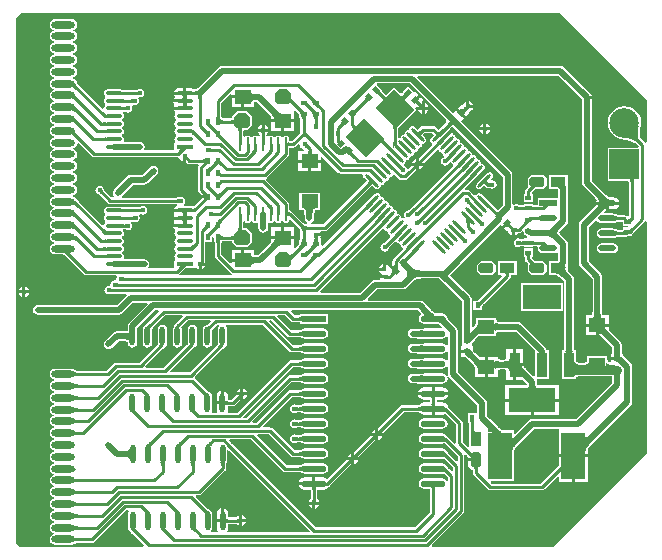
<source format=gtl>
G04*
G04 #@! TF.GenerationSoftware,Altium Limited,Altium Designer,18.1.9 (240)*
G04*
G04 Layer_Physical_Order=1*
G04 Layer_Color=255*
%FSLAX25Y25*%
%MOIN*%
G70*
G01*
G75*
%ADD12C,0.01000*%
%ADD15C,0.02000*%
%ADD18R,0.01575X0.01968*%
G04:AMPARAMS|DCode=19|XSize=50mil|YSize=35mil|CornerRadius=0mil|HoleSize=0mil|Usage=FLASHONLY|Rotation=270.000|XOffset=0mil|YOffset=0mil|HoleType=Round|Shape=Octagon|*
%AMOCTAGOND19*
4,1,8,-0.00875,-0.02500,0.00875,-0.02500,0.01750,-0.01625,0.01750,0.01625,0.00875,0.02500,-0.00875,0.02500,-0.01750,0.01625,-0.01750,-0.01625,-0.00875,-0.02500,0.0*
%
%ADD19OCTAGOND19*%

%ADD20R,0.03500X0.05000*%
%ADD21R,0.01968X0.01575*%
%ADD22O,0.05906X0.01968*%
%ADD23R,0.05906X0.01968*%
%ADD24R,0.05000X0.03500*%
G04:AMPARAMS|DCode=25|XSize=50mil|YSize=35mil|CornerRadius=0mil|HoleSize=0mil|Usage=FLASHONLY|Rotation=180.000|XOffset=0mil|YOffset=0mil|HoleType=Round|Shape=Octagon|*
%AMOCTAGOND25*
4,1,8,-0.02500,0.00875,-0.02500,-0.00875,-0.01625,-0.01750,0.01625,-0.01750,0.02500,-0.00875,0.02500,0.00875,0.01625,0.01750,-0.01625,0.01750,-0.02500,0.00875,0.0*
%
%ADD25OCTAGOND25*%

%ADD26O,0.01772X0.06299*%
%ADD27O,0.07874X0.02362*%
%ADD28O,0.05512X0.01181*%
%ADD29R,0.05512X0.01181*%
%ADD30R,0.08268X0.02165*%
%ADD31O,0.08268X0.02165*%
G04:AMPARAMS|DCode=32|XSize=15.75mil|YSize=19.68mil|CornerRadius=0mil|HoleSize=0mil|Usage=FLASHONLY|Rotation=225.000|XOffset=0mil|YOffset=0mil|HoleType=Round|Shape=Rectangle|*
%AMROTATEDRECTD32*
4,1,4,-0.00139,0.01253,0.01253,-0.00139,0.00139,-0.01253,-0.01253,0.00139,-0.00139,0.01253,0.0*
%
%ADD32ROTATEDRECTD32*%

G04:AMPARAMS|DCode=33|XSize=15.75mil|YSize=19.68mil|CornerRadius=0mil|HoleSize=0mil|Usage=FLASHONLY|Rotation=135.000|XOffset=0mil|YOffset=0mil|HoleType=Round|Shape=Rectangle|*
%AMROTATEDRECTD33*
4,1,4,0.01253,0.00139,-0.00139,-0.01253,-0.01253,-0.00139,0.00139,0.01253,0.01253,0.00139,0.0*
%
%ADD33ROTATEDRECTD33*%

%ADD34R,0.05512X0.04724*%
%ADD35R,0.12598X0.08268*%
%ADD36R,0.03543X0.08268*%
G04:AMPARAMS|DCode=37|XSize=94.49mil|YSize=86.61mil|CornerRadius=0mil|HoleSize=0mil|Usage=FLASHONLY|Rotation=315.000|XOffset=0mil|YOffset=0mil|HoleType=Round|Shape=Rectangle|*
%AMROTATEDRECTD37*
4,1,4,-0.06403,0.00278,-0.00278,0.06403,0.06403,-0.00278,0.00278,-0.06403,-0.06403,0.00278,0.0*
%
%ADD37ROTATEDRECTD37*%

G04:AMPARAMS|DCode=38|XSize=9.84mil|YSize=61.02mil|CornerRadius=0mil|HoleSize=0mil|Usage=FLASHONLY|Rotation=45.000|XOffset=0mil|YOffset=0mil|HoleType=Round|Shape=Round|*
%AMOVALD38*
21,1,0.05118,0.00984,0.00000,0.00000,135.0*
1,1,0.00984,0.01810,-0.01810*
1,1,0.00984,-0.01810,0.01810*
%
%ADD38OVALD38*%

G04:AMPARAMS|DCode=39|XSize=9.84mil|YSize=61.02mil|CornerRadius=0mil|HoleSize=0mil|Usage=FLASHONLY|Rotation=315.000|XOffset=0mil|YOffset=0mil|HoleType=Round|Shape=Round|*
%AMOVALD39*
21,1,0.05118,0.00984,0.00000,0.00000,45.0*
1,1,0.00984,-0.01810,-0.01810*
1,1,0.00984,0.01810,0.01810*
%
%ADD39OVALD39*%

G04:AMPARAMS|DCode=40|XSize=55mil|YSize=50mil|CornerRadius=0mil|HoleSize=0mil|Usage=FLASHONLY|Rotation=0.000|XOffset=0mil|YOffset=0mil|HoleType=Round|Shape=Octagon|*
%AMOCTAGOND40*
4,1,8,0.02750,-0.01250,0.02750,0.01250,0.01500,0.02500,-0.01500,0.02500,-0.02750,0.01250,-0.02750,-0.01250,-0.01500,-0.02500,0.01500,-0.02500,0.02750,-0.01250,0.0*
%
%ADD40OCTAGOND40*%

%ADD41R,0.05500X0.05000*%
%ADD42O,0.00984X0.04724*%
%ADD43R,0.00984X0.04724*%
%ADD74C,0.03000*%
%ADD75R,0.15748X0.07874*%
%ADD76R,0.07874X0.15748*%
%ADD77C,0.09843*%
%ADD78R,0.09843X0.09843*%
%ADD79C,0.01600*%
G36*
X587Y152517D02*
X612Y152507D01*
X644Y152498D01*
X685Y152490D01*
X734Y152483D01*
X857Y152474D01*
X1104Y152468D01*
Y151468D01*
X1014Y151468D01*
X685Y151447D01*
X644Y151439D01*
X612Y151430D01*
X587Y151420D01*
X571Y151408D01*
Y152528D01*
X587Y152517D01*
D02*
G37*
G36*
X3917Y152150D02*
X3949Y152026D01*
X3993Y151902D01*
X4048Y151778D01*
X4115Y151653D01*
X4192Y151527D01*
X4280Y151402D01*
X4379Y151276D01*
X4611Y151022D01*
X4000Y150218D01*
X3813Y150399D01*
X3478Y150678D01*
X3331Y150777D01*
X3196Y150849D01*
X3075Y150894D01*
X2967Y150911D01*
X2872Y150902D01*
X2791Y150865D01*
X2723Y150801D01*
X3895Y152274D01*
X3917Y152150D01*
D02*
G37*
G36*
X44836Y149331D02*
X44858Y149332D01*
X44899Y149340D01*
X44931Y149349D01*
X44955Y149359D01*
X44971Y149370D01*
Y148250D01*
X44955Y148262D01*
X44931Y148272D01*
X44899Y148281D01*
X44858Y148289D01*
X44836Y148292D01*
Y148104D01*
X45022D01*
X45021Y148126D01*
X45013Y148166D01*
X45004Y148199D01*
X44994Y148223D01*
X44982Y148239D01*
X46102D01*
X46091Y148223D01*
X46081Y148199D01*
X46072Y148166D01*
X46064Y148126D01*
X46061Y148104D01*
X46250D01*
X46211Y148045D01*
X46175Y147951D01*
X46144Y147822D01*
X46117Y147659D01*
X46076Y147227D01*
X46045Y146317D01*
X46042Y145944D01*
X45042D01*
X45040Y146317D01*
X44941Y147822D01*
X44910Y147951D01*
X44874Y148045D01*
X44835Y148103D01*
X44777Y148142D01*
X44683Y148178D01*
X44554Y148209D01*
X44391Y148236D01*
X43959Y148277D01*
X43452Y148294D01*
X42760Y148265D01*
Y148310D01*
X42676Y148310D01*
Y149310D01*
X42760Y149311D01*
Y149355D01*
X42783Y149347D01*
X42825Y149339D01*
X42885Y149332D01*
X43148Y149319D01*
X44554Y149412D01*
X44683Y149443D01*
X44777Y149478D01*
X44836Y149518D01*
Y149331D01*
D02*
G37*
G36*
X19161Y149347D02*
X19203Y149339D01*
X19263Y149332D01*
X19555Y149318D01*
X20206Y149310D01*
Y148310D01*
X19138Y148265D01*
Y149355D01*
X19161Y149347D01*
D02*
G37*
G36*
X24971Y148250D02*
X24955Y148262D01*
X24931Y148272D01*
X24899Y148281D01*
X24858Y148289D01*
X24809Y148295D01*
X24685Y148305D01*
X24438Y148310D01*
Y149310D01*
X24529Y149311D01*
X24858Y149332D01*
X24899Y149340D01*
X24931Y149349D01*
X24955Y149359D01*
X24971Y149370D01*
Y148250D01*
D02*
G37*
G36*
X105363Y149577D02*
X105353Y149524D01*
X105360Y149461D01*
X105385Y149387D01*
X105429Y149303D01*
X105490Y149208D01*
X105568Y149103D01*
X105665Y148988D01*
X105912Y148726D01*
X105205Y148019D01*
X105069Y148151D01*
X104826Y148361D01*
X104720Y148439D01*
X104624Y148498D01*
X104538Y148540D01*
X104462Y148563D01*
X104396Y148568D01*
X104341Y148555D01*
X104295Y148523D01*
X105392Y149620D01*
X105363Y149577D01*
D02*
G37*
G36*
X114651Y147662D02*
X114607Y147692D01*
X114553Y147704D01*
X114488Y147697D01*
X114413Y147673D01*
X114328Y147631D01*
X114233Y147571D01*
X114127Y147493D01*
X114012Y147396D01*
X113888Y147280D01*
X113783Y147155D01*
X113693Y147030D01*
X113625Y146912D01*
X113578Y146801D01*
X113552Y146698D01*
X113548Y146602D01*
X113566Y146513D01*
X113604Y146432D01*
X113664Y146357D01*
X112250Y147772D01*
X112324Y147712D01*
X112406Y147673D01*
X112495Y147656D01*
X112591Y147660D01*
X112694Y147685D01*
X112805Y147732D01*
X112922Y147801D01*
X113047Y147890D01*
X113180Y148001D01*
X113192Y148013D01*
X113385Y148235D01*
X113463Y148340D01*
X113524Y148436D01*
X113566Y148521D01*
X113590Y148595D01*
X113596Y148660D01*
X113584Y148714D01*
X113554Y148758D01*
X114651Y147662D01*
D02*
G37*
G36*
X587Y148580D02*
X612Y148570D01*
X644Y148561D01*
X685Y148553D01*
X734Y148546D01*
X857Y148537D01*
X1104Y148531D01*
Y147531D01*
X1014Y147531D01*
X685Y147510D01*
X644Y147502D01*
X612Y147493D01*
X587Y147483D01*
X571Y147471D01*
Y148591D01*
X587Y148580D01*
D02*
G37*
G36*
X41274Y148222D02*
X41189Y148192D01*
X41114Y148141D01*
X41049Y148071D01*
X40994Y147979D01*
X40949Y147868D01*
X40914Y147737D01*
X40889Y147585D01*
X40885Y147531D01*
X40889Y147477D01*
X40914Y147325D01*
X40949Y147194D01*
X40994Y147082D01*
X41049Y146991D01*
X41114Y146920D01*
X41189Y146870D01*
X41274Y146839D01*
X41369Y146829D01*
X39369D01*
X39464Y146839D01*
X39549Y146870D01*
X39624Y146920D01*
X39689Y146991D01*
X39744Y147082D01*
X39789Y147194D01*
X39824Y147325D01*
X39849Y147477D01*
X39854Y147531D01*
X39849Y147585D01*
X39824Y147737D01*
X39789Y147868D01*
X39744Y147979D01*
X39689Y148071D01*
X39624Y148141D01*
X39549Y148192D01*
X39464Y148222D01*
X39369Y148232D01*
X41369D01*
X41274Y148222D01*
D02*
G37*
G36*
X3916Y148215D02*
X3949Y148094D01*
X3993Y147971D01*
X4048Y147848D01*
X4114Y147724D01*
X4191Y147600D01*
X4280Y147475D01*
X4379Y147349D01*
X4612Y147095D01*
X4008Y146285D01*
X3821Y146465D01*
X3487Y146744D01*
X3340Y146842D01*
X3206Y146914D01*
X3085Y146958D01*
X2977Y146975D01*
X2883Y146965D01*
X2802Y146928D01*
X2734Y146864D01*
X3895Y148337D01*
X3916Y148215D01*
D02*
G37*
G36*
X101929Y146157D02*
X101858Y146213D01*
X101780Y146249D01*
X101695Y146264D01*
X101602Y146257D01*
X101502Y146230D01*
X101394Y146183D01*
X101279Y146114D01*
X101156Y146025D01*
X101026Y145915D01*
X100888Y145784D01*
X100181Y146491D01*
X100312Y146628D01*
X100422Y146759D01*
X100511Y146881D01*
X100580Y146997D01*
X100628Y147105D01*
X100655Y147205D01*
X100661Y147298D01*
X100646Y147383D01*
X100610Y147461D01*
X100554Y147532D01*
X101929Y146157D01*
D02*
G37*
G36*
X106868Y147777D02*
X107000Y147666D01*
X107125Y147576D01*
X107243Y147508D01*
X107354Y147461D01*
X107457Y147436D01*
X107553Y147432D01*
X107642Y147449D01*
X107723Y147487D01*
X107798Y147547D01*
X106384Y146133D01*
X106444Y146208D01*
X106482Y146289D01*
X106499Y146378D01*
X106495Y146474D01*
X106470Y146577D01*
X106423Y146688D01*
X106355Y146806D01*
X106265Y146931D01*
X106154Y147063D01*
X106021Y147202D01*
X106729Y147909D01*
X106868Y147777D01*
D02*
G37*
G36*
X19161Y146788D02*
X19203Y146780D01*
X19263Y146773D01*
X19555Y146758D01*
X20206Y146751D01*
Y145751D01*
X19138Y145706D01*
Y146796D01*
X19161Y146788D01*
D02*
G37*
G36*
X23176Y145691D02*
X23160Y145703D01*
X23136Y145713D01*
X23103Y145722D01*
X23063Y145730D01*
X23013Y145736D01*
X22890Y145746D01*
X22643Y145751D01*
Y146751D01*
X22734Y146752D01*
X23063Y146773D01*
X23103Y146781D01*
X23136Y146790D01*
X23160Y146800D01*
X23176Y146811D01*
Y145691D01*
D02*
G37*
G36*
X62539Y149301D02*
X62599Y149131D01*
X62700Y148981D01*
X62840Y148851D01*
X63021Y148741D01*
X63243Y148651D01*
X63504Y148581D01*
X63806Y148531D01*
X64148Y148501D01*
X64530Y148491D01*
Y146491D01*
X64148Y146481D01*
X63806Y146451D01*
X63504Y146401D01*
X63243Y146331D01*
X63021Y146241D01*
X62840Y146131D01*
X62700Y146001D01*
X62599Y145851D01*
X62539Y145681D01*
X62519Y145491D01*
Y149491D01*
X62539Y149301D01*
D02*
G37*
G36*
X75987Y147208D02*
X75978Y147099D01*
X75992Y146980D01*
X76029Y146853D01*
X76090Y146716D01*
X76173Y146570D01*
X76280Y146415D01*
X76409Y146250D01*
X76562Y146077D01*
X76738Y145894D01*
X76208Y145010D01*
X76044Y145166D01*
X75893Y145296D01*
X75755Y145399D01*
X75629Y145475D01*
X75516Y145525D01*
X75416Y145547D01*
X75327Y145544D01*
X75252Y145513D01*
X75189Y145456D01*
X75138Y145372D01*
X76019Y147308D01*
X75987Y147208D01*
D02*
G37*
G36*
X83465Y146717D02*
X83823Y146415D01*
X83983Y146304D01*
X84130Y146219D01*
X84265Y146160D01*
X84388Y146127D01*
X84499Y146121D01*
X84597Y146142D01*
X84682Y146188D01*
X83083Y144983D01*
X83147Y145051D01*
X83181Y145135D01*
X83185Y145236D01*
X83158Y145352D01*
X83101Y145486D01*
X83014Y145635D01*
X82897Y145801D01*
X82749Y145984D01*
X82364Y146397D01*
X83268Y146907D01*
X83465Y146717D01*
D02*
G37*
G36*
X118475Y146461D02*
X118439Y146383D01*
X118424Y146297D01*
X118430Y146204D01*
X118457Y146104D01*
X118505Y145996D01*
X118574Y145881D01*
X118663Y145758D01*
X118773Y145628D01*
X118904Y145490D01*
X118197Y144783D01*
X118059Y144914D01*
X117929Y145024D01*
X117806Y145114D01*
X117691Y145182D01*
X117583Y145230D01*
X117483Y145257D01*
X117390Y145263D01*
X117305Y145248D01*
X117227Y145213D01*
X117156Y145156D01*
X118531Y146531D01*
X118475Y146461D01*
D02*
G37*
G36*
X41274Y145663D02*
X41189Y145633D01*
X41114Y145582D01*
X41049Y145511D01*
X40994Y145421D01*
X40949Y145309D01*
X40914Y145178D01*
X40889Y145026D01*
X40885Y144972D01*
X40889Y144918D01*
X40914Y144766D01*
X40949Y144634D01*
X40994Y144523D01*
X41049Y144432D01*
X41114Y144361D01*
X41189Y144311D01*
X41274Y144280D01*
X41369Y144270D01*
X39369D01*
X39464Y144280D01*
X39549Y144311D01*
X39624Y144361D01*
X39689Y144432D01*
X39744Y144523D01*
X39789Y144634D01*
X39824Y144766D01*
X39849Y144918D01*
X39854Y144972D01*
X39849Y145026D01*
X39824Y145178D01*
X39789Y145309D01*
X39744Y145421D01*
X39689Y145511D01*
X39624Y145582D01*
X39549Y145633D01*
X39464Y145663D01*
X39369Y145674D01*
X41369D01*
X41274Y145663D01*
D02*
G37*
G36*
X127674Y139706D02*
X127619Y139072D01*
X125133Y136585D01*
X124799Y136777D01*
X124790Y136786D01*
X124772Y136793D01*
X124706Y136831D01*
X124099Y137438D01*
X123735Y137681D01*
X123306Y137766D01*
X123306Y137766D01*
X119821D01*
X119392Y137681D01*
X119028Y137438D01*
X119028Y137438D01*
X118401Y136811D01*
X118338Y136786D01*
X118212Y136668D01*
X118114Y136585D01*
X118038Y136530D01*
X117063Y137505D01*
X116702Y137747D01*
X116276Y137832D01*
X115849Y137747D01*
X115488Y137505D01*
X115247Y137144D01*
X115162Y136718D01*
X114883Y136440D01*
X114457Y136355D01*
X114096Y136114D01*
X113855Y135752D01*
X113770Y135326D01*
X113492Y135048D01*
X113066Y134963D01*
X112704Y134722D01*
X112463Y134360D01*
X112384Y133966D01*
X111952Y133709D01*
X111536Y134035D01*
Y136270D01*
X111563Y136330D01*
X111583Y136892D01*
X111603Y137087D01*
X111621Y137194D01*
X111712Y137284D01*
X111733Y137287D01*
X111768Y137331D01*
X111823Y137347D01*
X111880Y137452D01*
X117666Y143238D01*
X117167Y143737D01*
X117746Y144316D01*
X117749Y144313D01*
X117813Y144288D01*
X117909Y144192D01*
X118933D01*
X119495Y144754D01*
Y145778D01*
X119399Y145874D01*
X119375Y145938D01*
X119372Y145941D01*
X119962Y146531D01*
X119052Y147442D01*
X117649Y146039D01*
X116942Y146746D01*
X118345Y148149D01*
X117434Y149059D01*
X117377Y149002D01*
X116892Y149037D01*
X114929Y150999D01*
X113236Y149305D01*
X113190Y149296D01*
X113154Y149242D01*
X113095Y149218D01*
X113058Y149127D01*
X112771Y148840D01*
X112220Y148684D01*
X110136Y150768D01*
X107499Y148131D01*
X107258Y148303D01*
X107176Y148380D01*
X107117Y148403D01*
X107107Y148410D01*
X106409Y149108D01*
X106385Y149171D01*
X106151Y149420D01*
X106108Y149470D01*
X106257Y149620D01*
X105888Y149988D01*
X105851Y150079D01*
X105789Y150104D01*
X105753Y150160D01*
X105709Y150169D01*
X104364Y151514D01*
X104571Y152014D01*
X115367D01*
X127674Y139706D01*
D02*
G37*
G36*
X84939Y145799D02*
X84905Y145715D01*
X84902Y145614D01*
X84928Y145497D01*
X84985Y145364D01*
X85072Y145214D01*
X85189Y145048D01*
X85337Y144866D01*
X85723Y144453D01*
X84819Y143942D01*
X84621Y144133D01*
X84264Y144434D01*
X84104Y144546D01*
X83956Y144631D01*
X83821Y144690D01*
X83698Y144722D01*
X83588Y144728D01*
X83490Y144708D01*
X83404Y144661D01*
X85003Y145867D01*
X84939Y145799D01*
D02*
G37*
G36*
X81023Y146082D02*
X81044Y145962D01*
X81079Y145839D01*
X81129Y145713D01*
X81192Y145586D01*
X81270Y145455D01*
X81362Y145322D01*
X81468Y145187D01*
X81588Y145049D01*
X81722Y144909D01*
X81275Y143942D01*
X81061Y144150D01*
X80681Y144473D01*
X80515Y144589D01*
X80366Y144675D01*
X80232Y144731D01*
X80115Y144756D01*
X80014Y144751D01*
X79930Y144715D01*
X79861Y144649D01*
X81015Y146200D01*
X81023Y146082D01*
D02*
G37*
G36*
X587Y144643D02*
X612Y144633D01*
X644Y144624D01*
X685Y144616D01*
X734Y144609D01*
X857Y144600D01*
X1104Y144594D01*
Y143594D01*
X1014Y143594D01*
X685Y143573D01*
X644Y143565D01*
X612Y143556D01*
X587Y143546D01*
X571Y143534D01*
Y144654D01*
X587Y144643D01*
D02*
G37*
G36*
X19161Y144229D02*
X19203Y144221D01*
X19263Y144214D01*
X19555Y144200D01*
X20206Y144192D01*
Y143192D01*
X19138Y143147D01*
Y144237D01*
X19161Y144229D01*
D02*
G37*
G36*
X20971Y143132D02*
X20955Y143144D01*
X20931Y143154D01*
X20899Y143163D01*
X20858Y143171D01*
X20809Y143177D01*
X20685Y143187D01*
X20438Y143192D01*
Y144192D01*
X20529Y144193D01*
X20858Y144214D01*
X20899Y144222D01*
X20931Y144231D01*
X20955Y144241D01*
X20971Y144252D01*
Y143132D01*
D02*
G37*
G36*
X97904Y142799D02*
X97773Y142662D01*
X97663Y142532D01*
X97573Y142409D01*
X97505Y142293D01*
X97457Y142185D01*
X97430Y142085D01*
X97424Y141992D01*
X97439Y141907D01*
X97475Y141829D01*
X97531Y141758D01*
X96156Y143133D01*
X96227Y143077D01*
X96304Y143041D01*
X96390Y143026D01*
X96483Y143033D01*
X96583Y143060D01*
X96691Y143107D01*
X96806Y143176D01*
X96929Y143265D01*
X97059Y143376D01*
X97197Y143507D01*
X97904Y142799D01*
D02*
G37*
G36*
X3914Y144299D02*
X3945Y144195D01*
X3988Y144087D01*
X4043Y143977D01*
X4109Y143862D01*
X4188Y143745D01*
X4279Y143624D01*
X4496Y143372D01*
X4623Y143242D01*
X4070Y142380D01*
X3886Y142558D01*
X3556Y142832D01*
X3411Y142928D01*
X3279Y142997D01*
X3160Y143039D01*
X3055Y143054D01*
X2963Y143042D01*
X2884Y143002D01*
X2818Y142936D01*
X3895Y144400D01*
X3914Y144299D01*
D02*
G37*
G36*
X83465Y143174D02*
X83822Y142872D01*
X83982Y142761D01*
X84130Y142676D01*
X84265Y142617D01*
X84388Y142584D01*
X84498Y142578D01*
X84596Y142599D01*
X84682Y142645D01*
X83083Y141440D01*
X83147Y141508D01*
X83181Y141592D01*
X83184Y141693D01*
X83158Y141809D01*
X83101Y141943D01*
X83014Y142092D01*
X82897Y142258D01*
X82749Y142440D01*
X82363Y142854D01*
X83267Y143364D01*
X83465Y143174D01*
D02*
G37*
G36*
X79465D02*
X79822Y142872D01*
X79982Y142761D01*
X80130Y142676D01*
X80265Y142617D01*
X80388Y142584D01*
X80498Y142578D01*
X80596Y142599D01*
X80682Y142645D01*
X79083Y141440D01*
X79147Y141508D01*
X79181Y141592D01*
X79184Y141693D01*
X79158Y141809D01*
X79101Y141943D01*
X79014Y142092D01*
X78897Y142258D01*
X78749Y142440D01*
X78364Y142854D01*
X79267Y143364D01*
X79465Y143174D01*
D02*
G37*
G36*
X52045Y141067D02*
X52067Y140747D01*
X52087Y140617D01*
X52111Y140507D01*
X52142Y140417D01*
X52178Y140347D01*
X52219Y140297D01*
X52266Y140267D01*
X52318Y140257D01*
X50767D01*
X50819Y140267D01*
X50866Y140297D01*
X50908Y140347D01*
X50943Y140417D01*
X50974Y140507D01*
X50999Y140617D01*
X51018Y140747D01*
X51032Y140897D01*
X51042Y141257D01*
X52043D01*
X52045Y141067D01*
D02*
G37*
G36*
X84925Y141096D02*
X84845Y141066D01*
X84774Y141016D01*
X84713Y140946D01*
X84661Y140856D01*
X84618Y140746D01*
X84585Y140616D01*
X84562Y140466D01*
X84548Y140296D01*
X84543Y140106D01*
X83543D01*
X83538Y140296D01*
X83524Y140466D01*
X83500Y140616D01*
X83467Y140746D01*
X83425Y140856D01*
X83373Y140946D01*
X83311Y141016D01*
X83241Y141066D01*
X83160Y141096D01*
X83071Y141106D01*
X85015D01*
X84925Y141096D01*
D02*
G37*
G36*
X80925D02*
X80845Y141066D01*
X80774Y141016D01*
X80713Y140946D01*
X80661Y140856D01*
X80618Y140746D01*
X80585Y140616D01*
X80562Y140466D01*
X80548Y140296D01*
X80543Y140106D01*
X79543D01*
X79538Y140296D01*
X79524Y140466D01*
X79500Y140616D01*
X79467Y140746D01*
X79425Y140856D01*
X79373Y140946D01*
X79311Y141016D01*
X79241Y141066D01*
X79160Y141096D01*
X79071Y141106D01*
X81015D01*
X80925Y141096D01*
D02*
G37*
G36*
X97287Y141531D02*
X97193Y141528D01*
X97110Y141492D01*
X97036Y141424D01*
X96972Y141322D01*
X96918Y141188D01*
X96874Y141021D01*
X96839Y140821D01*
X96815Y140587D01*
X96795Y140022D01*
X95795Y140301D01*
X95790Y140575D01*
X95751Y141041D01*
X95717Y141233D01*
X95672Y141397D01*
X95618Y141535D01*
X95554Y141644D01*
X95481Y141727D01*
X95397Y141781D01*
X95304Y141809D01*
X97287Y141531D01*
D02*
G37*
G36*
X587Y140706D02*
X612Y140696D01*
X644Y140687D01*
X685Y140679D01*
X734Y140672D01*
X857Y140663D01*
X1104Y140657D01*
Y139657D01*
X1014Y139657D01*
X685Y139636D01*
X644Y139628D01*
X612Y139619D01*
X587Y139609D01*
X571Y139597D01*
Y140717D01*
X587Y140706D01*
D02*
G37*
G36*
X130078Y138530D02*
X130003Y138589D01*
X129921Y138628D01*
X129832Y138645D01*
X129736Y138640D01*
X129633Y138615D01*
X129522Y138568D01*
X129405Y138500D01*
X129280Y138410D01*
X129148Y138300D01*
X129009Y138168D01*
X128302Y138875D01*
X128434Y139011D01*
X128644Y139254D01*
X128722Y139360D01*
X128781Y139456D01*
X128823Y139542D01*
X128846Y139617D01*
X128851Y139683D01*
X128838Y139739D01*
X128807Y139784D01*
X130078Y138530D01*
D02*
G37*
G36*
X3910Y140397D02*
X3938Y140323D01*
X3979Y140242D01*
X4034Y140152D01*
X4102Y140054D01*
X4278Y139835D01*
X4507Y139585D01*
X4642Y139447D01*
X4162Y138513D01*
X3983Y138685D01*
X3664Y138948D01*
X3525Y139039D01*
X3398Y139103D01*
X3284Y139140D01*
X3184Y139150D01*
X3097Y139133D01*
X3022Y139088D01*
X2961Y139017D01*
X3895Y140463D01*
X3910Y140397D01*
D02*
G37*
G36*
X52328Y140167D02*
X52358Y140087D01*
X52408Y140016D01*
X52478Y139955D01*
X52568Y139903D01*
X52678Y139860D01*
X52808Y139827D01*
X52958Y139804D01*
X53128Y139789D01*
X53318Y139785D01*
Y138785D01*
X53128Y138780D01*
X52958Y138766D01*
X52808Y138742D01*
X52678Y138709D01*
X52568Y138666D01*
X52478Y138615D01*
X52408Y138553D01*
X52358Y138482D01*
X52328Y138402D01*
X52318Y138312D01*
Y140257D01*
X52328Y140167D01*
D02*
G37*
G36*
X56909Y138285D02*
X56893Y138380D01*
X56856Y138465D01*
X56798Y138540D01*
X56719Y138605D01*
X56620Y138660D01*
X56499Y138705D01*
X56357Y138740D01*
X56194Y138765D01*
X56010Y138780D01*
X55805Y138785D01*
Y139785D01*
X55999Y139790D01*
X56173Y139805D01*
X56326Y139830D01*
X56457Y139865D01*
X56568Y139910D01*
X56657Y139965D01*
X56726Y140030D01*
X56773Y140105D01*
X56799Y140190D01*
X56805Y140285D01*
X56909Y138285D01*
D02*
G37*
G36*
X93929Y138156D02*
X93858Y138213D01*
X93780Y138248D01*
X93695Y138263D01*
X93602Y138257D01*
X93502Y138230D01*
X93394Y138182D01*
X93279Y138114D01*
X93156Y138024D01*
X93026Y137914D01*
X92888Y137783D01*
X92181Y138490D01*
X92312Y138628D01*
X92422Y138758D01*
X92511Y138881D01*
X92580Y138996D01*
X92628Y139104D01*
X92655Y139204D01*
X92661Y139297D01*
X92646Y139383D01*
X92610Y139461D01*
X92554Y139531D01*
X93929Y138156D01*
D02*
G37*
G36*
X14356Y138029D02*
X14333Y138038D01*
X14292Y138045D01*
X14232Y138052D01*
X13940Y138067D01*
X13289Y138074D01*
Y139074D01*
X14356Y139119D01*
Y138029D01*
D02*
G37*
G36*
X84543Y138396D02*
X84564Y138067D01*
X84572Y138026D01*
X84581Y137994D01*
X84591Y137970D01*
X84603Y137954D01*
X83483D01*
X83494Y137970D01*
X83504Y137994D01*
X83513Y138026D01*
X83521Y138067D01*
X83528Y138117D01*
X83537Y138240D01*
X83543Y138487D01*
X84543D01*
X84543Y138396D01*
D02*
G37*
G36*
X111414Y137852D02*
X111319Y137862D01*
X111234Y137837D01*
X111159Y137776D01*
X111094Y137679D01*
X111039Y137547D01*
X110994Y137379D01*
X110959Y137176D01*
X110934Y136937D01*
X110914Y136352D01*
X109914Y136909D01*
X109909Y137169D01*
X109869Y137616D01*
X109834Y137802D01*
X109789Y137964D01*
X109734Y138102D01*
X109669Y138216D01*
X109594Y138304D01*
X109509Y138369D01*
X109414Y138409D01*
X111414Y137852D01*
D02*
G37*
G36*
X48887Y139135D02*
X48847Y139057D01*
X48839Y138961D01*
X48862Y138847D01*
X48918Y138715D01*
X49006Y138564D01*
X49126Y138395D01*
X49278Y138208D01*
X49679Y137780D01*
X48793Y137252D01*
X48588Y137453D01*
X47790Y138143D01*
X47675Y138217D01*
X47575Y138270D01*
X47491Y138302D01*
X47421Y138312D01*
X48959Y139195D01*
X48887Y139135D01*
D02*
G37*
G36*
X97124Y138033D02*
X97257Y137922D01*
X97382Y137833D01*
X97500Y137765D01*
X97610Y137718D01*
X97713Y137692D01*
X97809Y137688D01*
X97898Y137705D01*
X97980Y137744D01*
X98054Y137804D01*
X96640Y136390D01*
X96700Y136464D01*
X96739Y136546D01*
X96756Y136634D01*
X96752Y136730D01*
X96726Y136834D01*
X96679Y136944D01*
X96611Y137062D01*
X96521Y137187D01*
X96410Y137319D01*
X96278Y137459D01*
X96985Y138166D01*
X97124Y138033D01*
D02*
G37*
G36*
X59865Y137157D02*
X59770Y137155D01*
X59685Y137131D01*
X59610Y137085D01*
X59545Y137016D01*
X59490Y136926D01*
X59445Y136814D01*
X59410Y136680D01*
X59385Y136523D01*
X59370Y136345D01*
X59365Y136145D01*
X58365D01*
X58360Y136363D01*
X58346Y136560D01*
X58321Y136734D01*
X58287Y136886D01*
X58242Y137016D01*
X58188Y137125D01*
X58125Y137211D01*
X58051Y137275D01*
X57967Y137317D01*
X57874Y137336D01*
X59865Y137157D01*
D02*
G37*
G36*
X92043Y136396D02*
X92064Y136067D01*
X92072Y136026D01*
X92081Y135994D01*
X92091Y135969D01*
X92102Y135953D01*
X90983D01*
X90994Y135969D01*
X91004Y135994D01*
X91013Y136026D01*
X91021Y136067D01*
X91027Y136116D01*
X91037Y136239D01*
X91043Y136487D01*
X92042D01*
X92043Y136396D01*
D02*
G37*
G36*
X119492Y135608D02*
X119359Y135469D01*
X119248Y135336D01*
X119159Y135212D01*
X119090Y135094D01*
X119044Y134983D01*
X119018Y134880D01*
X119014Y134784D01*
X119031Y134695D01*
X119070Y134613D01*
X119130Y134539D01*
X117716Y135953D01*
X117790Y135893D01*
X117871Y135855D01*
X117960Y135837D01*
X118056Y135842D01*
X118160Y135867D01*
X118270Y135914D01*
X118388Y135982D01*
X118513Y136072D01*
X118645Y136183D01*
X118785Y136315D01*
X119492Y135608D01*
D02*
G37*
G36*
X587Y136769D02*
X612Y136759D01*
X644Y136750D01*
X685Y136742D01*
X734Y136735D01*
X857Y136726D01*
X1104Y136720D01*
Y135720D01*
X1014Y135720D01*
X685Y135699D01*
X644Y135691D01*
X612Y135682D01*
X587Y135672D01*
X571Y135660D01*
Y136780D01*
X587Y136769D01*
D02*
G37*
G36*
X14356Y135470D02*
X14333Y135479D01*
X14292Y135486D01*
X14232Y135493D01*
X13940Y135508D01*
X13289Y135515D01*
Y136515D01*
X14356Y136560D01*
Y135470D01*
D02*
G37*
G36*
X67091Y135795D02*
X67081Y135771D01*
X67072Y135738D01*
X67064Y135697D01*
X67058Y135648D01*
X67048Y135525D01*
X67042Y135278D01*
X66043D01*
X66042Y135368D01*
X66021Y135697D01*
X66013Y135738D01*
X66004Y135771D01*
X65994Y135795D01*
X65983Y135811D01*
X67102D01*
X67091Y135795D01*
D02*
G37*
G36*
X43214Y136306D02*
X43308Y136245D01*
X43428Y136154D01*
X43740Y135880D01*
X44150Y135482D01*
X43457Y134761D01*
X43265Y134945D01*
X42919Y135236D01*
X42764Y135343D01*
X42620Y135424D01*
X42489Y135478D01*
X42370Y135507D01*
X42263Y135510D01*
X42168Y135486D01*
X42085Y135437D01*
X43080Y136241D01*
X43077Y136303D01*
X43098Y136335D01*
X43143Y136336D01*
X43214Y136306D01*
D02*
G37*
G36*
X50785Y136681D02*
X51166Y136356D01*
X51332Y136238D01*
X51481Y136151D01*
X51615Y136094D01*
X51732Y136068D01*
X51832Y136072D01*
X51916Y136106D01*
X51985Y136170D01*
X50779Y134571D01*
X50826Y134656D01*
X50846Y134754D01*
X50840Y134864D01*
X50807Y134987D01*
X50749Y135122D01*
X50664Y135270D01*
X50552Y135430D01*
X50415Y135603D01*
X50060Y135985D01*
X50570Y136889D01*
X50785Y136681D01*
D02*
G37*
G36*
X47439D02*
X47820Y136356D01*
X47986Y136238D01*
X48135Y136151D01*
X48268Y136094D01*
X48385Y136068D01*
X48486Y136072D01*
X48570Y136106D01*
X48638Y136170D01*
X47433Y134571D01*
X47479Y134656D01*
X47499Y134754D01*
X47493Y134864D01*
X47461Y134987D01*
X47402Y135122D01*
X47317Y135270D01*
X47206Y135430D01*
X47068Y135603D01*
X46714Y135985D01*
X47224Y136889D01*
X47439Y136681D01*
D02*
G37*
G36*
X124482Y136183D02*
X124615Y136072D01*
X124740Y135982D01*
X124857Y135914D01*
X124968Y135867D01*
X125071Y135842D01*
X125167Y135837D01*
X125256Y135855D01*
X125338Y135893D01*
X125412Y135953D01*
X123998Y134539D01*
X124058Y134613D01*
X124096Y134695D01*
X124114Y134784D01*
X124109Y134880D01*
X124084Y134983D01*
X124037Y135094D01*
X123969Y135212D01*
X123879Y135336D01*
X123768Y135469D01*
X123636Y135608D01*
X124343Y136315D01*
X124482Y136183D01*
D02*
G37*
G36*
X3852Y136200D02*
X3815Y136120D01*
X3805Y136025D01*
X3823Y135917D01*
X3868Y135796D01*
X3941Y135660D01*
X4042Y135511D01*
X4170Y135349D01*
X4325Y135172D01*
X4508Y134982D01*
X3710Y134367D01*
X3518Y134551D01*
X3170Y134843D01*
X3015Y134950D01*
X2870Y135032D01*
X2738Y135088D01*
X2618Y135118D01*
X2509Y135122D01*
X2413Y135100D01*
X2328Y135053D01*
X3917Y136267D01*
X3852Y136200D01*
D02*
G37*
G36*
X92091Y134795D02*
X92081Y134771D01*
X92072Y134738D01*
X92064Y134697D01*
X92058Y134648D01*
X92048Y134525D01*
X92042Y134278D01*
X91043D01*
X91042Y134368D01*
X91021Y134697D01*
X91013Y134738D01*
X91004Y134771D01*
X90994Y134795D01*
X90983Y134811D01*
X92102D01*
X92091Y134795D01*
D02*
G37*
G36*
X52255Y135449D02*
X52223Y135362D01*
X52219Y135259D01*
X52246Y135141D01*
X52302Y135007D01*
X52387Y134858D01*
X52502Y134693D01*
X52647Y134513D01*
X53025Y134107D01*
X52187Y133530D01*
X51988Y133722D01*
X51628Y134026D01*
X51468Y134137D01*
X51320Y134221D01*
X51185Y134278D01*
X51063Y134308D01*
X50953Y134312D01*
X50857Y134288D01*
X50773Y134237D01*
X52318Y135521D01*
X52255Y135449D01*
D02*
G37*
G36*
X14356Y132911D02*
X14333Y132920D01*
X14292Y132927D01*
X14232Y132934D01*
X13940Y132949D01*
X13289Y132956D01*
Y133956D01*
X14356Y134001D01*
Y132911D01*
D02*
G37*
G36*
X56042Y148307D02*
Y147991D01*
X59793D01*
Y147491D01*
X60293D01*
Y143991D01*
X63542D01*
Y145739D01*
X63642Y145765D01*
X63888Y145806D01*
X64185Y145832D01*
X64527Y145841D01*
X68355Y142013D01*
X68358Y141999D01*
X68390Y141978D01*
X68400Y141968D01*
X68415Y141928D01*
X69154Y141134D01*
X69292Y140962D01*
Y140133D01*
X70486D01*
X70448Y140304D01*
X70336Y140572D01*
X70165Y140870D01*
X69935Y141199D01*
X69646Y141559D01*
X68890Y142371D01*
X70555Y143535D01*
X70953Y143150D01*
X71674Y142543D01*
X71995Y142321D01*
X72291Y142152D01*
X72561Y142038D01*
X72805Y141977D01*
X73023Y141971D01*
X73216Y142019D01*
X73383Y142121D01*
X71009Y140133D01*
X73043D01*
X76793D01*
Y142839D01*
X77293Y143046D01*
X77797Y142541D01*
X77798Y142535D01*
X77825Y142514D01*
X77865Y142473D01*
X77889Y142411D01*
X78259Y142014D01*
X78378Y141866D01*
X78459Y141753D01*
Y141563D01*
X78439Y141530D01*
X78454Y141475D01*
X78433Y141421D01*
X78459Y141365D01*
Y141239D01*
X78425Y141178D01*
X78436Y141142D01*
X78421Y141106D01*
X78459Y141016D01*
Y140494D01*
X78861D01*
X78864Y140486D01*
X78879Y140389D01*
X78889Y140261D01*
X78894Y140090D01*
X78921Y140028D01*
Y135567D01*
X76223Y132869D01*
X75788D01*
X75726Y132896D01*
X75554Y132901D01*
X75426Y132912D01*
X75333Y132927D01*
Y133617D01*
X75248Y134043D01*
X75007Y134404D01*
X74646Y134646D01*
X74220Y134731D01*
X73794Y134646D01*
X73432Y134404D01*
X73197Y134053D01*
X73143Y134043D01*
X72737D01*
X72683Y134053D01*
X72448Y134404D01*
X72087Y134646D01*
X71661Y134731D01*
X71235Y134646D01*
X70873Y134404D01*
X70638Y134053D01*
X70584Y134043D01*
X70178D01*
X70124Y134053D01*
X69889Y134404D01*
X69528Y134646D01*
X69102Y134731D01*
X68675Y134646D01*
X68371Y134442D01*
X68238Y134415D01*
X67762Y134478D01*
X67664Y134624D01*
Y134967D01*
X67840Y135084D01*
X68238Y135680D01*
X68278Y135882D01*
X64807D01*
X64847Y135680D01*
X65245Y135084D01*
X65421Y134967D01*
Y134624D01*
X65323Y134478D01*
X64847Y134415D01*
X64714Y134442D01*
X64410Y134646D01*
X63984Y134731D01*
X63557Y134646D01*
X63196Y134404D01*
X62961Y134053D01*
X62907Y134043D01*
X62501D01*
X62447Y134053D01*
X62212Y134404D01*
X61851Y134646D01*
X61424Y134731D01*
X60998Y134646D01*
X60637Y134404D01*
X60487Y134180D01*
X59987Y134331D01*
Y136066D01*
X60015Y136129D01*
X60019Y136310D01*
X60031Y136445D01*
X60044Y136533D01*
X61343D01*
X62893Y138083D01*
Y141183D01*
X61343Y142733D01*
X57743D01*
X56192Y141183D01*
Y140466D01*
X56189Y140465D01*
X56092Y140450D01*
X55963Y140438D01*
X55788Y140434D01*
X55726Y140406D01*
X53396D01*
X53334Y140434D01*
X53163Y140438D01*
X53035Y140449D01*
X52939Y140464D01*
X52930Y140466D01*
Y140869D01*
X52710D01*
X52694Y141094D01*
X52692Y141266D01*
X52664Y141331D01*
Y145582D01*
X55581Y148499D01*
X56042Y148307D01*
D02*
G37*
G36*
X191674Y137148D02*
X191517Y135877D01*
X191498Y135316D01*
X191518Y134805D01*
X191577Y134344D01*
X191676Y133933D01*
X191814Y133571D01*
X191992Y133259D01*
X192210Y132998D01*
X191358Y132435D01*
X191171Y132585D01*
X190908Y132738D01*
X190569Y132893D01*
X190154Y133052D01*
X189096Y133376D01*
X187733Y133712D01*
X186066Y134058D01*
X191812Y137859D01*
X191674Y137148D01*
D02*
G37*
G36*
X91983Y133109D02*
X92202Y132918D01*
X92261Y132877D01*
X92312Y132846D01*
X92356Y132826D01*
X92393Y132817D01*
X92422Y132820D01*
X92444Y132833D01*
X91551Y131939D01*
X91564Y131962D01*
X91566Y131991D01*
X91558Y132028D01*
X91538Y132072D01*
X91507Y132123D01*
X91465Y132182D01*
X91413Y132247D01*
X91274Y132400D01*
X91189Y132488D01*
X91896Y133195D01*
X91983Y133109D01*
D02*
G37*
G36*
X106957Y133397D02*
X106918Y133316D01*
X106901Y133227D01*
X106905Y133131D01*
X106930Y133028D01*
X106977Y132917D01*
X107046Y132799D01*
X107135Y132674D01*
X107246Y132542D01*
X107379Y132403D01*
X106672Y131695D01*
X106532Y131828D01*
X106400Y131939D01*
X106275Y132028D01*
X106157Y132097D01*
X106047Y132144D01*
X105943Y132169D01*
X105847Y132173D01*
X105758Y132156D01*
X105677Y132117D01*
X105603Y132057D01*
X107017Y133472D01*
X106957Y133397D01*
D02*
G37*
G36*
X110919Y132314D02*
X110959Y131848D01*
X110993Y131658D01*
X111037Y131498D01*
X111091Y131366D01*
X111155Y131263D01*
X111229Y131189D01*
X111312Y131144D01*
X111406Y131128D01*
X110218Y131150D01*
X110160Y130889D01*
X110109Y130717D01*
X110063Y130633D01*
X110024Y130638D01*
X109990Y130732D01*
X109963Y130914D01*
X109942Y131185D01*
X109914Y132532D01*
X110914Y132590D01*
X110919Y132314D01*
D02*
G37*
G36*
X74707Y132652D02*
X74738Y132567D01*
X74788Y132492D01*
X74859Y132427D01*
X74950Y132372D01*
X75062Y132327D01*
X75193Y132292D01*
X75345Y132267D01*
X75517Y132252D01*
X75709Y132247D01*
Y131247D01*
X75517Y131242D01*
X75345Y131227D01*
X75193Y131202D01*
X75062Y131167D01*
X74950Y131122D01*
X74859Y131067D01*
X74788Y131002D01*
X74738Y130927D01*
X74707Y130842D01*
X74697Y130747D01*
Y132747D01*
X74707Y132652D01*
D02*
G37*
G36*
X78707Y131473D02*
X78804Y130984D01*
X79202Y130389D01*
X79797Y129991D01*
X80067Y129937D01*
X80018Y129437D01*
X78287D01*
Y126575D01*
X82042D01*
X85798D01*
Y127459D01*
X86260Y127650D01*
X91633Y122277D01*
X91633Y122277D01*
X91997Y122034D01*
X92426Y121949D01*
X92426Y121949D01*
X99457D01*
X99859Y121449D01*
X99851Y121407D01*
X99935Y120981D01*
X100177Y120619D01*
X101117Y119680D01*
X100926Y119376D01*
X100896Y119345D01*
X100880Y119303D01*
X100857Y119266D01*
X86594Y105004D01*
X82724D01*
X82631Y105460D01*
X82640Y105504D01*
X83153Y105847D01*
X83507Y106376D01*
X83631Y107000D01*
Y108282D01*
X83649Y108322D01*
X83659Y108684D01*
X83685Y108982D01*
X83726Y109228D01*
X83777Y109420D01*
X83832Y109555D01*
X83881Y109636D01*
X83915Y109673D01*
X83934Y109686D01*
X83955Y109693D01*
X84068Y109705D01*
X84109Y109727D01*
X85398D01*
Y115651D01*
X78687D01*
Y109727D01*
X79892D01*
X79932Y109705D01*
X80045Y109693D01*
X80066Y109686D01*
X80085Y109673D01*
X80119Y109636D01*
X80168Y109555D01*
X80223Y109420D01*
X80274Y109228D01*
X80315Y108982D01*
X80341Y108684D01*
X80351Y108322D01*
X80369Y108282D01*
Y107000D01*
X80493Y106376D01*
X80847Y105847D01*
X81051Y105710D01*
X81058Y105104D01*
X81041Y105086D01*
X80800Y105085D01*
X80695Y105114D01*
X80572Y105159D01*
X80453Y105215D01*
X80337Y105280D01*
X80223Y105358D01*
X80112Y105447D01*
X79985Y105565D01*
X79923Y105588D01*
X76199Y109312D01*
X75836Y109555D01*
X75552Y109611D01*
X75426Y109668D01*
X75341Y109670D01*
Y111705D01*
X75341Y111705D01*
X75256Y112134D01*
X75013Y112498D01*
X75013Y112498D01*
X67621Y119890D01*
X67611Y119919D01*
X67712Y120506D01*
X67836Y120589D01*
X75013Y127766D01*
X75013Y127766D01*
X75256Y128130D01*
X75341Y128559D01*
X75341Y128559D01*
Y130568D01*
X75426Y130582D01*
X75554Y130593D01*
X75726Y130598D01*
X75788Y130625D01*
X76688D01*
X76688Y130625D01*
X77117Y130711D01*
X77481Y130954D01*
X78188Y131661D01*
X78707Y131473D01*
D02*
G37*
G36*
X81303Y131659D02*
X81313Y131635D01*
X81329Y131606D01*
X81353Y131571D01*
X81383Y131532D01*
X81463Y131438D01*
X81634Y131259D01*
X80927Y130552D01*
X80862Y130616D01*
X80615Y130833D01*
X80581Y130857D01*
X80551Y130874D01*
X80527Y130883D01*
X80507Y130887D01*
X81300Y131678D01*
X81303Y131659D01*
D02*
G37*
G36*
X41066Y130323D02*
X40926Y130302D01*
X40786Y130266D01*
X40645Y130215D01*
X40504Y130151D01*
X40362Y130072D01*
X40220Y129978D01*
X40077Y129870D01*
X39934Y129748D01*
X39791Y129611D01*
X38377D01*
X38506Y129748D01*
X38607Y129870D01*
X38679Y129978D01*
X38722Y130072D01*
X38736Y130151D01*
X38722Y130215D01*
X38679Y130266D01*
X38607Y130302D01*
X38506Y130323D01*
X38377Y130330D01*
X41205D01*
X41066Y130323D01*
D02*
G37*
G36*
X48630Y130431D02*
X48654Y130420D01*
X48687Y130412D01*
X48727Y130404D01*
X48777Y130397D01*
X48900Y130387D01*
X49147Y130382D01*
Y129382D01*
X49056Y129382D01*
X48727Y129360D01*
X48687Y129353D01*
X48654Y129344D01*
X48630Y129333D01*
X48614Y129322D01*
Y130442D01*
X48630Y130431D01*
D02*
G37*
G36*
X96222Y129410D02*
X96186Y129332D01*
X96172Y129246D01*
X96178Y129153D01*
X96205Y129053D01*
X96249Y128953D01*
X96263Y128933D01*
X96539Y128598D01*
X97161Y127933D01*
X97423Y127668D01*
X96715Y126961D01*
X96450Y127223D01*
X95388Y128153D01*
X95331Y128179D01*
X95230Y128206D01*
X95137Y128212D01*
X95052Y128197D01*
X94974Y128161D01*
X94903Y128105D01*
X95121Y128323D01*
X95112Y128327D01*
X95042Y128341D01*
X96043Y129341D01*
X96056Y129272D01*
X96061Y129262D01*
X96278Y129480D01*
X96222Y129410D01*
D02*
G37*
G36*
X82547Y129233D02*
X82563Y129061D01*
X82587Y128909D01*
X82622Y128778D01*
X82667Y128666D01*
X82723Y128575D01*
X82788Y128504D01*
X82863Y128454D01*
X82947Y128423D01*
X83043Y128413D01*
X81042D01*
X81138Y128423D01*
X81222Y128454D01*
X81297Y128504D01*
X81362Y128575D01*
X81418Y128666D01*
X81463Y128778D01*
X81498Y128909D01*
X81523Y129061D01*
X81537Y129233D01*
X81542Y129425D01*
X82543D01*
X82547Y129233D01*
D02*
G37*
G36*
X64330Y129531D02*
X64490Y129632D01*
X64595Y129684D01*
X64646Y129689D01*
X64642Y129644D01*
X64583Y129551D01*
X64470Y129410D01*
X64079Y128981D01*
X63469Y128359D01*
X62800Y129104D01*
X62991Y129302D01*
X63294Y129660D01*
X63405Y129820D01*
X63489Y129966D01*
X63546Y130100D01*
X63576Y130221D01*
X63580Y130329D01*
X63556Y130423D01*
X63506Y130505D01*
X64330Y129531D01*
D02*
G37*
G36*
X69448D02*
X69685Y129682D01*
X69852Y129773D01*
X69951Y129804D01*
X69980Y129775D01*
X69940Y129686D01*
X69831Y129536D01*
X69653Y129326D01*
X68703Y128336D01*
X67941Y128988D01*
X68133Y129187D01*
X68434Y129544D01*
X68544Y129702D01*
X68626Y129846D01*
X68680Y129977D01*
X68708Y130095D01*
X68707Y130199D01*
X68679Y130289D01*
X68624Y130366D01*
X69448Y129531D01*
D02*
G37*
G36*
X128404Y126427D02*
X128340Y126363D01*
X128123Y126115D01*
X128099Y126081D01*
X128083Y126052D01*
X128073Y126027D01*
X128069Y126008D01*
X127278Y126800D01*
X127297Y126803D01*
X127321Y126813D01*
X127350Y126830D01*
X127385Y126853D01*
X127424Y126883D01*
X127518Y126964D01*
X127697Y127135D01*
X128404Y126427D01*
D02*
G37*
G36*
X52259Y126866D02*
X52239Y126769D01*
X52245Y126658D01*
X52278Y126535D01*
X52336Y126400D01*
X52421Y126252D01*
X52533Y126093D01*
X52671Y125920D01*
X53025Y125538D01*
X52515Y124634D01*
X52300Y124842D01*
X51919Y125167D01*
X51753Y125284D01*
X51604Y125371D01*
X51543Y125397D01*
X51481Y125371D01*
X51332Y125284D01*
X51166Y125167D01*
X50984Y125019D01*
X50570Y124634D01*
X50060Y125538D01*
X50250Y125735D01*
X50552Y126093D01*
X50664Y126252D01*
X50749Y126400D01*
X50807Y126535D01*
X50840Y126658D01*
X50846Y126769D01*
X50826Y126866D01*
X50779Y126952D01*
X51543Y125939D01*
X52306Y126952D01*
X52259Y126866D01*
D02*
G37*
G36*
X47421Y126443D02*
X47461Y126535D01*
X47493Y126658D01*
X47499Y126769D01*
X47479Y126866D01*
X47433Y126952D01*
X48638Y125353D01*
X48570Y125417D01*
X48486Y125451D01*
X48385Y125455D01*
X48268Y125428D01*
X48135Y125371D01*
X47986Y125284D01*
X47820Y125167D01*
X47637Y125019D01*
X47224Y124634D01*
X46714Y125538D01*
X46904Y125735D01*
X46933Y125770D01*
X46931Y125771D01*
X46781Y125794D01*
X46611Y125808D01*
X46421Y125813D01*
Y126813D01*
X46611Y126818D01*
X46781Y126832D01*
X46931Y126856D01*
X47061Y126889D01*
X47171Y126931D01*
X47261Y126983D01*
X47331Y127044D01*
X47381Y127115D01*
X47411Y127196D01*
X47421Y127285D01*
Y126443D01*
D02*
G37*
G36*
X112746Y124252D02*
X112994Y124034D01*
X113028Y124011D01*
X113057Y123994D01*
X113082Y123984D01*
X113101Y123981D01*
X112309Y123189D01*
X112306Y123208D01*
X112296Y123233D01*
X112279Y123262D01*
X112256Y123297D01*
X112226Y123336D01*
X112146Y123430D01*
X111975Y123609D01*
X112682Y124316D01*
X112746Y124252D01*
D02*
G37*
G36*
X49679Y123742D02*
X49466Y123522D01*
X49134Y123134D01*
X49016Y122967D01*
X48930Y122816D01*
X48875Y122684D01*
X48851Y122569D01*
X48860Y122471D01*
X48900Y122390D01*
X48972Y122328D01*
X47421Y123285D01*
X47505Y123296D01*
X47602Y123328D01*
X47714Y123381D01*
X47838Y123455D01*
X47976Y123550D01*
X48292Y123805D01*
X48663Y124144D01*
X48868Y124346D01*
X49679Y123742D01*
D02*
G37*
G36*
X101480Y123567D02*
X102813Y123469D01*
X102826Y123432D01*
X102754Y123390D01*
X102597Y123342D01*
X102356Y123288D01*
X102401Y122079D01*
X102383Y122172D01*
X102336Y122256D01*
X102261Y122329D01*
X102157Y122393D01*
X102024Y122447D01*
X101863Y122492D01*
X101673Y122526D01*
X101454Y122550D01*
X101207Y122565D01*
X100931Y122570D01*
X100960Y123570D01*
X101480Y123567D01*
D02*
G37*
G36*
X123126Y135239D02*
X123149Y135202D01*
X123165Y135161D01*
X123195Y135130D01*
X123385Y134826D01*
X122446Y133886D01*
X122204Y133525D01*
X122119Y133099D01*
X122204Y132673D01*
X122446Y132312D01*
X122740Y132115D01*
X122838Y131840D01*
X122878Y131546D01*
X118500Y127168D01*
Y126191D01*
X119045Y125610D01*
X120114D01*
X124464Y129960D01*
X124758Y129920D01*
X125033Y129822D01*
X125230Y129528D01*
X125591Y129286D01*
X126017Y129202D01*
X126295Y128923D01*
X126380Y128497D01*
X126621Y128136D01*
X126892Y127955D01*
X126929Y127857D01*
X126723Y127319D01*
X126260Y127009D01*
X125951Y126546D01*
X125842Y126000D01*
X125951Y125454D01*
X126260Y124991D01*
X126723Y124681D01*
X127269Y124573D01*
X127816Y124681D01*
X128279Y124991D01*
X128588Y125454D01*
X129124Y125665D01*
X129188Y125650D01*
X129224Y125624D01*
X129405Y125352D01*
X129699Y125155D01*
X129798Y124881D01*
X129838Y124587D01*
X115042Y109791D01*
X114978Y109766D01*
X114813Y109608D01*
X114746Y109551D01*
X114737Y109544D01*
X114732Y109541D01*
X114730Y109539D01*
X114725Y109535D01*
X114454Y109482D01*
X113991Y109172D01*
X113681Y108709D01*
X113573Y108163D01*
X113681Y107616D01*
X113805Y107431D01*
X113445Y107070D01*
X113361Y107126D01*
X112935Y107211D01*
X112656Y107490D01*
X112572Y107916D01*
X112330Y108277D01*
X111969Y108518D01*
X111543Y108603D01*
X111265Y108881D01*
X111180Y109308D01*
X110938Y109669D01*
X110577Y109910D01*
X110151Y109995D01*
X109872Y110273D01*
X109788Y110699D01*
X109546Y111061D01*
X109185Y111302D01*
X108759Y111387D01*
X108481Y111665D01*
X108396Y112092D01*
X108154Y112453D01*
X107793Y112694D01*
X107367Y112779D01*
X107089Y113057D01*
X107004Y113483D01*
X106763Y113845D01*
X106401Y114086D01*
X105975Y114171D01*
X105697Y114449D01*
X105612Y114875D01*
X105371Y115237D01*
X105009Y115478D01*
X104583Y115563D01*
X104157Y115478D01*
X103796Y115237D01*
X102015Y113456D01*
X101981Y113433D01*
X86489Y97941D01*
X86027Y98132D01*
Y100170D01*
X85917D01*
X85650Y100670D01*
X85738Y100801D01*
X85778Y101004D01*
X84043D01*
Y102004D01*
X85778D01*
X85738Y102206D01*
X85662Y102320D01*
X85898Y102761D01*
X87059D01*
X87059Y102761D01*
X87488Y102846D01*
X87852Y103089D01*
X102443Y117680D01*
X102480Y117703D01*
X102521Y117719D01*
X102553Y117749D01*
X102856Y117940D01*
X103796Y117000D01*
X104157Y116759D01*
X104583Y116674D01*
X105009Y116759D01*
X105371Y117000D01*
X105612Y117361D01*
X105697Y117788D01*
X105975Y118066D01*
X106401Y118151D01*
X106763Y118392D01*
X107004Y118754D01*
X107089Y119180D01*
X107367Y119458D01*
X107793Y119543D01*
X108154Y119784D01*
X108396Y120145D01*
X108481Y120571D01*
X108759Y120850D01*
X109185Y120935D01*
X109546Y121176D01*
X109743Y121470D01*
X110018Y121569D01*
X110312Y121608D01*
X111724Y120196D01*
X111724Y120196D01*
X112088Y119953D01*
X112517Y119868D01*
X112517Y119868D01*
X113907D01*
X113907Y119868D01*
X114336Y119953D01*
X114700Y120196D01*
X117500Y122996D01*
Y124065D01*
X116919Y124610D01*
X115942D01*
X114908Y123576D01*
X114526Y123691D01*
X114398Y123773D01*
X114119Y124190D01*
X113655Y124500D01*
X113383Y125023D01*
X113398Y125099D01*
X113431Y125157D01*
X113722Y125352D01*
X113964Y125713D01*
X114048Y126139D01*
X114327Y126418D01*
X114753Y126503D01*
X115114Y126744D01*
X115356Y127105D01*
X115440Y127531D01*
X115719Y127810D01*
X116145Y127894D01*
X116506Y128136D01*
X116747Y128497D01*
X116832Y128923D01*
X117111Y129202D01*
X117537Y129286D01*
X117898Y129528D01*
X118139Y129889D01*
X118224Y130315D01*
X118503Y130594D01*
X118929Y130678D01*
X119290Y130920D01*
X119531Y131281D01*
X119616Y131707D01*
X119895Y131985D01*
X120321Y132070D01*
X120682Y132312D01*
X120923Y132673D01*
X121008Y133099D01*
X120923Y133525D01*
X120682Y133886D01*
X119707Y134862D01*
X119762Y134938D01*
X119844Y135036D01*
X119963Y135161D01*
X119987Y135225D01*
X120286Y135523D01*
X122842D01*
X123126Y135239D01*
D02*
G37*
G36*
X190405Y120191D02*
X190320Y120161D01*
X190245Y120111D01*
X190180Y120041D01*
X190125Y119951D01*
X190080Y119841D01*
X190045Y119711D01*
X190020Y119561D01*
X190005Y119391D01*
X190000Y119201D01*
X189000D01*
X188995Y119391D01*
X188980Y119561D01*
X188955Y119711D01*
X188920Y119841D01*
X188875Y119951D01*
X188820Y120041D01*
X188755Y120111D01*
X188680Y120161D01*
X188595Y120191D01*
X188500Y120201D01*
X190500D01*
X190405Y120191D01*
D02*
G37*
G36*
X103143Y118552D02*
X103069Y118612D01*
X102987Y118651D01*
X102898Y118668D01*
X102802Y118664D01*
X102699Y118639D01*
X102588Y118592D01*
X102471Y118524D01*
X102346Y118434D01*
X102213Y118323D01*
X102074Y118190D01*
X101367Y118897D01*
X101499Y119037D01*
X101610Y119169D01*
X101700Y119294D01*
X101768Y119412D01*
X101815Y119523D01*
X101841Y119626D01*
X101845Y119722D01*
X101828Y119811D01*
X101789Y119892D01*
X101729Y119967D01*
X103143Y118552D01*
D02*
G37*
G36*
X165542Y119324D02*
X166191Y118768D01*
X166325Y118675D01*
X166449Y118602D01*
X166562Y118547D01*
X166664Y118510D01*
X166754Y118493D01*
X165687Y117425D01*
X167488Y117418D01*
X167520Y117397D01*
X167549Y117338D01*
X167574Y117237D01*
X167596Y117097D01*
X167615Y116918D01*
X167651Y116138D01*
X167657Y115418D01*
X165657D01*
X165647Y115799D01*
X165618Y116140D01*
X165568Y116442D01*
X165498Y116703D01*
X165408Y116924D01*
X165297Y117105D01*
X165167Y117247D01*
X165017Y117348D01*
X164848Y117409D01*
X164657Y117429D01*
X165657Y117425D01*
X165645Y117491D01*
X165608Y117593D01*
X165553Y117706D01*
X165480Y117830D01*
X165387Y117964D01*
X165147Y118266D01*
X164832Y118613D01*
X164646Y118802D01*
X165353Y119509D01*
X165542Y119324D01*
D02*
G37*
G36*
X48899Y118193D02*
X48857Y118114D01*
X48848Y118017D01*
X48871Y117902D01*
X48926Y117770D01*
X49013Y117619D01*
X49131Y117451D01*
X49282Y117265D01*
X49679Y116840D01*
X48825Y116279D01*
X48620Y116481D01*
X47944Y117075D01*
X47810Y117171D01*
X47691Y117245D01*
X47587Y117298D01*
X47497Y117330D01*
X47421Y117340D01*
X48972Y118254D01*
X48899Y118193D01*
D02*
G37*
G36*
X12846Y116355D02*
X12856Y116331D01*
X12872Y116301D01*
X12896Y116267D01*
X12926Y116227D01*
X13006Y116133D01*
X13177Y115955D01*
X12470Y115248D01*
X12405Y115311D01*
X12158Y115529D01*
X12124Y115552D01*
X12094Y115569D01*
X12070Y115579D01*
X12050Y115582D01*
X12843Y116374D01*
X12846Y116355D01*
D02*
G37*
G36*
X53025Y115044D02*
X52835Y114847D01*
X52533Y114490D01*
X52421Y114330D01*
X52336Y114182D01*
X52278Y114047D01*
X52245Y113924D01*
X52239Y113814D01*
X52259Y113716D01*
X52306Y113630D01*
X51543Y114643D01*
X50779Y113630D01*
X50826Y113716D01*
X50846Y113814D01*
X50840Y113924D01*
X50807Y114047D01*
X50749Y114182D01*
X50664Y114330D01*
X50552Y114490D01*
X50415Y114662D01*
X50060Y115044D01*
X50570Y115948D01*
X50785Y115741D01*
X51166Y115415D01*
X51332Y115298D01*
X51481Y115211D01*
X51543Y115185D01*
X51604Y115211D01*
X51753Y115298D01*
X51919Y115415D01*
X52101Y115563D01*
X52515Y115948D01*
X53025Y115044D01*
D02*
G37*
G36*
X9388Y127809D02*
X9752Y127566D01*
X10181Y127481D01*
X10181Y127481D01*
X38075D01*
X38075Y127481D01*
X38103Y127487D01*
X38674Y127180D01*
X39072Y126584D01*
X39667Y126187D01*
X39869Y126146D01*
Y127882D01*
X40869D01*
Y127574D01*
X41169Y127874D01*
X41173Y127855D01*
X41182Y127831D01*
X41199Y127801D01*
X41222Y127767D01*
X41252Y127727D01*
X41333Y127633D01*
X41504Y127455D01*
X40869Y126820D01*
Y125796D01*
X41145Y125520D01*
X41145Y125520D01*
X41509Y125277D01*
X41938Y125191D01*
X44797D01*
X45061Y124691D01*
X44964Y124546D01*
X44878Y124117D01*
X44878Y124117D01*
Y116465D01*
X44878Y116465D01*
X44964Y116036D01*
X45207Y115672D01*
X46110Y114769D01*
X46969D01*
X46714Y115044D01*
X47224Y115948D01*
X47439Y115741D01*
X47820Y115415D01*
X47986Y115298D01*
X48135Y115211D01*
X48268Y115154D01*
X48385Y115128D01*
X48486Y115131D01*
X48570Y115165D01*
X48638Y115229D01*
X48196Y114643D01*
Y113895D01*
X48638Y113309D01*
X48570Y113373D01*
X48486Y113407D01*
X48385Y113411D01*
X48268Y113384D01*
X48135Y113327D01*
X47986Y113240D01*
X47820Y113123D01*
X47637Y112976D01*
X47224Y112590D01*
X46714Y113494D01*
X46904Y113691D01*
X46970Y113769D01*
X46110D01*
X43383Y111042D01*
X43155Y111194D01*
X42535Y111318D01*
X40190D01*
X40038Y111818D01*
X40080Y111845D01*
X40389Y112308D01*
X40498Y112855D01*
X40389Y113401D01*
X40080Y113864D01*
X39616Y114173D01*
X39070Y114282D01*
X38524Y114173D01*
X38296Y114021D01*
X38034Y114004D01*
X37961Y114004D01*
X37895Y113976D01*
X19651D01*
X19444Y114476D01*
X23171Y118203D01*
X26995D01*
X27619Y118328D01*
X28149Y118681D01*
X31196Y121729D01*
X31550Y122258D01*
X31674Y122882D01*
X31550Y123506D01*
X31196Y124036D01*
X30667Y124389D01*
X30042Y124513D01*
X29418Y124389D01*
X28889Y124036D01*
X26319Y121466D01*
X22495D01*
X22495Y121466D01*
X21871Y121342D01*
X21342Y120988D01*
X16889Y116536D01*
X16535Y116006D01*
X16411Y115382D01*
X16535Y114758D01*
X16724Y114476D01*
X16500Y114059D01*
X15996Y114015D01*
X13671Y116340D01*
X13646Y116404D01*
X13488Y116569D01*
X13431Y116636D01*
X13424Y116645D01*
X13421Y116651D01*
X13419Y116652D01*
X13415Y116658D01*
X13361Y116928D01*
X13052Y117392D01*
X12589Y117701D01*
X12043Y117809D01*
X11496Y117701D01*
X11033Y117392D01*
X10724Y116928D01*
X10615Y116382D01*
X10724Y115836D01*
X11033Y115373D01*
X11496Y115063D01*
X11765Y115010D01*
X11963Y114836D01*
X12014Y114785D01*
X12080Y114758D01*
X14777Y112061D01*
X15141Y111818D01*
X15570Y111733D01*
X15570Y111733D01*
X37729D01*
X37779Y111233D01*
X37583Y111194D01*
X37057Y110843D01*
X36706Y110316D01*
X36682Y110196D01*
X40369D01*
Y109196D01*
X36682D01*
X36706Y109075D01*
X36902Y108781D01*
X37016Y108416D01*
X36902Y108051D01*
X36706Y107757D01*
X36682Y107637D01*
X40369D01*
Y106637D01*
X36682D01*
X36706Y106516D01*
X36902Y106222D01*
X37016Y105857D01*
X36902Y105492D01*
X36706Y105198D01*
X36682Y105078D01*
X40369D01*
Y104078D01*
X36682D01*
X36706Y103957D01*
X37057Y103431D01*
X37166Y103358D01*
X37346Y102877D01*
X37256Y102743D01*
X37082Y102483D01*
X36990Y102019D01*
X37082Y101554D01*
X37346Y101160D01*
X37560Y101017D01*
X37561Y101015D01*
Y100463D01*
X37560Y100461D01*
X37346Y100318D01*
X37082Y99924D01*
X36990Y99460D01*
X37082Y98995D01*
X37346Y98601D01*
X37560Y98458D01*
X37561Y98457D01*
Y97904D01*
X37560Y97902D01*
X37346Y97759D01*
X37082Y97365D01*
X36990Y96900D01*
X37082Y96436D01*
X37346Y96042D01*
X37560Y95899D01*
X37561Y95897D01*
Y95345D01*
X37560Y95343D01*
X37346Y95200D01*
X37082Y94806D01*
X36990Y94341D01*
X37082Y93877D01*
X37346Y93483D01*
X37361Y93473D01*
X37209Y92973D01*
X37013D01*
Y90592D01*
X36612Y90354D01*
X28614D01*
X28346Y90854D01*
X28550Y91158D01*
X28674Y91782D01*
X28550Y92407D01*
X28196Y92936D01*
X27667Y93290D01*
X27042Y93414D01*
X20326D01*
X20045Y93860D01*
X20041Y93914D01*
X20127Y94341D01*
X20034Y94806D01*
X19771Y95200D01*
X19556Y95343D01*
X19556Y95345D01*
Y95897D01*
X19556Y95899D01*
X19771Y96042D01*
X20034Y96436D01*
X20127Y96900D01*
X20034Y97365D01*
X19771Y97759D01*
X19556Y97902D01*
X19556Y97904D01*
Y98457D01*
X19556Y98458D01*
X19771Y98601D01*
X20034Y98995D01*
X20127Y99460D01*
X20034Y99924D01*
X19771Y100318D01*
X19556Y100461D01*
X19556Y100463D01*
Y101015D01*
X19556Y101017D01*
X19771Y101160D01*
X20034Y101554D01*
X20127Y102019D01*
X20034Y102483D01*
X19771Y102877D01*
X19726Y102907D01*
X19868Y103413D01*
X20233Y103429D01*
X20292Y103456D01*
X20361D01*
X20424Y103428D01*
X20653Y103423D01*
X20740Y103417D01*
X20752Y103415D01*
X20758Y103413D01*
X20760Y103414D01*
X20767Y103412D01*
X20996Y103259D01*
X21542Y103150D01*
X22089Y103259D01*
X22552Y103568D01*
X22861Y104032D01*
X22970Y104578D01*
X22861Y105124D01*
X22600Y105515D01*
X22623Y105596D01*
X22924Y105988D01*
X23005Y105986D01*
X23271Y105968D01*
X23496Y105818D01*
X24043Y105709D01*
X24589Y105818D01*
X25052Y106127D01*
X25361Y106590D01*
X25470Y107137D01*
X25361Y107683D01*
X25100Y108074D01*
X25123Y108155D01*
X25424Y108546D01*
X25506Y108545D01*
X25771Y108527D01*
X25996Y108377D01*
X26542Y108268D01*
X27089Y108377D01*
X27552Y108686D01*
X27861Y109150D01*
X27970Y109696D01*
X27861Y110242D01*
X27552Y110705D01*
X27089Y111015D01*
X26542Y111123D01*
X25996Y111015D01*
X25769Y110863D01*
X25506Y110846D01*
X25434Y110845D01*
X25368Y110817D01*
X20278D01*
X20213Y110845D01*
X19575Y110852D01*
X19316Y110865D01*
X19298Y110867D01*
X19279Y110871D01*
X19217Y110858D01*
X19138Y110890D01*
X19097Y110873D01*
X18913Y110910D01*
X14582D01*
X14117Y110817D01*
X13724Y110554D01*
X13461Y110160D01*
X13368Y109696D01*
X13461Y109231D01*
X13724Y108837D01*
X13938Y108694D01*
X13939Y108693D01*
Y108140D01*
X13938Y108139D01*
X13724Y107995D01*
X13461Y107601D01*
X13368Y107137D01*
X13461Y106672D01*
X13724Y106278D01*
X13938Y106135D01*
X13939Y106134D01*
Y105581D01*
X13938Y105579D01*
X13724Y105436D01*
X13461Y105042D01*
X13445Y104964D01*
X12902Y104799D01*
X5139Y112563D01*
X5135Y112583D01*
X5080Y112622D01*
X5077Y112624D01*
X5052Y112689D01*
X4691Y113062D01*
X4526Y113248D01*
X4412Y113390D01*
X4385Y113429D01*
X4373Y113448D01*
X4360Y113475D01*
X4245Y113575D01*
X4040Y113882D01*
X3451Y114276D01*
X3271Y114312D01*
Y114822D01*
X3451Y114858D01*
X4040Y115251D01*
X4434Y115840D01*
X4572Y116535D01*
X4434Y117230D01*
X4040Y117819D01*
X3451Y118213D01*
X3271Y118249D01*
Y118759D01*
X3451Y118795D01*
X4040Y119188D01*
X4434Y119777D01*
X4572Y120472D01*
X4434Y121167D01*
X4040Y121756D01*
X3451Y122150D01*
X3271Y122186D01*
Y122696D01*
X3451Y122732D01*
X4040Y123125D01*
X4434Y123714D01*
X4572Y124409D01*
X4434Y125104D01*
X4040Y125694D01*
X3451Y126087D01*
X3271Y126123D01*
Y126633D01*
X3451Y126669D01*
X4040Y127062D01*
X4434Y127651D01*
X4572Y128346D01*
X4434Y129041D01*
X4040Y129630D01*
X3451Y130024D01*
X3271Y130060D01*
Y130570D01*
X3451Y130606D01*
X4040Y130999D01*
X4434Y131588D01*
X4511Y131979D01*
X5054Y132143D01*
X9388Y127809D01*
D02*
G37*
G36*
X194378Y146535D02*
Y132327D01*
X193878Y132176D01*
X193814Y132272D01*
X193814Y132272D01*
X192757Y133329D01*
X192752Y133355D01*
X192721Y133376D01*
X192710Y133412D01*
X192528Y133630D01*
X192403Y133850D01*
X192298Y134125D01*
X192217Y134462D01*
X192166Y134860D01*
X192148Y135318D01*
X192165Y135826D01*
X192316Y137047D01*
X192450Y137735D01*
X192430Y137833D01*
X192569Y138890D01*
X192379Y140331D01*
X191823Y141674D01*
X190938Y142828D01*
X189784Y143713D01*
X188441Y144269D01*
X187000Y144459D01*
X185559Y144269D01*
X184216Y143713D01*
X183062Y142828D01*
X182177Y141674D01*
X181621Y140331D01*
X181431Y138890D01*
X181621Y137448D01*
X182177Y136105D01*
X183062Y134952D01*
X184216Y134067D01*
X185559Y133511D01*
X185862Y133471D01*
X185933Y133422D01*
X187589Y133078D01*
X188923Y132750D01*
X189943Y132437D01*
X190318Y132294D01*
X190609Y132161D01*
X190802Y132048D01*
X190951Y131929D01*
X190999Y131915D01*
X191782Y131131D01*
X191616Y130631D01*
X181479D01*
Y119589D01*
X188315D01*
X188320Y119573D01*
X188335Y119479D01*
X188346Y119354D01*
X188351Y119184D01*
X188378Y119122D01*
Y107872D01*
X187878Y107665D01*
X187675Y107868D01*
X187311Y108111D01*
X186882Y108197D01*
X186882Y108197D01*
X185225D01*
X185163Y108224D01*
X185015Y108228D01*
X184889Y108238D01*
X184769Y108254D01*
X184654Y108276D01*
X184544Y108304D01*
X184438Y108338D01*
X184337Y108377D01*
X184239Y108422D01*
X184144Y108474D01*
X184034Y108542D01*
X183945Y108557D01*
X183929Y108568D01*
X183809Y108592D01*
X183690Y108641D01*
X183649Y108623D01*
X183311Y108691D01*
X180288D01*
X180275Y108722D01*
X180177Y109201D01*
X180499Y109509D01*
X180795Y109766D01*
X180842Y109803D01*
Y110609D01*
X180693Y110509D01*
X180383Y110268D01*
X180061Y109989D01*
X179728Y109670D01*
X177231Y110001D01*
X177478Y110257D01*
X177883Y110736D01*
X178042Y110959D01*
X178171Y111172D01*
X178272Y111374D01*
X178343Y111565D01*
X178346Y111575D01*
X177450D01*
X177501Y111320D01*
X177499Y111317D01*
X177369Y111135D01*
X176995Y110693D01*
X176764Y110452D01*
X176747Y110410D01*
X172346Y106009D01*
X171993Y105480D01*
X171869Y104856D01*
Y92000D01*
X171993Y91376D01*
X172346Y90847D01*
X176369Y86824D01*
Y75832D01*
X176351Y75792D01*
X176341Y75430D01*
X176315Y75133D01*
X176275Y74887D01*
X176248Y74787D01*
X174244D01*
Y71925D01*
X178000D01*
X181756D01*
Y74787D01*
X179752D01*
X179726Y74887D01*
X179685Y75133D01*
X179659Y75430D01*
X179649Y75792D01*
X179631Y75832D01*
Y87500D01*
X179507Y88124D01*
X179154Y88653D01*
X175131Y92676D01*
Y104180D01*
X177410Y106459D01*
X177975Y106317D01*
X178232Y105933D01*
X178756Y105583D01*
X179374Y105460D01*
X183311D01*
X183649Y105527D01*
X183690Y105510D01*
X183809Y105559D01*
X183929Y105583D01*
X183945Y105594D01*
X184034Y105608D01*
X184143Y105677D01*
X184239Y105728D01*
X184337Y105773D01*
X184438Y105813D01*
X184544Y105847D01*
X184654Y105875D01*
X184769Y105896D01*
X184889Y105912D01*
X185015Y105922D01*
X185163Y105926D01*
X185225Y105954D01*
X186415D01*
Y104570D01*
X188037D01*
X188047Y104565D01*
X188245Y104070D01*
X188170Y103998D01*
X186415D01*
Y103260D01*
X186399Y103256D01*
X186305Y103240D01*
X186180Y103229D01*
X186010Y103225D01*
X185948Y103197D01*
X185225D01*
X185163Y103225D01*
X185015Y103228D01*
X184889Y103238D01*
X184769Y103254D01*
X184654Y103276D01*
X184544Y103304D01*
X184438Y103338D01*
X184337Y103377D01*
X184239Y103422D01*
X184144Y103474D01*
X184034Y103542D01*
X183945Y103557D01*
X183929Y103568D01*
X183809Y103592D01*
X183690Y103640D01*
X183649Y103623D01*
X183311Y103691D01*
X179374D01*
X178756Y103568D01*
X178232Y103217D01*
X177882Y102693D01*
X177759Y102075D01*
X177882Y101457D01*
X178232Y100933D01*
X178756Y100583D01*
X179374Y100460D01*
X183311D01*
X183649Y100527D01*
X183690Y100510D01*
X183809Y100559D01*
X183929Y100583D01*
X183945Y100594D01*
X184034Y100609D01*
X184143Y100677D01*
X184239Y100728D01*
X184337Y100773D01*
X184438Y100813D01*
X184544Y100847D01*
X184654Y100874D01*
X184769Y100897D01*
X184889Y100912D01*
X185015Y100922D01*
X185163Y100926D01*
X185225Y100954D01*
X185960D01*
X186027Y100926D01*
X186037Y100930D01*
X186046Y100926D01*
X186406Y100936D01*
X186425Y100945D01*
X186444Y100939D01*
X186594Y100952D01*
X186598Y100954D01*
X187464D01*
X187464Y100954D01*
X187893Y101039D01*
X188169Y101224D01*
X188784D01*
X188804Y101208D01*
X188921Y101224D01*
X189584D01*
Y101577D01*
X190307Y102404D01*
X190494Y102592D01*
X190521Y102659D01*
X193814Y105953D01*
X193814Y105953D01*
X193878Y106049D01*
X194378Y105897D01*
Y28902D01*
X163098Y-2379D01*
X122909D01*
X122718Y-1916D01*
X133341Y8707D01*
X133341Y8707D01*
X133584Y9071D01*
X133670Y9500D01*
Y28133D01*
X133905Y28291D01*
X134155Y28354D01*
X134657Y27852D01*
X134683Y27787D01*
X134843Y27621D01*
X134846Y27617D01*
Y26999D01*
X135900D01*
X135901Y27042D01*
X135884Y27163D01*
X135845Y27293D01*
X135784Y27430D01*
X135701Y27575D01*
X135597Y27729D01*
X135470Y27890D01*
X135321Y28060D01*
X135151Y28237D01*
X135564Y29239D01*
X135732Y29077D01*
X136029Y28837D01*
X136156Y28759D01*
X136270Y28709D01*
X136370Y28687D01*
X136456Y28692D01*
X136529Y28726D01*
X136588Y28787D01*
X136633Y28877D01*
X135935Y26999D01*
X137596D01*
Y25999D01*
X134846D01*
Y24374D01*
X136221Y22999D01*
X136447D01*
X136447Y22996D01*
X136474Y22933D01*
Y22152D01*
X136474Y22152D01*
X136560Y21723D01*
X136803Y21359D01*
X141455Y16707D01*
X141455Y16707D01*
X141819Y16464D01*
X142248Y16378D01*
X142248Y16378D01*
X159594D01*
X159594Y16378D01*
X160023Y16464D01*
X160387Y16707D01*
X164601Y20921D01*
X165063Y20730D01*
Y19032D01*
X169500D01*
Y26609D01*
X169257Y26409D01*
X168592Y25788D01*
X168327Y25526D01*
X167620Y26233D01*
X167882Y26498D01*
X168677Y27406D01*
X165063D01*
Y24608D01*
X165022Y24560D01*
X164897Y24429D01*
X164873Y24365D01*
X159129Y18621D01*
X142713D01*
X142364Y18970D01*
X142555Y19432D01*
X150128D01*
Y28918D01*
X150152Y28970D01*
X150165Y29218D01*
X150198Y29436D01*
X150254Y29658D01*
X150335Y29885D01*
X150441Y30119D01*
X150574Y30358D01*
X150734Y30604D01*
X150923Y30855D01*
X151142Y31111D01*
X151400Y31383D01*
X151416Y31425D01*
X156860Y36869D01*
X164600D01*
X165063Y36780D01*
Y28406D01*
X174937D01*
Y30275D01*
X174983Y30358D01*
X175144Y30604D01*
X175333Y30855D01*
X175551Y31111D01*
X175810Y31383D01*
X175826Y31425D01*
X189154Y44752D01*
X189507Y45282D01*
X189631Y45906D01*
Y57526D01*
X189507Y58150D01*
X189154Y58679D01*
X186494Y61339D01*
X186484Y61345D01*
Y61972D01*
X186131D01*
Y64925D01*
X186007Y65549D01*
X185653Y66079D01*
X182648Y69084D01*
X182633Y69124D01*
X181880Y69932D01*
X181756Y70086D01*
Y70925D01*
X180542D01*
X180577Y70768D01*
X180689Y70501D01*
X180862Y70202D01*
X181095Y69870D01*
X181389Y69506D01*
X182158Y68681D01*
X180350Y67661D01*
X179957Y68040D01*
X179243Y68641D01*
X178924Y68863D01*
X178628Y69032D01*
X178500Y69087D01*
Y68063D01*
X178922D01*
X179522Y67558D01*
X179899Y67193D01*
X179941Y67177D01*
X182869Y64249D01*
Y61972D01*
X182516D01*
Y60685D01*
X184500D01*
Y59685D01*
X182516D01*
Y59369D01*
X182032Y58999D01*
X181788Y59098D01*
X181618Y59202D01*
X181512Y59301D01*
X181449Y59395D01*
X181412Y59501D01*
X181390Y59710D01*
X181356Y59772D01*
Y61001D01*
X174644D01*
Y59752D01*
X174622Y59712D01*
X174600Y59503D01*
X174562Y59397D01*
X174498Y59302D01*
X174391Y59203D01*
X174220Y59099D01*
X173974Y58999D01*
X173653Y58912D01*
X173257Y58847D01*
X172791Y58806D01*
X172785Y58806D01*
X172780Y58806D01*
X172313Y58847D01*
X171918Y58912D01*
X171596Y58999D01*
X171351Y59099D01*
X171179Y59203D01*
X171072Y59302D01*
X171009Y59396D01*
X170971Y59503D01*
X170949Y59711D01*
X170927Y59751D01*
Y62298D01*
X170958Y62352D01*
X170946Y62397D01*
X170964Y62441D01*
X170927Y62531D01*
Y63053D01*
X170457D01*
X170404Y63084D01*
X170394Y63085D01*
X170393Y63087D01*
X170352Y63175D01*
X170306Y63323D01*
X170267Y63517D01*
X170212Y64098D01*
X170204Y64454D01*
X170186Y64495D01*
Y86801D01*
X170062Y87426D01*
X169709Y87955D01*
X169391Y88272D01*
X169376Y88312D01*
X168594Y89149D01*
X168319Y89488D01*
X168110Y89784D01*
X168099Y89801D01*
Y90526D01*
X168103Y90530D01*
X168099Y90557D01*
Y90594D01*
X168122Y90637D01*
X168099Y90711D01*
Y91293D01*
X168165Y91391D01*
X168289Y92015D01*
Y93457D01*
X168304Y93670D01*
X168297Y93691D01*
X168305Y93712D01*
X168307Y94092D01*
X168306Y94093D01*
X168307Y94095D01*
X168289Y94138D01*
Y98343D01*
X168165Y98967D01*
X167811Y99496D01*
X166471Y100836D01*
X166455Y100877D01*
X165992Y101364D01*
X165810Y101571D01*
X165501Y101967D01*
X165391Y102129D01*
X165303Y102278D01*
X165298Y102288D01*
X165335Y102367D01*
X165417Y102507D01*
X165524Y102663D01*
X166080Y103319D01*
X166321Y103566D01*
X166338Y103609D01*
X167811Y105082D01*
X168165Y105611D01*
X168289Y106235D01*
X168289Y106235D01*
Y115374D01*
X168307Y115418D01*
X168306Y115421D01*
X168307Y115424D01*
X168300Y116144D01*
X168295Y116155D01*
X168299Y116167D01*
X168289Y116399D01*
Y117498D01*
X168165Y118122D01*
X168099Y118219D01*
Y121505D01*
X161899D01*
Y116806D01*
X164547D01*
X164586Y116784D01*
X164700Y116771D01*
X164722Y116764D01*
X164742Y116751D01*
X164776Y116713D01*
X164825Y116632D01*
X164881Y116496D01*
X164932Y116304D01*
X164973Y116059D01*
X164999Y115762D01*
X165008Y115401D01*
X165026Y115360D01*
Y113660D01*
X158105D01*
Y111486D01*
X157054D01*
X156993Y111513D01*
X156652Y111524D01*
X156585Y111530D01*
Y111752D01*
X156063D01*
X155973Y111789D01*
X155914Y111765D01*
X155851Y111777D01*
X155812Y111752D01*
X154190D01*
X154150Y111777D01*
X154088Y111765D01*
X154028Y111789D01*
X153938Y111752D01*
X153416D01*
Y111532D01*
X153191Y111516D01*
X153019Y111514D01*
X152954Y111486D01*
X152182D01*
X152119Y111513D01*
X151890Y111519D01*
X151803Y111525D01*
X151791Y111527D01*
X151785Y111529D01*
X151783Y111528D01*
X151776Y111530D01*
X151546Y111683D01*
X151000Y111792D01*
X150454Y111683D01*
X150174Y111496D01*
X149674Y111731D01*
Y121645D01*
X149550Y122269D01*
X149196Y122798D01*
X132916Y139078D01*
X132687Y139483D01*
X132953Y139749D01*
X133598Y140393D01*
X132194Y141796D01*
X130791Y143199D01*
X130147Y142555D01*
X129881Y142289D01*
X129476Y142518D01*
X117843Y154152D01*
X118034Y154613D01*
X164882D01*
X172742Y146753D01*
X172765Y146640D01*
X172829Y146544D01*
Y118958D01*
X172953Y118333D01*
X173307Y117804D01*
X177110Y114001D01*
X177126Y113959D01*
X177357Y113718D01*
X177541Y113505D01*
X177687Y113313D01*
X177750Y113216D01*
X177505Y112849D01*
X177450Y112575D01*
X178520D01*
X178528Y112592D01*
X178563Y112742D01*
X178564Y112905D01*
X178530Y113081D01*
X178461Y113270D01*
X178357Y113472D01*
X178219Y113687D01*
X178046Y113914D01*
X177838Y114155D01*
X177595Y114408D01*
X180351Y114481D01*
X180665Y114181D01*
X181271Y113687D01*
X181564Y113492D01*
X181851Y113332D01*
X182130Y113207D01*
X182403Y113117D01*
X182668Y113061D01*
X182927Y113040D01*
X183180Y113055D01*
X179408Y112575D01*
X181342D01*
X185235D01*
X185180Y112849D01*
X184742Y113506D01*
X184085Y113944D01*
X183311Y114098D01*
X181825D01*
X181657Y114210D01*
X181095Y114669D01*
X180800Y114950D01*
X180799Y114951D01*
X180798Y114952D01*
X180757Y114968D01*
X176092Y119633D01*
Y146544D01*
X176156Y146640D01*
X176196Y146842D01*
X174460D01*
Y147842D01*
X176196D01*
X176156Y148045D01*
X175758Y148640D01*
X175162Y149038D01*
X175049Y149060D01*
X166711Y157398D01*
X166182Y157752D01*
X165558Y157876D01*
X52977D01*
X52353Y157752D01*
X51823Y157398D01*
X44954Y150529D01*
X44840Y150506D01*
X44245Y150108D01*
X44199Y150039D01*
X43616Y150001D01*
X43155Y150309D01*
X42535Y150432D01*
X40869D01*
Y148810D01*
X40369D01*
Y148310D01*
X36682D01*
X36706Y148190D01*
X37057Y147664D01*
Y147398D01*
X36706Y146872D01*
X36682Y146751D01*
X40369D01*
Y145751D01*
X36682D01*
X36706Y145631D01*
X36902Y145337D01*
X37016Y144972D01*
X36902Y144607D01*
X36706Y144313D01*
X36682Y144192D01*
X40369D01*
Y143192D01*
X36682D01*
X36706Y143072D01*
X37057Y142546D01*
X37166Y142473D01*
X37346Y141992D01*
X37256Y141857D01*
X37082Y141598D01*
X36990Y141133D01*
X37082Y140669D01*
X37346Y140275D01*
X37560Y140131D01*
X37561Y140130D01*
Y139577D01*
X37560Y139576D01*
X37346Y139433D01*
X37082Y139039D01*
X36990Y138574D01*
X37082Y138110D01*
X37346Y137716D01*
X37560Y137572D01*
X37561Y137571D01*
Y137018D01*
X37560Y137017D01*
X37346Y136873D01*
X37082Y136480D01*
X36990Y136015D01*
X37082Y135551D01*
X37346Y135157D01*
X37560Y135013D01*
X37561Y135012D01*
Y134459D01*
X37560Y134458D01*
X37346Y134314D01*
X37082Y133921D01*
X36990Y133456D01*
X37082Y132992D01*
X37346Y132598D01*
X37361Y132588D01*
X37209Y132088D01*
X37013D01*
Y129724D01*
X27197D01*
X26930Y130224D01*
X26962Y130273D01*
X27086Y130897D01*
X26962Y131521D01*
X26608Y132051D01*
X26079Y132404D01*
X25455Y132528D01*
X20326D01*
X20045Y132975D01*
X20041Y133028D01*
X20127Y133456D01*
X20034Y133921D01*
X19771Y134314D01*
X19556Y134458D01*
X19556Y134459D01*
Y135012D01*
X19556Y135013D01*
X19771Y135157D01*
X20034Y135551D01*
X20127Y136015D01*
X20034Y136480D01*
X19771Y136873D01*
X19556Y137017D01*
X19556Y137018D01*
Y137571D01*
X19556Y137572D01*
X19771Y137716D01*
X20034Y138110D01*
X20127Y138574D01*
X20034Y139039D01*
X19771Y139433D01*
X19556Y139576D01*
X19556Y139577D01*
Y140130D01*
X19556Y140131D01*
X19771Y140275D01*
X20034Y140669D01*
X20127Y141133D01*
X20034Y141598D01*
X19771Y141992D01*
X19726Y142022D01*
X19868Y142528D01*
X20233Y142543D01*
X20292Y142571D01*
X20361D01*
X20424Y142543D01*
X20653Y142538D01*
X20740Y142531D01*
X20752Y142530D01*
X20758Y142528D01*
X20760Y142528D01*
X20767Y142527D01*
X20996Y142374D01*
X21542Y142265D01*
X22089Y142374D01*
X22552Y142683D01*
X22861Y143146D01*
X22970Y143692D01*
X22861Y144238D01*
X22848Y144258D01*
X23041Y144870D01*
X23201Y144933D01*
X23747Y144824D01*
X24294Y144933D01*
X24757Y145242D01*
X25066Y145705D01*
X25175Y146251D01*
X25066Y146798D01*
X24935Y146994D01*
X25236Y147444D01*
X25543Y147383D01*
X26089Y147492D01*
X26552Y147801D01*
X26861Y148264D01*
X26970Y148810D01*
X26861Y149357D01*
X26552Y149820D01*
X26089Y150129D01*
X25543Y150238D01*
X24996Y150129D01*
X24769Y149977D01*
X24506Y149960D01*
X24434Y149960D01*
X24368Y149932D01*
X20278D01*
X20213Y149960D01*
X19575Y149967D01*
X19316Y149980D01*
X19298Y149982D01*
X19279Y149986D01*
X19217Y149972D01*
X19138Y150005D01*
X19097Y149988D01*
X18913Y150024D01*
X14582D01*
X14117Y149932D01*
X13724Y149669D01*
X13461Y149275D01*
X13368Y148810D01*
X13461Y148346D01*
X13724Y147952D01*
X13938Y147809D01*
X13939Y147807D01*
Y147255D01*
X13938Y147253D01*
X13724Y147110D01*
X13461Y146716D01*
X13368Y146251D01*
X13461Y145787D01*
X13724Y145393D01*
X13938Y145250D01*
X13939Y145248D01*
Y144695D01*
X13938Y144694D01*
X13724Y144551D01*
X13461Y144157D01*
X13395Y143825D01*
X13021Y143646D01*
X12884Y143628D01*
X5112Y151400D01*
X5090Y151461D01*
X4874Y151696D01*
X4801Y151789D01*
X4734Y151884D01*
X4679Y151975D01*
X4633Y152061D01*
X4597Y152142D01*
X4571Y152218D01*
X4552Y152290D01*
X4535Y152386D01*
X4468Y152491D01*
X4434Y152663D01*
X4040Y153252D01*
X3451Y153646D01*
X3271Y153682D01*
Y154192D01*
X3451Y154228D01*
X4040Y154621D01*
X4434Y155210D01*
X4572Y155905D01*
X4434Y156600D01*
X4040Y157190D01*
X3451Y157583D01*
X3271Y157619D01*
Y158129D01*
X3451Y158165D01*
X4040Y158558D01*
X4434Y159148D01*
X4572Y159842D01*
X4434Y160537D01*
X4040Y161126D01*
X3451Y161520D01*
X3271Y161556D01*
Y162066D01*
X3451Y162102D01*
X4040Y162495D01*
X4434Y163084D01*
X4572Y163779D01*
X4434Y164474D01*
X4040Y165064D01*
X3451Y165457D01*
X3271Y165493D01*
Y166003D01*
X3451Y166039D01*
X4040Y166432D01*
X4434Y167022D01*
X4572Y167716D01*
X4434Y168411D01*
X4040Y169000D01*
X3451Y169394D01*
X3271Y169430D01*
Y169940D01*
X3451Y169976D01*
X4040Y170369D01*
X4434Y170958D01*
X4572Y171653D01*
X4434Y172348D01*
X4040Y172938D01*
X3451Y173331D01*
X2756Y173469D01*
X-2756D01*
X-3451Y173331D01*
X-4040Y172938D01*
X-4434Y172348D01*
X-4572Y171653D01*
X-4434Y170958D01*
X-4040Y170369D01*
X-3451Y169976D01*
X-3271Y169940D01*
Y169430D01*
X-3451Y169394D01*
X-4040Y169000D01*
X-4434Y168411D01*
X-4572Y167716D01*
X-4434Y167022D01*
X-4040Y166432D01*
X-3451Y166039D01*
X-3271Y166003D01*
Y165493D01*
X-3451Y165457D01*
X-4040Y165064D01*
X-4434Y164474D01*
X-4572Y163779D01*
X-4434Y163084D01*
X-4040Y162495D01*
X-3451Y162102D01*
X-3271Y162066D01*
Y161556D01*
X-3451Y161520D01*
X-4040Y161126D01*
X-4434Y160537D01*
X-4572Y159842D01*
X-4434Y159148D01*
X-4040Y158558D01*
X-3451Y158165D01*
X-3271Y158129D01*
Y157619D01*
X-3451Y157583D01*
X-4040Y157190D01*
X-4434Y156600D01*
X-4572Y155905D01*
X-4434Y155210D01*
X-4040Y154621D01*
X-3451Y154228D01*
X-3271Y154192D01*
Y153682D01*
X-3451Y153646D01*
X-4040Y153252D01*
X-4434Y152663D01*
X-4572Y151968D01*
X-4434Y151274D01*
X-4040Y150684D01*
X-3451Y150291D01*
X-3271Y150255D01*
Y149745D01*
X-3451Y149709D01*
X-4040Y149316D01*
X-4434Y148726D01*
X-4572Y148031D01*
X-4434Y147336D01*
X-4040Y146747D01*
X-3451Y146354D01*
X-3271Y146318D01*
Y145808D01*
X-3451Y145772D01*
X-4040Y145378D01*
X-4434Y144789D01*
X-4572Y144094D01*
X-4434Y143400D01*
X-4040Y142810D01*
X-3451Y142417D01*
X-3271Y142381D01*
Y141871D01*
X-3451Y141835D01*
X-4040Y141442D01*
X-4434Y140852D01*
X-4572Y140157D01*
X-4434Y139462D01*
X-4040Y138873D01*
X-3451Y138480D01*
X-3271Y138444D01*
Y137934D01*
X-3451Y137898D01*
X-4040Y137504D01*
X-4434Y136915D01*
X-4572Y136220D01*
X-4434Y135525D01*
X-4040Y134936D01*
X-3451Y134543D01*
X-3271Y134507D01*
Y133997D01*
X-3451Y133961D01*
X-4040Y133568D01*
X-4434Y132978D01*
X-4572Y132283D01*
X-4434Y131588D01*
X-4040Y130999D01*
X-3451Y130606D01*
X-3271Y130570D01*
Y130060D01*
X-3451Y130024D01*
X-4040Y129630D01*
X-4434Y129041D01*
X-4572Y128346D01*
X-4434Y127651D01*
X-4040Y127062D01*
X-3451Y126669D01*
X-3271Y126633D01*
Y126123D01*
X-3451Y126087D01*
X-4040Y125694D01*
X-4434Y125104D01*
X-4572Y124409D01*
X-4434Y123714D01*
X-4040Y123125D01*
X-3451Y122732D01*
X-3271Y122696D01*
Y122186D01*
X-3451Y122150D01*
X-4040Y121756D01*
X-4434Y121167D01*
X-4572Y120472D01*
X-4434Y119777D01*
X-4040Y119188D01*
X-3451Y118795D01*
X-3271Y118759D01*
Y118249D01*
X-3451Y118213D01*
X-4040Y117819D01*
X-4434Y117230D01*
X-4572Y116535D01*
X-4434Y115840D01*
X-4040Y115251D01*
X-3451Y114858D01*
X-3271Y114822D01*
Y114312D01*
X-3451Y114276D01*
X-4040Y113882D01*
X-4434Y113293D01*
X-4572Y112598D01*
X-4434Y111903D01*
X-4040Y111314D01*
X-3451Y110921D01*
X-3271Y110885D01*
Y110375D01*
X-3451Y110339D01*
X-4040Y109945D01*
X-4434Y109356D01*
X-4572Y108661D01*
X-4434Y107966D01*
X-4040Y107377D01*
X-3451Y106984D01*
X-3271Y106948D01*
Y106438D01*
X-3451Y106402D01*
X-4040Y106008D01*
X-4434Y105419D01*
X-4572Y104724D01*
X-4434Y104029D01*
X-4040Y103440D01*
X-3451Y103047D01*
X-3271Y103011D01*
Y102501D01*
X-3451Y102465D01*
X-4040Y102071D01*
X-4434Y101482D01*
X-4572Y100787D01*
X-4434Y100092D01*
X-4040Y99503D01*
X-3451Y99110D01*
X-3271Y99074D01*
Y98564D01*
X-3451Y98528D01*
X-4040Y98134D01*
X-4434Y97545D01*
X-4572Y96850D01*
X-4434Y96155D01*
X-4040Y95566D01*
X-3451Y95173D01*
X-2756Y95034D01*
X-264D01*
X-162Y95029D01*
X-87Y95017D01*
X-6Y94997D01*
X80Y94966D01*
X172Y94924D01*
X271Y94869D01*
X375Y94800D01*
X485Y94717D01*
X600Y94618D01*
X732Y94494D01*
X795Y94469D01*
X6825Y88439D01*
X7189Y88196D01*
X7618Y88111D01*
X7618Y88111D01*
X17578D01*
X17846Y87611D01*
X17724Y87428D01*
X17615Y86882D01*
X17631Y86802D01*
X17206Y86377D01*
X17042Y86409D01*
X16496Y86301D01*
X16033Y85992D01*
X15724Y85528D01*
X15615Y84982D01*
X15631Y84902D01*
X15206Y84477D01*
X15043Y84509D01*
X14496Y84401D01*
X14033Y84091D01*
X13724Y83628D01*
X13615Y83082D01*
X13724Y82536D01*
X14033Y82073D01*
X14496Y81763D01*
X15043Y81655D01*
X15589Y81763D01*
X15816Y81915D01*
X16079Y81932D01*
X16151Y81933D01*
X16217Y81961D01*
X20946D01*
X21154Y81461D01*
X17824Y78131D01*
X-8500D01*
X-9124Y78007D01*
X-9653Y77653D01*
X-10007Y77124D01*
X-10131Y76500D01*
X-10007Y75876D01*
X-9653Y75346D01*
X-9124Y74993D01*
X-8500Y74869D01*
X18500D01*
X19124Y74993D01*
X19654Y75346D01*
X23276Y78969D01*
X28008D01*
X28200Y78507D01*
X21846Y72154D01*
X21493Y71624D01*
X21369Y71000D01*
Y69558D01*
X21325Y69532D01*
X21190Y69477D01*
X20998Y69425D01*
X20752Y69385D01*
X20454Y69359D01*
X20092Y69349D01*
X20052Y69331D01*
X17711D01*
X17087Y69207D01*
X16558Y68853D01*
X13847Y66142D01*
X13493Y65613D01*
X13369Y64989D01*
X13493Y64365D01*
X13847Y63835D01*
X14376Y63482D01*
X15000Y63358D01*
X15624Y63482D01*
X16153Y63835D01*
X18387Y66069D01*
X20052D01*
X20092Y66051D01*
X20454Y66041D01*
X20752Y66015D01*
X20998Y65974D01*
X21190Y65923D01*
X21325Y65868D01*
X21406Y65819D01*
X21443Y65785D01*
X21456Y65766D01*
X21463Y65745D01*
X21475Y65632D01*
X21485Y65614D01*
Y65436D01*
X21600Y64856D01*
X21929Y64365D01*
X22420Y64037D01*
X23000Y63921D01*
X23580Y64037D01*
X24071Y64365D01*
X24400Y64856D01*
X24515Y65436D01*
Y67115D01*
X24631Y67700D01*
Y70324D01*
X30676Y76369D01*
X31629D01*
X31821Y75907D01*
X28257Y72343D01*
X28189Y72315D01*
X27983Y72108D01*
X27981Y72102D01*
X27975Y72100D01*
X27302Y71399D01*
X27295Y71381D01*
X27294Y71381D01*
X27278Y71372D01*
X27226Y71313D01*
X27207Y71293D01*
X27192Y71271D01*
X27192Y71271D01*
X27152Y71219D01*
X27149Y71206D01*
X27120Y71163D01*
X26929Y71035D01*
X26600Y70543D01*
X26485Y69964D01*
Y65436D01*
X26600Y64856D01*
X26929Y64365D01*
X27420Y64037D01*
X28000Y63921D01*
X28580Y64037D01*
X29071Y64365D01*
X29400Y64856D01*
X29515Y65436D01*
Y69964D01*
X29513Y69973D01*
X29525Y70008D01*
X29505Y70051D01*
X29514Y70099D01*
X29477Y70154D01*
X29456Y70262D01*
X29483Y70304D01*
X29715Y70583D01*
X29874Y70748D01*
X29880Y70764D01*
X29895Y70772D01*
X29914Y70828D01*
X33865Y74778D01*
X39539D01*
X39730Y74317D01*
X37207Y71793D01*
X36964Y71429D01*
X36878Y71000D01*
X36878Y71000D01*
Y70960D01*
X36600Y70543D01*
X36485Y69964D01*
Y65436D01*
X36600Y64856D01*
X36929Y64365D01*
X37420Y64037D01*
X38000Y63921D01*
X38580Y64037D01*
X39071Y64365D01*
X39400Y64856D01*
X39515Y65436D01*
Y69964D01*
X39400Y70543D01*
X39292Y70705D01*
X41765Y73178D01*
X48939D01*
X49130Y72716D01*
X48444Y72030D01*
X48379Y72004D01*
X48259Y71889D01*
X48157Y71797D01*
X47948Y71631D01*
X47864Y71574D01*
X47782Y71524D01*
X47707Y71486D01*
X47640Y71457D01*
X47582Y71437D01*
X47503Y71417D01*
X47433Y71366D01*
X47420Y71363D01*
X47335Y71306D01*
X47216Y71262D01*
X47194Y71212D01*
X46929Y71035D01*
X46600Y70543D01*
X46485Y69964D01*
Y65436D01*
X46600Y64856D01*
X46929Y64365D01*
X47420Y64037D01*
X48000Y63921D01*
X48580Y64037D01*
X49071Y64365D01*
X49400Y64856D01*
X49515Y65436D01*
Y69353D01*
X49517Y69356D01*
X49515Y69365D01*
Y69425D01*
X49528Y69454D01*
X49515Y69489D01*
Y69801D01*
X49589Y69908D01*
X49854Y70222D01*
X50029Y70403D01*
X50031Y70409D01*
X50036Y70411D01*
X50059Y70473D01*
X51165Y71578D01*
X51842D01*
X51994Y71078D01*
X51929Y71035D01*
X51600Y70543D01*
X51485Y69964D01*
Y65541D01*
X51472Y65508D01*
X51485Y65477D01*
Y65440D01*
X51479Y65415D01*
X51494Y65389D01*
X51529Y65216D01*
X51492Y65161D01*
X51254Y64874D01*
X51091Y64705D01*
X51066Y64641D01*
X42096Y55671D01*
X35760D01*
X35569Y56133D01*
X42808Y63372D01*
X42873Y63398D01*
X43128Y63647D01*
X43330Y63830D01*
X43485Y63956D01*
X43528Y63987D01*
X43551Y64001D01*
X43581Y64016D01*
X43627Y64068D01*
X43728Y64135D01*
X43831Y64187D01*
X43839Y64210D01*
X44071Y64365D01*
X44400Y64856D01*
X44515Y65436D01*
Y69964D01*
X44400Y70543D01*
X44071Y71035D01*
X43580Y71363D01*
X43000Y71479D01*
X42420Y71363D01*
X41929Y71035D01*
X41600Y70543D01*
X41485Y69964D01*
Y65748D01*
X41474Y65726D01*
X41485Y65691D01*
Y65664D01*
X41473Y65628D01*
X41485Y65605D01*
Y65436D01*
X41501Y65355D01*
X41452Y65283D01*
X41197Y64979D01*
X41027Y64802D01*
X41001Y64738D01*
X33535Y57271D01*
X27511D01*
X27319Y57733D01*
X32999Y63413D01*
X33066Y63440D01*
X33518Y63889D01*
X33740Y64102D01*
X33753Y64113D01*
X33783Y64172D01*
X33860Y64224D01*
X33862Y64225D01*
X33862Y64225D01*
X34071Y64365D01*
X34400Y64856D01*
X34515Y65436D01*
Y69964D01*
X34400Y70543D01*
X34071Y71035D01*
X33580Y71363D01*
X33000Y71479D01*
X32420Y71363D01*
X31929Y71035D01*
X31600Y70543D01*
X31485Y69964D01*
Y65556D01*
X31472Y65524D01*
X31485Y65491D01*
Y65456D01*
X31478Y65430D01*
X31490Y65410D01*
X31527Y65225D01*
X31490Y65169D01*
X31250Y64881D01*
X31087Y64712D01*
X31061Y64647D01*
X25285Y58871D01*
X17436D01*
X17007Y58786D01*
X16643Y58543D01*
X16643Y58543D01*
X14340Y56239D01*
X4890D01*
X4826Y56267D01*
X4564Y56272D01*
X4349Y56285D01*
X4170Y56305D01*
X4096Y56319D01*
X4040Y56402D01*
X3838Y56537D01*
X3825Y56568D01*
X3777Y56588D01*
X3749Y56633D01*
X3664Y56653D01*
X3451Y56796D01*
X2756Y56934D01*
X-2756D01*
X-3451Y56796D01*
X-4040Y56402D01*
X-4434Y55813D01*
X-4572Y55118D01*
X-4434Y54423D01*
X-4040Y53834D01*
X-3451Y53440D01*
X-3271Y53404D01*
Y52895D01*
X-3451Y52859D01*
X-4040Y52465D01*
X-4434Y51876D01*
X-4572Y51181D01*
X-4434Y50486D01*
X-4040Y49897D01*
X-3451Y49503D01*
X-3271Y49467D01*
Y48958D01*
X-3451Y48922D01*
X-4040Y48528D01*
X-4434Y47939D01*
X-4572Y47244D01*
X-4434Y46549D01*
X-4040Y45960D01*
X-3451Y45566D01*
X-3271Y45530D01*
Y45021D01*
X-3451Y44985D01*
X-4040Y44591D01*
X-4434Y44002D01*
X-4572Y43307D01*
X-4434Y42612D01*
X-4040Y42023D01*
X-3451Y41629D01*
X-3271Y41593D01*
Y41084D01*
X-3451Y41048D01*
X-4040Y40654D01*
X-4434Y40065D01*
X-4572Y39370D01*
X-4434Y38675D01*
X-4040Y38086D01*
X-3451Y37692D01*
X-3271Y37656D01*
Y37147D01*
X-3451Y37111D01*
X-4040Y36717D01*
X-4434Y36128D01*
X-4572Y35433D01*
X-4434Y34738D01*
X-4040Y34149D01*
X-3451Y33755D01*
X-3271Y33719D01*
Y33210D01*
X-3451Y33174D01*
X-4040Y32780D01*
X-4434Y32191D01*
X-4572Y31496D01*
X-4434Y30801D01*
X-4040Y30212D01*
X-3451Y29818D01*
X-3271Y29782D01*
Y29273D01*
X-3451Y29237D01*
X-4040Y28843D01*
X-4434Y28254D01*
X-4572Y27559D01*
X-4434Y26864D01*
X-4040Y26275D01*
X-3451Y25881D01*
X-3271Y25845D01*
Y25336D01*
X-3451Y25300D01*
X-4040Y24906D01*
X-4434Y24317D01*
X-4572Y23622D01*
X-4434Y22927D01*
X-4040Y22338D01*
X-3451Y21944D01*
X-3271Y21908D01*
Y21399D01*
X-3451Y21363D01*
X-4040Y20969D01*
X-4434Y20380D01*
X-4572Y19685D01*
X-4434Y18990D01*
X-4040Y18401D01*
X-3451Y18007D01*
X-3271Y17971D01*
Y17462D01*
X-3451Y17426D01*
X-4040Y17032D01*
X-4434Y16443D01*
X-4572Y15748D01*
X-4434Y15053D01*
X-4040Y14464D01*
X-3451Y14070D01*
X-3271Y14034D01*
Y13525D01*
X-3451Y13489D01*
X-4040Y13095D01*
X-4434Y12506D01*
X-4572Y11811D01*
X-4434Y11116D01*
X-4040Y10527D01*
X-3451Y10133D01*
X-3271Y10097D01*
Y9588D01*
X-3451Y9552D01*
X-4040Y9158D01*
X-4434Y8569D01*
X-4572Y7874D01*
X-4434Y7179D01*
X-4040Y6590D01*
X-3451Y6196D01*
X-3271Y6160D01*
Y5651D01*
X-3451Y5615D01*
X-4040Y5221D01*
X-4434Y4632D01*
X-4572Y3937D01*
X-4434Y3242D01*
X-4040Y2653D01*
X-3451Y2259D01*
X-3271Y2223D01*
Y1714D01*
X-3451Y1678D01*
X-4040Y1284D01*
X-4434Y695D01*
X-4572Y0D01*
X-4434Y-695D01*
X-4040Y-1284D01*
X-3451Y-1678D01*
X-2756Y-1816D01*
X2756D01*
X3451Y-1678D01*
X3664Y-1536D01*
X3749Y-1515D01*
X3777Y-1470D01*
X3825Y-1450D01*
X3838Y-1419D01*
X4040Y-1284D01*
X4096Y-1201D01*
X4161Y-1189D01*
X4572Y-1154D01*
X4826Y-1149D01*
X4890Y-1122D01*
X9500D01*
X9500Y-1122D01*
X9929Y-1036D01*
X10293Y-793D01*
X20965Y9878D01*
X21533D01*
X21800Y9378D01*
X21643Y9144D01*
X21528Y8564D01*
Y4036D01*
X21643Y3457D01*
X21971Y2965D01*
X22111Y2872D01*
X22250Y2664D01*
X22675Y2239D01*
X22962Y1915D01*
X22980Y1907D01*
X22987Y1888D01*
X23196Y1678D01*
X23264Y1650D01*
X26830Y-1916D01*
X26639Y-2379D01*
X-14535D01*
X-15879Y-1035D01*
Y173535D01*
X-14035Y175378D01*
X165535D01*
X194378Y146535D01*
D02*
G37*
G36*
X38499Y112294D02*
X38483Y112306D01*
X38459Y112316D01*
X38426Y112325D01*
X38385Y112333D01*
X38336Y112339D01*
X38213Y112349D01*
X37966Y112355D01*
Y113355D01*
X38056Y113355D01*
X38385Y113376D01*
X38426Y113384D01*
X38459Y113393D01*
X38483Y113403D01*
X38499Y113415D01*
Y112294D01*
D02*
G37*
G36*
X587Y113147D02*
X612Y113137D01*
X644Y113128D01*
X685Y113120D01*
X734Y113113D01*
X857Y113104D01*
X1104Y113098D01*
Y112098D01*
X1014Y112098D01*
X685Y112077D01*
X644Y112069D01*
X612Y112060D01*
X587Y112050D01*
X571Y112038D01*
Y113158D01*
X587Y113147D01*
D02*
G37*
G36*
X135229Y112973D02*
X135239Y112948D01*
X135256Y112919D01*
X135279Y112885D01*
X135309Y112845D01*
X135389Y112751D01*
X135560Y112573D01*
X134853Y111865D01*
X134789Y111929D01*
X134541Y112147D01*
X134507Y112170D01*
X134477Y112187D01*
X134453Y112197D01*
X134434Y112200D01*
X135226Y112992D01*
X135229Y112973D01*
D02*
G37*
G36*
X3803Y113135D02*
X3842Y113072D01*
X3892Y113000D01*
X4029Y112829D01*
X4215Y112620D01*
X4585Y112238D01*
X4320Y111088D01*
X4138Y111264D01*
X3818Y111527D01*
X3682Y111615D01*
X3560Y111673D01*
X3455Y111702D01*
X3364Y111701D01*
X3289Y111671D01*
X3229Y111612D01*
X3184Y111523D01*
X3777Y113188D01*
X3803Y113135D01*
D02*
G37*
G36*
X68777Y111686D02*
X69318Y111065D01*
X69375Y110971D01*
X69400Y110901D01*
X69394Y110857D01*
X69357Y110837D01*
X69289Y110841D01*
X68624Y109733D01*
X68664Y109825D01*
X68679Y109928D01*
X68670Y110042D01*
X68635Y110166D01*
X68577Y110302D01*
X68493Y110448D01*
X68385Y110604D01*
X68253Y110772D01*
X68095Y110950D01*
X67914Y111139D01*
X68564Y111902D01*
X68777Y111686D01*
D02*
G37*
G36*
X161960Y111108D02*
X161820Y111086D01*
X161680Y111050D01*
X161539Y111000D01*
X161398Y110935D01*
X161257Y110856D01*
X161115Y110763D01*
X160972Y110655D01*
X160829Y110532D01*
X160685Y110396D01*
X159593Y110718D01*
X159661Y110793D01*
X159707Y110861D01*
X159731Y110920D01*
X159732Y110972D01*
X159711Y111016D01*
X159668Y111051D01*
X159602Y111079D01*
X159514Y111099D01*
X159404Y111111D01*
X159271Y111115D01*
X162099D01*
X161960Y111108D01*
D02*
G37*
G36*
X151587Y110913D02*
X151611Y110903D01*
X151644Y110894D01*
X151685Y110886D01*
X151734Y110879D01*
X151857Y110870D01*
X152104Y110864D01*
Y109864D01*
X152014Y109864D01*
X151685Y109843D01*
X151644Y109835D01*
X151611Y109826D01*
X151587Y109816D01*
X151571Y109804D01*
Y110924D01*
X151587Y110913D01*
D02*
G37*
G36*
X146411Y120969D02*
Y111361D01*
X144837Y109787D01*
X144721Y109898D01*
X144657Y109923D01*
X141147Y113433D01*
X141113Y113456D01*
X139332Y115237D01*
X138970Y115478D01*
X138544Y115563D01*
X138118Y115478D01*
X137757Y115237D01*
X137560Y114943D01*
X137285Y114844D01*
X136992Y114804D01*
X135621Y116175D01*
X135257Y116418D01*
X134828Y116504D01*
X134827Y116504D01*
X133986D01*
X133779Y117004D01*
X138363Y121588D01*
X138386Y121622D01*
X140167Y123403D01*
X140408Y123765D01*
X140493Y124191D01*
X140408Y124617D01*
X140167Y124978D01*
X139806Y125219D01*
X139380Y125304D01*
X139101Y125583D01*
X139016Y126009D01*
X138775Y126370D01*
X138414Y126611D01*
X137988Y126696D01*
X137709Y126974D01*
X137624Y127401D01*
X137383Y127762D01*
X137022Y128003D01*
X136596Y128088D01*
X136317Y128366D01*
X136232Y128793D01*
X135991Y129154D01*
X135630Y129395D01*
X135204Y129480D01*
X134925Y129758D01*
X134841Y130184D01*
X134599Y130546D01*
X134238Y130787D01*
X133812Y130872D01*
X133533Y131150D01*
X133449Y131576D01*
X133207Y131938D01*
X132846Y132179D01*
X132420Y132264D01*
X132141Y132542D01*
X132057Y132968D01*
X131815Y133330D01*
X131454Y133571D01*
X131028Y133656D01*
X130749Y133934D01*
X130665Y134360D01*
X130423Y134722D01*
X130062Y134963D01*
X130000Y134975D01*
X129765Y135326D01*
X129649Y135908D01*
X129603Y135978D01*
X126788Y133163D01*
X126081Y133870D01*
X128989Y136778D01*
X128926Y137090D01*
X129259Y137491D01*
X129838Y137542D01*
X146411Y120969D01*
D02*
G37*
G36*
X155983Y111087D02*
X156013Y111040D01*
X156063Y110999D01*
X156133Y110963D01*
X156223Y110933D01*
X156333Y110908D01*
X156463Y110889D01*
X156613Y110875D01*
X156973Y110864D01*
Y109864D01*
X156783Y109862D01*
X156463Y109839D01*
X156333Y109820D01*
X156223Y109795D01*
X156133Y109765D01*
X156063Y109729D01*
X156013Y109688D01*
X155983Y109641D01*
X155973Y109589D01*
Y111140D01*
X155983Y111087D01*
D02*
G37*
G36*
X154028Y109589D02*
X154018Y109641D01*
X153988Y109688D01*
X153938Y109729D01*
X153868Y109765D01*
X153778Y109795D01*
X153668Y109820D01*
X153538Y109839D01*
X153388Y109853D01*
X153028Y109864D01*
Y110864D01*
X153218Y110867D01*
X153538Y110889D01*
X153668Y110908D01*
X153778Y110933D01*
X153868Y110963D01*
X153938Y110999D01*
X153988Y111040D01*
X154018Y111087D01*
X154028Y111140D01*
Y109589D01*
D02*
G37*
G36*
X19161Y110232D02*
X19203Y110225D01*
X19263Y110218D01*
X19555Y110203D01*
X20206Y110196D01*
Y109196D01*
X19138Y109151D01*
Y110241D01*
X19161Y110232D01*
D02*
G37*
G36*
X25971Y109136D02*
X25955Y109147D01*
X25931Y109157D01*
X25899Y109166D01*
X25858Y109174D01*
X25809Y109181D01*
X25685Y109190D01*
X25438Y109196D01*
Y110196D01*
X25529Y110196D01*
X25858Y110217D01*
X25899Y110225D01*
X25931Y110234D01*
X25955Y110244D01*
X25971Y110256D01*
Y109136D01*
D02*
G37*
G36*
X119134Y108806D02*
X119071Y108742D01*
X118853Y108494D01*
X118830Y108460D01*
X118813Y108431D01*
X118803Y108406D01*
X118800Y108387D01*
X118008Y109179D01*
X118027Y109182D01*
X118052Y109192D01*
X118081Y109209D01*
X118115Y109232D01*
X118155Y109262D01*
X118249Y109342D01*
X118427Y109513D01*
X119134Y108806D01*
D02*
G37*
G36*
X83810Y110331D02*
X83640Y110271D01*
X83490Y110170D01*
X83360Y110029D01*
X83250Y109848D01*
X83160Y109627D01*
X83090Y109365D01*
X83040Y109063D01*
X83010Y108721D01*
X83000Y108339D01*
X81000D01*
X80990Y108721D01*
X80960Y109063D01*
X80910Y109365D01*
X80840Y109627D01*
X80750Y109848D01*
X80640Y110029D01*
X80510Y110170D01*
X80360Y110271D01*
X80190Y110331D01*
X80000Y110351D01*
X84000D01*
X83810Y110331D01*
D02*
G37*
G36*
X116135Y108590D02*
X116071Y108526D01*
X115853Y108278D01*
X115830Y108244D01*
X115813Y108214D01*
X115803Y108190D01*
X115800Y108171D01*
X115008Y108963D01*
X115027Y108966D01*
X115052Y108976D01*
X115081Y108993D01*
X115115Y109016D01*
X115155Y109046D01*
X115249Y109126D01*
X115427Y109297D01*
X116135Y108590D01*
D02*
G37*
G36*
X587Y109210D02*
X612Y109200D01*
X644Y109191D01*
X685Y109183D01*
X734Y109176D01*
X857Y109167D01*
X1104Y109161D01*
Y108161D01*
X1014Y108161D01*
X685Y108140D01*
X644Y108132D01*
X612Y108123D01*
X587Y108113D01*
X571Y108101D01*
Y109221D01*
X587Y109210D01*
D02*
G37*
G36*
X49630Y108931D02*
X49654Y108921D01*
X49687Y108912D01*
X49727Y108904D01*
X49777Y108897D01*
X49900Y108888D01*
X50147Y108882D01*
Y107882D01*
X50056Y107881D01*
X49727Y107861D01*
X49687Y107853D01*
X49654Y107844D01*
X49630Y107834D01*
X49614Y107822D01*
Y108942D01*
X49630Y108931D01*
D02*
G37*
G36*
X74704Y109178D02*
X74726Y109145D01*
X74761Y109115D01*
X74811Y109090D01*
X74875Y109068D01*
X74953Y109050D01*
X75045Y109036D01*
X75151Y109027D01*
X75406Y109019D01*
Y108019D01*
X75272Y108017D01*
X75045Y108001D01*
X74953Y107987D01*
X74875Y107969D01*
X74811Y107948D01*
X74761Y107922D01*
X74726Y107892D01*
X74704Y107859D01*
X74697Y107821D01*
Y109216D01*
X74704Y109178D01*
D02*
G37*
G36*
X144413Y109295D02*
X144545Y109184D01*
X144669Y109095D01*
X144787Y109027D01*
X144897Y108980D01*
X145001Y108954D01*
X145097Y108950D01*
X145186Y108967D01*
X145268Y109005D01*
X145343Y109065D01*
X144054Y107794D01*
X144089Y107843D01*
X144105Y107901D01*
X144103Y107969D01*
X144081Y108047D01*
X144042Y108135D01*
X143984Y108232D01*
X143907Y108340D01*
X143812Y108457D01*
X143567Y108720D01*
X144274Y109427D01*
X144413Y109295D01*
D02*
G37*
G36*
X41274Y109108D02*
X41189Y109078D01*
X41114Y109027D01*
X41049Y108956D01*
X40994Y108865D01*
X40949Y108754D01*
X40914Y108622D01*
X40889Y108470D01*
X40885Y108416D01*
X40889Y108362D01*
X40914Y108211D01*
X40949Y108079D01*
X40994Y107968D01*
X41049Y107877D01*
X41114Y107806D01*
X41189Y107755D01*
X41274Y107725D01*
X41369Y107715D01*
X39369D01*
X39464Y107725D01*
X39549Y107755D01*
X39624Y107806D01*
X39689Y107877D01*
X39744Y107968D01*
X39789Y108079D01*
X39824Y108211D01*
X39849Y108362D01*
X39854Y108416D01*
X39849Y108470D01*
X39824Y108622D01*
X39789Y108754D01*
X39744Y108865D01*
X39689Y108956D01*
X39624Y109027D01*
X39549Y109078D01*
X39464Y109108D01*
X39369Y109118D01*
X41369D01*
X41274Y109108D01*
D02*
G37*
G36*
X3826Y109141D02*
X3884Y109029D01*
X4022Y108801D01*
X4103Y108685D01*
X4288Y108448D01*
X4505Y108205D01*
X4625Y108082D01*
X4227Y107066D01*
X4042Y107244D01*
X3717Y107512D01*
X3578Y107603D01*
X3454Y107664D01*
X3344Y107696D01*
X3250Y107699D01*
X3171Y107673D01*
X3107Y107618D01*
X3058Y107534D01*
X3777Y109251D01*
X3826Y109141D01*
D02*
G37*
G36*
X189679Y106547D02*
X189517Y106382D01*
X189152Y105966D01*
X189070Y105854D01*
X189008Y105755D01*
X188967Y105669D01*
X188944Y105597D01*
X188942Y105537D01*
X188960Y105491D01*
X188102Y106721D01*
X188137Y106692D01*
X188188Y106686D01*
X188254Y106701D01*
X188335Y106739D01*
X188432Y106799D01*
X188544Y106880D01*
X188672Y106984D01*
X188973Y107259D01*
X189146Y107429D01*
X189679Y106547D01*
D02*
G37*
G36*
X19161Y107673D02*
X19203Y107666D01*
X19263Y107659D01*
X19555Y107644D01*
X20206Y107637D01*
Y106637D01*
X19138Y106592D01*
Y107682D01*
X19161Y107673D01*
D02*
G37*
G36*
X23471Y106577D02*
X23455Y106588D01*
X23431Y106598D01*
X23399Y106607D01*
X23358Y106615D01*
X23309Y106622D01*
X23185Y106631D01*
X22938Y106637D01*
Y107637D01*
X23029Y107637D01*
X23358Y107658D01*
X23399Y107666D01*
X23431Y107675D01*
X23455Y107685D01*
X23471Y107697D01*
Y106577D01*
D02*
G37*
G36*
X183817Y107912D02*
X183948Y107841D01*
X184083Y107779D01*
X184222Y107725D01*
X184365Y107679D01*
X184513Y107642D01*
X184665Y107613D01*
X184821Y107592D01*
X184982Y107579D01*
X185146Y107575D01*
Y106575D01*
X184982Y106571D01*
X184821Y106559D01*
X184665Y106538D01*
X184513Y106509D01*
X184365Y106471D01*
X184222Y106426D01*
X184083Y106371D01*
X183948Y106309D01*
X183817Y106238D01*
X183690Y106159D01*
Y107991D01*
X183817Y107912D01*
D02*
G37*
G36*
X159310Y106159D02*
X159183Y106238D01*
X159052Y106309D01*
X158917Y106371D01*
X158778Y106426D01*
X158634Y106471D01*
X158487Y106509D01*
X158335Y106538D01*
X158179Y106559D01*
X158018Y106571D01*
X157854Y106575D01*
Y107575D01*
X158018Y107579D01*
X158179Y107592D01*
X158335Y107613D01*
X158487Y107642D01*
X158634Y107679D01*
X158778Y107725D01*
X158917Y107779D01*
X159052Y107841D01*
X159183Y107912D01*
X159310Y107991D01*
Y106159D01*
D02*
G37*
G36*
X156973Y106575D02*
X156781Y106570D01*
X156610Y106555D01*
X156459Y106530D01*
X156327Y106495D01*
X156216Y106450D01*
X156125Y106395D01*
X156054Y106330D01*
X156003Y106255D01*
X155972Y106170D01*
X155961Y106075D01*
X155973Y107201D01*
X155983Y107272D01*
X156013Y107336D01*
X156063Y107392D01*
X156133Y107440D01*
X156223Y107482D01*
X156333Y107515D01*
X156463Y107542D01*
X156613Y107560D01*
X156783Y107571D01*
X156973Y107575D01*
Y106575D01*
D02*
G37*
G36*
X155639Y105662D02*
X155554Y105709D01*
X155456Y105729D01*
X155345Y105723D01*
X155223Y105690D01*
X155087Y105632D01*
X154940Y105547D01*
X154780Y105435D01*
X154607Y105297D01*
X154225Y104943D01*
X153321Y105453D01*
X153529Y105668D01*
X153854Y106049D01*
X153971Y106215D01*
X154059Y106365D01*
X154115Y106498D01*
X154142Y106615D01*
X154138Y106715D01*
X154104Y106799D01*
X154040Y106867D01*
X155639Y105662D01*
D02*
G37*
G36*
X119121Y106009D02*
X119058Y105945D01*
X118873Y105734D01*
X118844Y105693D01*
X118822Y105656D01*
X118806Y105624D01*
X118798Y105597D01*
X118797Y105575D01*
X117941Y106298D01*
X117956Y106302D01*
X117976Y106313D01*
X118001Y106330D01*
X118033Y106355D01*
X118112Y106423D01*
X118337Y106639D01*
X119121Y106009D01*
D02*
G37*
G36*
X78337Y104002D02*
X78360Y103940D01*
X78478Y103813D01*
X78567Y103701D01*
X78645Y103588D01*
X78710Y103472D01*
X78766Y103353D01*
X78811Y103230D01*
X78846Y103101D01*
X78872Y102967D01*
X78888Y102824D01*
X78894Y102652D01*
X78921Y102592D01*
Y100236D01*
X78894Y100174D01*
X78889Y100003D01*
X78879Y99875D01*
X78864Y99778D01*
X78861Y99770D01*
X78458D01*
Y99248D01*
X78421Y99158D01*
X78435Y99122D01*
X78425Y99086D01*
X78458Y99025D01*
Y98899D01*
X78433Y98843D01*
X78453Y98789D01*
X78439Y98734D01*
X78458Y98701D01*
Y98511D01*
X78383Y98405D01*
X78090Y98062D01*
X77896Y97861D01*
X77871Y97796D01*
X77824Y97750D01*
X77798Y97729D01*
X77797Y97723D01*
X77293Y97218D01*
X76793Y97425D01*
Y100133D01*
X73043D01*
X71022D01*
X73383Y98157D01*
X73217Y98257D01*
X73026Y98304D01*
X72808Y98297D01*
X72564Y98235D01*
X72294Y98120D01*
X71998Y97950D01*
X71676Y97726D01*
X71329Y97448D01*
X70555Y96731D01*
X68890Y97895D01*
X69299Y98317D01*
X69938Y99069D01*
X70170Y99398D01*
X70342Y99697D01*
X70455Y99964D01*
X70493Y100133D01*
X69292D01*
Y99312D01*
X68818Y98754D01*
X68423Y98346D01*
X68407Y98304D01*
X68390Y98287D01*
X68358Y98267D01*
X68355Y98252D01*
X64827Y94725D01*
X64588D01*
X64547Y94743D01*
X64185Y94752D01*
X63888Y94778D01*
X63642Y94819D01*
X63542Y94845D01*
Y96593D01*
X60293D01*
Y93093D01*
X59793D01*
Y92593D01*
X56042D01*
Y92277D01*
X55581Y92086D01*
X52664Y95002D01*
Y98628D01*
X52692Y98689D01*
X52702Y99029D01*
X52708Y99097D01*
X52930D01*
Y99456D01*
X53028Y99470D01*
X53159Y99480D01*
X53332Y99484D01*
X53395Y99511D01*
X55725D01*
X55787Y99484D01*
X55957Y99479D01*
X56083Y99468D01*
X56176Y99452D01*
X56192Y99448D01*
Y99083D01*
X57743Y97533D01*
X61343D01*
X62893Y99083D01*
Y102183D01*
X61343Y103733D01*
X60044D01*
X60031Y103821D01*
X60019Y103956D01*
X60015Y104137D01*
X59987Y104199D01*
Y105934D01*
X60487Y106086D01*
X60637Y105861D01*
X60998Y105620D01*
X61424Y105535D01*
X61851Y105620D01*
X62212Y105861D01*
X62447Y106213D01*
X62501Y106222D01*
X62907D01*
X62961Y106213D01*
X63196Y105861D01*
X63557Y105620D01*
X63984Y105535D01*
X64410Y105620D01*
X64411Y105621D01*
X64911Y105353D01*
Y103882D01*
X65035Y103258D01*
X65389Y102729D01*
X65918Y102375D01*
X66543Y102251D01*
X67167Y102375D01*
X67696Y102729D01*
X68050Y103258D01*
X68174Y103882D01*
Y105353D01*
X68674Y105621D01*
X68675Y105620D01*
X69102Y105535D01*
X69528Y105620D01*
X69889Y105861D01*
X70124Y106213D01*
X70178Y106222D01*
X70584D01*
X70638Y106213D01*
X70873Y105861D01*
X71235Y105620D01*
X71661Y105535D01*
X72087Y105620D01*
X72448Y105861D01*
X72683Y106213D01*
X72737Y106222D01*
X73143D01*
X73197Y106213D01*
X73432Y105861D01*
X73794Y105620D01*
X74220Y105535D01*
X74646Y105620D01*
X75007Y105861D01*
X75248Y106222D01*
X75275Y106357D01*
X75818Y106521D01*
X78337Y104002D01*
D02*
G37*
G36*
X121824Y105927D02*
X121760Y105863D01*
X121542Y105615D01*
X121519Y105581D01*
X121502Y105552D01*
X121492Y105527D01*
X121489Y105508D01*
X120697Y106300D01*
X120716Y106303D01*
X120741Y106313D01*
X120770Y106330D01*
X120804Y106353D01*
X120844Y106383D01*
X120938Y106464D01*
X121116Y106634D01*
X121824Y105927D01*
D02*
G37*
G36*
X135795Y105388D02*
X135698Y105475D01*
X135611Y105531D01*
X135535Y105556D01*
X135469Y105551D01*
X135413Y105515D01*
X135368Y105449D01*
X135332Y105352D01*
X135306Y105225D01*
X135291Y105068D01*
X135286Y104880D01*
X134286Y105880D01*
X134281Y106078D01*
X134266Y106265D01*
X134242Y106442D01*
X134207Y106609D01*
X134163Y106765D01*
X134109Y106911D01*
X134045Y107046D01*
X133972Y107170D01*
X133888Y107285D01*
X133795Y107388D01*
X135795Y105388D01*
D02*
G37*
G36*
X41274Y106549D02*
X41189Y106518D01*
X41114Y106468D01*
X41049Y106397D01*
X40994Y106306D01*
X40949Y106195D01*
X40914Y106063D01*
X40889Y105911D01*
X40885Y105857D01*
X40889Y105803D01*
X40914Y105651D01*
X40949Y105520D01*
X40994Y105409D01*
X41049Y105317D01*
X41114Y105247D01*
X41189Y105196D01*
X41274Y105166D01*
X41369Y105156D01*
X39369D01*
X39464Y105166D01*
X39549Y105196D01*
X39624Y105247D01*
X39689Y105317D01*
X39744Y105409D01*
X39789Y105520D01*
X39824Y105651D01*
X39849Y105803D01*
X39854Y105857D01*
X39849Y105911D01*
X39824Y106063D01*
X39789Y106195D01*
X39744Y106306D01*
X39689Y106397D01*
X39624Y106468D01*
X39549Y106518D01*
X39464Y106549D01*
X39369Y106559D01*
X41369D01*
X41274Y106549D01*
D02*
G37*
G36*
X139137Y106213D02*
X139385Y105995D01*
X139419Y105972D01*
X139448Y105955D01*
X139473Y105945D01*
X139492Y105942D01*
X138700Y105150D01*
X138697Y105169D01*
X138687Y105194D01*
X138670Y105223D01*
X138647Y105257D01*
X138617Y105297D01*
X138536Y105391D01*
X138365Y105569D01*
X139073Y106277D01*
X139137Y106213D01*
D02*
G37*
G36*
X53025Y106381D02*
X52804Y106153D01*
X52462Y105754D01*
X52341Y105584D01*
X52254Y105433D01*
X52200Y105301D01*
X52179Y105189D01*
X52192Y105096D01*
X52238Y105022D01*
X52318Y104967D01*
X50767Y105693D01*
X50807Y105703D01*
X50865Y105735D01*
X50942Y105788D01*
X51036Y105862D01*
X51428Y106212D01*
X51983Y106753D01*
X53025Y106381D01*
D02*
G37*
G36*
X148149Y105074D02*
X146746Y103671D01*
X147656Y102761D01*
X147729Y102833D01*
X148272Y102669D01*
X148300Y102524D01*
X148698Y101929D01*
X149294Y101531D01*
X149496Y101491D01*
Y103227D01*
X150496D01*
Y101491D01*
X150698Y101531D01*
X151294Y101929D01*
X151411Y102105D01*
X151802D01*
X151802Y102105D01*
X152231Y102191D01*
X152595Y102434D01*
X152890Y102728D01*
X153225Y102676D01*
X153416Y102548D01*
Y101495D01*
X154080D01*
X154621Y100954D01*
X154602Y100781D01*
X154476Y100439D01*
X154150Y100370D01*
X154149Y100371D01*
X154087Y100358D01*
X154027Y100382D01*
X153937Y100345D01*
X153415D01*
Y100125D01*
X153190Y100109D01*
X153018Y100107D01*
X152954Y100079D01*
X152682D01*
X152619Y100107D01*
X152390Y100112D01*
X152303Y100119D01*
X152291Y100120D01*
X152285Y100122D01*
X152283Y100122D01*
X152276Y100123D01*
X152046Y100276D01*
X151500Y100385D01*
X150954Y100276D01*
X150491Y99967D01*
X150181Y99504D01*
X150073Y98958D01*
X150181Y98411D01*
X150491Y97948D01*
X150954Y97639D01*
X151500Y97530D01*
X152046Y97639D01*
X152274Y97791D01*
X152537Y97808D01*
X152609Y97808D01*
X152675Y97836D01*
X152946D01*
X153008Y97808D01*
X153348Y97798D01*
X153415Y97792D01*
Y97570D01*
X153937D01*
X154027Y97533D01*
X154087Y97557D01*
X154149Y97544D01*
X154189Y97570D01*
X155811D01*
X155850Y97544D01*
X155913Y97557D01*
X155972Y97533D01*
X156062Y97570D01*
X156584D01*
Y97790D01*
X156809Y97806D01*
X156981Y97808D01*
X157046Y97836D01*
X157736D01*
X158126Y97336D01*
X158074Y97075D01*
X158197Y96457D01*
X158547Y95933D01*
X159071Y95583D01*
X159689Y95460D01*
X163626D01*
X164244Y95583D01*
X164526Y95771D01*
X165026Y95504D01*
Y94152D01*
X165008Y94112D01*
X164999Y93752D01*
X164973Y93457D01*
X164932Y93213D01*
X164881Y93023D01*
X164826Y92889D01*
X164777Y92809D01*
X164744Y92773D01*
X164725Y92760D01*
X164703Y92753D01*
X164590Y92741D01*
X164527Y92707D01*
X161899D01*
Y88007D01*
X163737D01*
X163742Y88003D01*
X163769Y88007D01*
X164638D01*
X164769Y87950D01*
X165008Y87814D01*
X165274Y87630D01*
X165926Y87085D01*
X166287Y86737D01*
X166329Y86720D01*
X166924Y86125D01*
Y64495D01*
X166906Y64454D01*
X166899Y64089D01*
X166878Y63783D01*
X166846Y63527D01*
X166804Y63323D01*
X166758Y63175D01*
X166717Y63087D01*
X166716Y63085D01*
X166706Y63084D01*
X166653Y63053D01*
X166183D01*
Y62531D01*
X166146Y62441D01*
X166164Y62397D01*
X166152Y62352D01*
X166183Y62298D01*
Y53585D01*
X170162D01*
X170208Y53556D01*
X170263Y53569D01*
X170316Y53548D01*
X170406Y53585D01*
X170927D01*
Y54044D01*
X170955Y54090D01*
X170964Y54144D01*
X170977Y54156D01*
X171077Y54215D01*
X171263Y54286D01*
X171530Y54355D01*
X171865Y54412D01*
X172776Y54483D01*
X173326Y54493D01*
X173345Y54501D01*
X182810D01*
X182850Y52511D01*
X182868Y52470D01*
Y52175D01*
X170824Y40131D01*
X156185D01*
X155560Y40007D01*
X155031Y39654D01*
X150628Y35250D01*
X150251Y35360D01*
X150128Y35483D01*
Y36380D01*
X147222D01*
X147170Y36404D01*
X146921Y36418D01*
X146703Y36451D01*
X146480Y36508D01*
X146252Y36588D01*
X146018Y36695D01*
X145779Y36827D01*
X145533Y36988D01*
X145282Y37177D01*
X145027Y37395D01*
X144755Y37653D01*
X144714Y37669D01*
X142250Y40133D01*
X142233Y40175D01*
X141524Y40914D01*
X141207Y41281D01*
X141207Y41281D01*
Y45387D01*
X141082Y46011D01*
X140729Y46540D01*
X131410Y55859D01*
Y69548D01*
X131286Y70172D01*
X130932Y70701D01*
X129258Y72376D01*
X129241Y72418D01*
X128993Y72671D01*
X128580Y73123D01*
X128273Y73507D01*
X128168Y73658D01*
X128087Y73791D01*
X128035Y73894D01*
X128010Y73961D01*
X127992Y74043D01*
X127961Y74087D01*
X127962Y74141D01*
X127919Y74185D01*
X127900Y74278D01*
X127528Y74835D01*
X126971Y75207D01*
X126315Y75338D01*
X125027D01*
X125023Y75339D01*
X124788Y75343D01*
X124585Y75369D01*
X124374Y75420D01*
X124153Y75496D01*
X123923Y75600D01*
X123684Y75733D01*
X123435Y75897D01*
X123178Y76091D01*
X122914Y76318D01*
X122632Y76586D01*
X122591Y76602D01*
X120039Y79154D01*
X119510Y79507D01*
X118886Y79631D01*
X101610D01*
X101418Y80093D01*
X104676Y83351D01*
X113109D01*
X113733Y83475D01*
X114263Y83829D01*
X116174Y85740D01*
X116214Y85755D01*
X116485Y86007D01*
X116747Y86217D01*
X117017Y86400D01*
X117294Y86558D01*
X117581Y86691D01*
X117878Y86800D01*
X118186Y86884D01*
X118506Y86946D01*
X118840Y86983D01*
X119209Y86996D01*
X119248Y87014D01*
X125326D01*
X132869Y79471D01*
Y66271D01*
X132916Y66035D01*
Y64884D01*
X132598Y64516D01*
X132516D01*
Y63228D01*
X134500D01*
Y62728D01*
X135472Y63504D01*
X135486Y63426D01*
X135529Y63327D01*
X135600Y63206D01*
X135698Y63064D01*
X135826Y62900D01*
X136165Y62507D01*
X136887Y61756D01*
X135275Y60539D01*
X135003Y60807D01*
X133967Y61727D01*
X133825Y61826D01*
X133704Y61896D01*
X133605Y61939D01*
X133528Y61953D01*
X133873Y62228D01*
X132516D01*
Y60941D01*
X133874D01*
X134559Y60333D01*
X134819Y60077D01*
X134862Y60059D01*
X136296Y58626D01*
X136297Y58619D01*
X136314Y58607D01*
X136357Y58564D01*
X136374Y58522D01*
X136718Y58164D01*
X137004Y57838D01*
X137240Y57539D01*
X137244Y57533D01*
Y54177D01*
X140500D01*
Y57539D01*
Y60901D01*
X138748D01*
X138228Y61347D01*
X137791Y61770D01*
X137749Y61787D01*
X137410Y62125D01*
X137405Y62148D01*
X137370Y62168D01*
X137355Y62206D01*
X136645Y62945D01*
X136484Y63131D01*
Y64516D01*
X136403D01*
X136085Y64884D01*
Y65320D01*
X136107Y65373D01*
X136111Y65379D01*
X136112Y65383D01*
X136147Y65443D01*
X136210Y65533D01*
X137092Y66527D01*
X137327Y66765D01*
X138355Y67783D01*
X138543Y67963D01*
X144356D01*
Y68817D01*
X144378Y68857D01*
X144390Y68970D01*
X144397Y68991D01*
X144410Y69010D01*
X144447Y69044D01*
X144528Y69093D01*
X144663Y69148D01*
X144855Y69200D01*
X145101Y69240D01*
X145398Y69266D01*
X145761Y69276D01*
X145801Y69294D01*
X150824D01*
X157128Y62990D01*
Y54596D01*
X156666Y54404D01*
X154105Y56966D01*
X154089Y57007D01*
X153831Y57278D01*
X153613Y57534D01*
X153425Y57785D01*
X153402Y57819D01*
X152639D01*
X152708Y57695D01*
X152893Y57411D01*
X153106Y57128D01*
X153348Y56844D01*
X153619Y56559D01*
Y53731D01*
X153521Y53819D01*
X153413Y53899D01*
X153296Y53969D01*
X153169Y54029D01*
X153032Y54080D01*
X152886Y54122D01*
X152730Y54155D01*
X152565Y54178D01*
X152389Y54192D01*
X152205Y54197D01*
X152196Y57819D01*
X150945D01*
Y53185D01*
X153217D01*
X153586Y52870D01*
X154554Y51903D01*
X154536Y51692D01*
X154495Y51446D01*
X154468Y51347D01*
X147346D01*
Y46910D01*
X165094D01*
Y51347D01*
X157973D01*
X157946Y51446D01*
X157905Y51692D01*
X157879Y51990D01*
X157870Y52352D01*
X157852Y52392D01*
Y52543D01*
X157744Y53085D01*
X157997Y53585D01*
X161872D01*
Y63053D01*
X161106D01*
X161007Y63549D01*
X160653Y64079D01*
X152654Y72079D01*
X152124Y72432D01*
X151500Y72556D01*
X145801D01*
X145761Y72574D01*
X145398Y72584D01*
X145101Y72610D01*
X144855Y72651D01*
X144663Y72702D01*
X144528Y72757D01*
X144447Y72806D01*
X144410Y72840D01*
X144397Y72859D01*
X144390Y72880D01*
X144378Y72993D01*
X144356Y73034D01*
Y73887D01*
X137644D01*
Y72965D01*
X137608Y72888D01*
X137595Y72637D01*
X137562Y72417D01*
X137506Y72193D01*
X137426Y71965D01*
X137321Y71732D01*
X137189Y71492D01*
X137030Y71248D01*
X136843Y70998D01*
X136632Y70749D01*
X136618Y70748D01*
X136132Y70948D01*
Y80147D01*
X136132Y80147D01*
X136007Y80771D01*
X135654Y81300D01*
X128918Y88036D01*
X145649Y104767D01*
X146039Y104378D01*
X147442Y105781D01*
X148149Y105074D01*
D02*
G37*
G36*
X587Y105273D02*
X612Y105263D01*
X644Y105254D01*
X685Y105246D01*
X734Y105239D01*
X857Y105230D01*
X1104Y105224D01*
Y104224D01*
X1014Y104224D01*
X685Y104203D01*
X644Y104195D01*
X612Y104186D01*
X587Y104176D01*
X571Y104164D01*
Y105284D01*
X587Y105273D01*
D02*
G37*
G36*
X19161Y105114D02*
X19203Y105106D01*
X19263Y105100D01*
X19555Y105085D01*
X20206Y105078D01*
Y104078D01*
X19138Y104033D01*
Y105123D01*
X19161Y105114D01*
D02*
G37*
G36*
X20971Y104018D02*
X20955Y104029D01*
X20931Y104039D01*
X20899Y104048D01*
X20858Y104056D01*
X20809Y104063D01*
X20685Y104072D01*
X20438Y104078D01*
Y105078D01*
X20529Y105078D01*
X20858Y105099D01*
X20899Y105107D01*
X20931Y105116D01*
X20955Y105126D01*
X20971Y105138D01*
Y104018D01*
D02*
G37*
G36*
X148975Y105496D02*
X148939Y105418D01*
X148924Y105333D01*
X148931Y105240D01*
X148957Y105139D01*
X149005Y105032D01*
X149074Y104916D01*
X149163Y104794D01*
X149273Y104663D01*
X149404Y104526D01*
X148697Y103819D01*
X148559Y103949D01*
X148429Y104060D01*
X148306Y104149D01*
X148191Y104218D01*
X148083Y104265D01*
X147983Y104292D01*
X147890Y104298D01*
X147805Y104284D01*
X147727Y104248D01*
X147656Y104192D01*
X149031Y105567D01*
X148975Y105496D01*
D02*
G37*
G36*
X51985Y103760D02*
X51916Y103824D01*
X51832Y103858D01*
X51732Y103862D01*
X51615Y103835D01*
X51481Y103779D01*
X51332Y103691D01*
X51166Y103574D01*
X50984Y103427D01*
X50570Y103041D01*
X50060Y103945D01*
X50250Y104142D01*
X50552Y104500D01*
X50664Y104660D01*
X50749Y104807D01*
X50807Y104943D01*
X50840Y105066D01*
X50846Y105176D01*
X50826Y105274D01*
X50779Y105359D01*
X51985Y103760D01*
D02*
G37*
G36*
X48638D02*
X48570Y103824D01*
X48486Y103858D01*
X48385Y103862D01*
X48268Y103835D01*
X48135Y103779D01*
X47986Y103691D01*
X47820Y103574D01*
X47637Y103427D01*
X47224Y103041D01*
X46714Y103945D01*
X46904Y104142D01*
X47206Y104500D01*
X47317Y104660D01*
X47402Y104807D01*
X47461Y104943D01*
X47493Y105066D01*
X47499Y105176D01*
X47479Y105274D01*
X47433Y105359D01*
X48638Y103760D01*
D02*
G37*
G36*
X190033Y103050D02*
X189831Y102847D01*
X188982Y101875D01*
X188972Y101836D01*
X188248Y103375D01*
X188302Y103297D01*
X188376Y103252D01*
X188469Y103241D01*
X188581Y103263D01*
X188713Y103318D01*
X188864Y103407D01*
X189034Y103528D01*
X189224Y103683D01*
X189662Y104094D01*
X190033Y103050D01*
D02*
G37*
G36*
X149633Y104298D02*
X149880Y104080D01*
X149915Y104057D01*
X149944Y104040D01*
X149969Y104030D01*
X149988Y104027D01*
X149196Y103235D01*
X149193Y103254D01*
X149183Y103279D01*
X149166Y103308D01*
X149143Y103342D01*
X149113Y103382D01*
X149032Y103476D01*
X148861Y103654D01*
X149568Y104361D01*
X149633Y104298D01*
D02*
G37*
G36*
X3908Y104979D02*
X3934Y104919D01*
X3974Y104849D01*
X4027Y104770D01*
X4094Y104681D01*
X4269Y104475D01*
X4632Y104094D01*
X4201Y103110D01*
X4025Y103280D01*
X3711Y103538D01*
X3573Y103627D01*
X3449Y103689D01*
X3337Y103723D01*
X3239Y103731D01*
X3154Y103712D01*
X3082Y103665D01*
X3022Y103592D01*
X3895Y105029D01*
X3908Y104979D01*
D02*
G37*
G36*
X165856Y104019D02*
X165599Y103756D01*
X165007Y103058D01*
X164868Y102855D01*
X164759Y102669D01*
X164680Y102497D01*
X164629Y102341D01*
X164612Y102226D01*
X164646Y102141D01*
X164732Y101967D01*
X164842Y101782D01*
X164975Y101585D01*
X165310Y101157D01*
X165512Y100926D01*
X165985Y100429D01*
X163916Y99670D01*
X163560Y100012D01*
X162896Y100563D01*
X162589Y100773D01*
X162298Y100937D01*
X162023Y101058D01*
X161765Y101134D01*
X161523Y101166D01*
X161297Y101153D01*
X161088Y101096D01*
X163979Y102233D01*
X160660Y103055D01*
X160891Y103019D01*
X161133Y103023D01*
X161387Y103066D01*
X161653Y103149D01*
X161930Y103272D01*
X162218Y103435D01*
X162519Y103637D01*
X162830Y103878D01*
X163154Y104160D01*
X163489Y104481D01*
X165856Y104019D01*
D02*
G37*
G36*
X59370Y103920D02*
X59385Y103742D01*
X59410Y103586D01*
X59445Y103451D01*
X59490Y103339D01*
X59545Y103249D01*
X59610Y103181D01*
X59685Y103135D01*
X59770Y103111D01*
X59865Y103109D01*
X57874Y102929D01*
X57967Y102949D01*
X58051Y102991D01*
X58125Y103055D01*
X58188Y103141D01*
X58242Y103249D01*
X58287Y103379D01*
X58321Y103532D01*
X58346Y103706D01*
X58360Y103902D01*
X58365Y104121D01*
X59365D01*
X59370Y103920D01*
D02*
G37*
G36*
X150583Y103775D02*
X150607Y103765D01*
X150640Y103756D01*
X150681Y103748D01*
X150730Y103742D01*
X150853Y103732D01*
X151100Y103727D01*
Y102727D01*
X151010Y102726D01*
X150681Y102705D01*
X150640Y102697D01*
X150607Y102688D01*
X150583Y102678D01*
X150567Y102667D01*
Y103787D01*
X150583Y103775D01*
D02*
G37*
G36*
X136137Y103571D02*
X136385Y103353D01*
X136419Y103330D01*
X136448Y103313D01*
X136473Y103303D01*
X136492Y103300D01*
X135700Y102508D01*
X135697Y102527D01*
X135687Y102552D01*
X135670Y102581D01*
X135647Y102615D01*
X135617Y102655D01*
X135536Y102749D01*
X135365Y102927D01*
X136073Y103635D01*
X136137Y103571D01*
D02*
G37*
G36*
X79687Y104955D02*
X79837Y104835D01*
X79993Y104729D01*
X80155Y104637D01*
X80323Y104559D01*
X80497Y104495D01*
X80676Y104446D01*
X80862Y104410D01*
X81053Y104389D01*
X81250Y104382D01*
X81543Y103382D01*
X81353Y103372D01*
X81183Y103342D01*
X81033Y103292D01*
X80903Y103222D01*
X80793Y103132D01*
X80703Y103022D01*
X80633Y102892D01*
X80583Y102742D01*
X80553Y102572D01*
X80543Y102382D01*
X79543Y102675D01*
X79536Y102872D01*
X79514Y103063D01*
X79479Y103249D01*
X79430Y103428D01*
X79366Y103602D01*
X79288Y103770D01*
X79196Y103931D01*
X79090Y104088D01*
X78970Y104238D01*
X78836Y104382D01*
X79543Y105089D01*
X79687Y104955D01*
D02*
G37*
G36*
X187027Y101836D02*
X187017Y101786D01*
X186987Y101742D01*
X186937Y101703D01*
X186867Y101669D01*
X186777Y101640D01*
X186667Y101617D01*
X186537Y101599D01*
X186387Y101586D01*
X186027Y101575D01*
Y102575D01*
X186217Y102580D01*
X186387Y102595D01*
X186537Y102620D01*
X186667Y102655D01*
X186777Y102700D01*
X186867Y102755D01*
X186937Y102820D01*
X186987Y102895D01*
X187017Y102980D01*
X187027Y103075D01*
Y101836D01*
D02*
G37*
G36*
X13790Y103040D02*
X14143Y102742D01*
X14298Y102636D01*
X14439Y102558D01*
X14564Y102509D01*
X14675Y102488D01*
X14772Y102496D01*
X14854Y102532D01*
X14921Y102596D01*
X14165Y101602D01*
X14282Y101416D01*
X14347Y101291D01*
X14358Y101226D01*
X14316Y101221D01*
X14221Y101277D01*
X14073Y101393D01*
X13872Y101569D01*
X12949Y102460D01*
X13591Y103232D01*
X13790Y103040D01*
D02*
G37*
G36*
X183817Y102912D02*
X183948Y102841D01*
X184083Y102779D01*
X184222Y102725D01*
X184365Y102679D01*
X184513Y102642D01*
X184665Y102613D01*
X184821Y102592D01*
X184982Y102579D01*
X185146Y102575D01*
Y101575D01*
X184982Y101571D01*
X184821Y101559D01*
X184665Y101538D01*
X184513Y101509D01*
X184365Y101471D01*
X184222Y101426D01*
X184083Y101372D01*
X183948Y101309D01*
X183817Y101238D01*
X183690Y101159D01*
Y102991D01*
X183817Y102912D01*
D02*
G37*
G36*
X49679Y102149D02*
X49464Y101927D01*
X49129Y101537D01*
X49009Y101369D01*
X48922Y101219D01*
X48866Y101086D01*
X48841Y100971D01*
X48849Y100875D01*
X48888Y100796D01*
X48959Y100735D01*
X47421Y101653D01*
X47497Y101664D01*
X47588Y101696D01*
X47693Y101749D01*
X47813Y101823D01*
X47947Y101918D01*
X48257Y102173D01*
X48624Y102512D01*
X48829Y102714D01*
X49679Y102149D01*
D02*
G37*
G36*
X84591Y100916D02*
X84581Y100892D01*
X84572Y100859D01*
X84564Y100819D01*
X84557Y100769D01*
X84548Y100646D01*
X84543Y100399D01*
X83543D01*
X83542Y100490D01*
X83521Y100819D01*
X83513Y100859D01*
X83504Y100892D01*
X83494Y100916D01*
X83482Y100932D01*
X84602D01*
X84591Y100916D01*
D02*
G37*
G36*
X587Y101336D02*
X612Y101326D01*
X644Y101317D01*
X685Y101309D01*
X734Y101302D01*
X857Y101293D01*
X1104Y101287D01*
Y100287D01*
X1014Y100287D01*
X685Y100266D01*
X644Y100258D01*
X612Y100249D01*
X587Y100239D01*
X571Y100227D01*
Y101347D01*
X587Y101336D01*
D02*
G37*
G36*
X56805Y99633D02*
X56795Y99728D01*
X56765Y99813D01*
X56714Y99888D01*
X56644Y99953D01*
X56555Y100008D01*
X56445Y100053D01*
X56314Y100088D01*
X56164Y100113D01*
X55994Y100128D01*
X55805Y100133D01*
Y101133D01*
X55994Y101138D01*
X56164Y101153D01*
X56314Y101178D01*
X56445Y101213D01*
X56555Y101258D01*
X56644Y101313D01*
X56714Y101378D01*
X56765Y101453D01*
X56795Y101538D01*
X56805Y101633D01*
Y99633D01*
D02*
G37*
G36*
X133637Y100577D02*
X133885Y100359D01*
X133919Y100336D01*
X133948Y100319D01*
X133973Y100310D01*
X133992Y100306D01*
X133200Y99514D01*
X133197Y99534D01*
X133187Y99558D01*
X133170Y99587D01*
X133147Y99622D01*
X133117Y99661D01*
X133036Y99755D01*
X132866Y99934D01*
X133573Y100641D01*
X133637Y100577D01*
D02*
G37*
G36*
X3813Y101360D02*
X3869Y101312D01*
X4346Y100856D01*
X4970Y100237D01*
X4405Y99388D01*
X4227Y99559D01*
X3918Y99812D01*
X3787Y99894D01*
X3670Y99947D01*
X3570Y99971D01*
X3485Y99965D01*
X3415Y99929D01*
X3361Y99864D01*
X3323Y99770D01*
X3777Y101377D01*
X3782Y101382D01*
X3813Y101360D01*
D02*
G37*
G36*
X84547Y99967D02*
X84561Y99797D01*
X84585Y99647D01*
X84618Y99518D01*
X84661Y99408D01*
X84712Y99318D01*
X84774Y99247D01*
X84845Y99198D01*
X84925Y99168D01*
X85015Y99158D01*
X83070D01*
X83160Y99168D01*
X83240Y99198D01*
X83311Y99247D01*
X83372Y99318D01*
X83425Y99408D01*
X83467Y99518D01*
X83500Y99647D01*
X83524Y99797D01*
X83538Y99967D01*
X83543Y100157D01*
X84543D01*
X84547Y99967D01*
D02*
G37*
G36*
X80548D02*
X80562Y99797D01*
X80585Y99647D01*
X80618Y99518D01*
X80661Y99408D01*
X80713Y99318D01*
X80774Y99247D01*
X80845Y99198D01*
X80925Y99168D01*
X81015Y99158D01*
X79070D01*
X79160Y99168D01*
X79240Y99198D01*
X79311Y99247D01*
X79373Y99318D01*
X79425Y99408D01*
X79467Y99518D01*
X79500Y99647D01*
X79524Y99797D01*
X79538Y99967D01*
X79543Y100157D01*
X80543D01*
X80548Y99967D01*
D02*
G37*
G36*
X14356Y98915D02*
X14333Y98923D01*
X14292Y98931D01*
X14232Y98938D01*
X13940Y98952D01*
X13289Y98960D01*
Y99960D01*
X14356Y100005D01*
Y98915D01*
D02*
G37*
G36*
X52317Y101538D02*
X52347Y101453D01*
X52398Y101378D01*
X52469Y101313D01*
X52561Y101258D01*
X52672Y101213D01*
X52803Y101178D01*
X52955Y101153D01*
X53126Y101138D01*
X53318Y101133D01*
Y100133D01*
X53128Y100128D01*
X52958Y100116D01*
X52808Y100095D01*
X52678Y100065D01*
X52568Y100027D01*
X52478Y99980D01*
X52408Y99925D01*
X52358Y99861D01*
X52328Y99789D01*
X52318Y99709D01*
X52266Y99699D01*
X52219Y99669D01*
X52178Y99619D01*
X52142Y99549D01*
X52111Y99459D01*
X52087Y99349D01*
X52067Y99219D01*
X52053Y99069D01*
X52043Y98709D01*
X51042D01*
X51040Y98899D01*
X51018Y99219D01*
X50999Y99349D01*
X50974Y99459D01*
X50943Y99549D01*
X50908Y99619D01*
X50866Y99669D01*
X50819Y99699D01*
X50767Y99709D01*
X52318D01*
X52306Y101633D01*
X52317Y101538D01*
D02*
G37*
G36*
X152087Y99506D02*
X152111Y99496D01*
X152144Y99487D01*
X152185Y99479D01*
X152234Y99473D01*
X152357Y99463D01*
X152604Y99458D01*
Y98458D01*
X152514Y98457D01*
X152185Y98436D01*
X152144Y98428D01*
X152111Y98419D01*
X152087Y98409D01*
X152071Y98398D01*
Y99518D01*
X152087Y99506D01*
D02*
G37*
G36*
X155982Y99681D02*
X156012Y99634D01*
X156062Y99593D01*
X156132Y99557D01*
X156222Y99526D01*
X156332Y99502D01*
X156462Y99482D01*
X156612Y99469D01*
X156972Y99458D01*
Y98458D01*
X156782Y98455D01*
X156462Y98433D01*
X156332Y98413D01*
X156222Y98389D01*
X156132Y98358D01*
X156062Y98323D01*
X156012Y98281D01*
X155982Y98234D01*
X155972Y98182D01*
Y99733D01*
X155982Y99681D01*
D02*
G37*
G36*
X154027Y98182D02*
X154017Y98234D01*
X153987Y98281D01*
X153937Y98323D01*
X153867Y98358D01*
X153777Y98389D01*
X153667Y98413D01*
X153537Y98433D01*
X153387Y98447D01*
X153027Y98458D01*
Y99458D01*
X153217Y99460D01*
X153537Y99482D01*
X153667Y99502D01*
X153777Y99526D01*
X153867Y99557D01*
X153937Y99593D01*
X153987Y99634D01*
X154017Y99681D01*
X154027Y99733D01*
Y98182D01*
D02*
G37*
G36*
X160813Y98634D02*
X160959Y98509D01*
X161103Y98400D01*
X161246Y98305D01*
X161388Y98225D01*
X161529Y98161D01*
X161669Y98112D01*
X161807Y98078D01*
X161944Y98059D01*
X162080Y98055D01*
X159327Y97982D01*
X159453Y97992D01*
X159554Y98013D01*
X159629Y98046D01*
X159677Y98091D01*
X159700Y98147D01*
X159696Y98215D01*
X159667Y98295D01*
X159611Y98386D01*
X159529Y98489D01*
X159422Y98604D01*
X160666Y98774D01*
X160813Y98634D01*
D02*
G37*
G36*
X84681Y97619D02*
X84596Y97665D01*
X84498Y97686D01*
X84388Y97680D01*
X84265Y97647D01*
X84130Y97588D01*
X83982Y97503D01*
X83822Y97392D01*
X83649Y97254D01*
X83267Y96900D01*
X82363Y97410D01*
X82571Y97625D01*
X82896Y98006D01*
X83014Y98172D01*
X83101Y98321D01*
X83157Y98454D01*
X83184Y98571D01*
X83180Y98672D01*
X83146Y98756D01*
X83082Y98824D01*
X84681Y97619D01*
D02*
G37*
G36*
X80681D02*
X80596Y97665D01*
X80498Y97686D01*
X80388Y97680D01*
X80265Y97647D01*
X80130Y97588D01*
X79982Y97503D01*
X79822Y97392D01*
X79649Y97254D01*
X79267Y96900D01*
X78363Y97410D01*
X78571Y97625D01*
X78896Y98006D01*
X79014Y98172D01*
X79101Y98321D01*
X79157Y98454D01*
X79184Y98571D01*
X79180Y98672D01*
X79146Y98756D01*
X79082Y98824D01*
X80681Y97619D01*
D02*
G37*
G36*
X43796Y97429D02*
X43080Y96675D01*
X41737Y97478D01*
X41829Y97439D01*
X41932Y97424D01*
X42046Y97434D01*
X42172Y97469D01*
X42308Y97528D01*
X42454Y97612D01*
X42612Y97721D01*
X42781Y97855D01*
X42960Y98014D01*
X43151Y98198D01*
X43796Y97429D01*
D02*
G37*
G36*
X108164Y97836D02*
X108101Y97771D01*
X107916Y97560D01*
X107887Y97519D01*
X107864Y97483D01*
X107849Y97451D01*
X107841Y97424D01*
X107839Y97402D01*
X106985Y98126D01*
X107000Y98130D01*
X107020Y98141D01*
X107046Y98159D01*
X107077Y98183D01*
X107156Y98251D01*
X107382Y98468D01*
X108164Y97836D01*
D02*
G37*
G36*
X14356Y96356D02*
X14333Y96364D01*
X14292Y96372D01*
X14232Y96378D01*
X13940Y96393D01*
X13289Y96400D01*
Y97400D01*
X14356Y97445D01*
Y96356D01*
D02*
G37*
G36*
X803Y96823D02*
X813Y96799D01*
X830Y96769D01*
X853Y96735D01*
X883Y96695D01*
X964Y96601D01*
X1135Y96423D01*
X427Y95716D01*
X363Y95780D01*
X115Y95997D01*
X81Y96021D01*
X52Y96037D01*
X27Y96047D01*
X8Y96050D01*
X800Y96842D01*
X803Y96823D01*
D02*
G37*
G36*
X81722Y95354D02*
X81587Y95214D01*
X81361Y94941D01*
X81269Y94808D01*
X81191Y94678D01*
X81128Y94550D01*
X81078Y94425D01*
X81043Y94302D01*
X81021Y94182D01*
X81014Y94064D01*
X79861Y95603D01*
X79928Y95538D01*
X80013Y95504D01*
X80113Y95500D01*
X80230Y95527D01*
X80363Y95584D01*
X80513Y95671D01*
X80679Y95788D01*
X80861Y95936D01*
X81275Y96322D01*
X81722Y95354D01*
D02*
G37*
G36*
X2464Y95676D02*
X2363Y95654D01*
X2291Y95618D01*
X2248Y95568D01*
X2234Y95503D01*
X2248Y95424D01*
X2291Y95331D01*
X2363Y95223D01*
X2464Y95101D01*
X2593Y94964D01*
X1179D01*
X1036Y95101D01*
X893Y95223D01*
X750Y95331D01*
X608Y95424D01*
X466Y95503D01*
X325Y95568D01*
X184Y95618D01*
X44Y95654D01*
X-96Y95676D01*
X-235Y95683D01*
X2593D01*
X2464Y95676D01*
D02*
G37*
G36*
X76738Y94370D02*
X76569Y94195D01*
X76296Y93866D01*
X76192Y93713D01*
X76109Y93568D01*
X76048Y93431D01*
X76009Y93300D01*
X75990Y93178D01*
X75994Y93063D01*
X76019Y92956D01*
X75299Y95052D01*
X75342Y94961D01*
X75399Y94898D01*
X75471Y94864D01*
X75556Y94858D01*
X75656Y94880D01*
X75770Y94930D01*
X75898Y95009D01*
X76041Y95116D01*
X76197Y95251D01*
X76368Y95414D01*
X76738Y94370D01*
D02*
G37*
G36*
X84681Y94076D02*
X84596Y94122D01*
X84498Y94143D01*
X84387Y94137D01*
X84264Y94104D01*
X84129Y94045D01*
X83982Y93960D01*
X83822Y93849D01*
X83649Y93711D01*
X83267Y93357D01*
X82363Y93867D01*
X82571Y94082D01*
X82896Y94463D01*
X83013Y94629D01*
X83100Y94778D01*
X83157Y94911D01*
X83184Y95028D01*
X83180Y95129D01*
X83146Y95213D01*
X83082Y95281D01*
X84681Y94076D01*
D02*
G37*
G36*
X86075Y95234D02*
X85014Y94064D01*
Y95614D01*
X85022Y95617D01*
X85043Y95633D01*
X85078Y95664D01*
X85722Y96295D01*
X86075Y95234D01*
D02*
G37*
G36*
X14356Y93796D02*
X14333Y93805D01*
X14292Y93813D01*
X14232Y93819D01*
X13940Y93834D01*
X13289Y93841D01*
Y94841D01*
X14356Y94886D01*
Y93796D01*
D02*
G37*
G36*
X114696Y93232D02*
X114564Y93093D01*
X114453Y92961D01*
X114364Y92836D01*
X114295Y92718D01*
X114249Y92608D01*
X114223Y92505D01*
X114219Y92409D01*
X114236Y92319D01*
X114274Y92238D01*
X114334Y92163D01*
X113156Y93357D01*
X113187Y93340D01*
X113230Y93340D01*
X113284Y93357D01*
X113349Y93390D01*
X113427Y93440D01*
X113516Y93506D01*
X113729Y93689D01*
X113989Y93939D01*
X114696Y93232D01*
D02*
G37*
G36*
X167656Y93715D02*
X167549Y92175D01*
X167520Y92115D01*
X167488Y92095D01*
X164657D01*
X164848Y92115D01*
X165017Y92175D01*
X165167Y92275D01*
X165297Y92415D01*
X165408Y92595D01*
X165498Y92815D01*
X165568Y93075D01*
X165618Y93375D01*
X165647Y93715D01*
X165657Y94095D01*
X167657D01*
X167656Y93715D01*
D02*
G37*
G36*
X62539Y94903D02*
X62599Y94733D01*
X62700Y94583D01*
X62840Y94453D01*
X63021Y94343D01*
X63243Y94253D01*
X63504Y94183D01*
X63806Y94133D01*
X64148Y94103D01*
X64530Y94093D01*
Y92093D01*
X64148Y92083D01*
X63806Y92053D01*
X63504Y92003D01*
X63243Y91933D01*
X63021Y91843D01*
X62840Y91733D01*
X62700Y91603D01*
X62599Y91453D01*
X62539Y91283D01*
X62519Y91093D01*
Y95093D01*
X62539Y94903D01*
D02*
G37*
G36*
X41066Y91209D02*
X40926Y91187D01*
X40786Y91151D01*
X40645Y91101D01*
X40504Y91036D01*
X40362Y90957D01*
X40220Y90864D01*
X40077Y90756D01*
X39934Y90633D01*
X39791Y90497D01*
X38377D01*
X38506Y90633D01*
X38607Y90756D01*
X38679Y90864D01*
X38722Y90957D01*
X38736Y91036D01*
X38722Y91101D01*
X38679Y91151D01*
X38607Y91187D01*
X38506Y91209D01*
X38377Y91216D01*
X41205D01*
X41066Y91209D01*
D02*
G37*
G36*
X49880Y100685D02*
X50155Y100480D01*
Y99870D01*
X50129Y99831D01*
X50142Y99768D01*
X50118Y99709D01*
X50155Y99618D01*
Y99097D01*
X50375D01*
X50391Y98872D01*
X50393Y98699D01*
X50421Y98635D01*
Y94538D01*
X50421Y94538D01*
X50506Y94109D01*
X50749Y93745D01*
X55794Y88700D01*
X55794Y88700D01*
X56088Y88504D01*
X56078Y88220D01*
X56005Y88004D01*
X38860D01*
X38724Y88243D01*
X38677Y88504D01*
X40175Y90002D01*
X40238Y90026D01*
X40369Y90151D01*
X40485Y90249D01*
X40595Y90333D01*
X40699Y90401D01*
X40798Y90456D01*
X40890Y90499D01*
X40976Y90530D01*
X41056Y90550D01*
X41132Y90562D01*
X41238Y90567D01*
X41290Y90592D01*
X43725D01*
X43725Y90592D01*
Y90592D01*
X44212Y90533D01*
X44245Y90485D01*
X44840Y90087D01*
X45042Y90047D01*
Y91782D01*
X45542D01*
Y92282D01*
X47278D01*
X47261Y92368D01*
X47264Y92382D01*
X47264Y92383D01*
Y99097D01*
X49584D01*
Y100646D01*
X49655Y100725D01*
X49880Y100685D01*
D02*
G37*
G36*
X106665Y103476D02*
X106940Y103377D01*
X107136Y103083D01*
X107498Y102842D01*
X107924Y102757D01*
X108202Y102479D01*
X108287Y102052D01*
X108528Y101691D01*
X108823Y101495D01*
X108921Y101220D01*
X108961Y100926D01*
X106996Y98961D01*
X106932Y98936D01*
X106719Y98732D01*
X106667Y98687D01*
X106665Y98685D01*
X106656Y98679D01*
X106655Y98679D01*
X106496Y98647D01*
X106033Y98338D01*
X105724Y97875D01*
X105615Y97328D01*
X105724Y96782D01*
X106033Y96319D01*
X106496Y96010D01*
X107043Y95901D01*
X107589Y96010D01*
X108052Y96319D01*
X108361Y96782D01*
X108439Y97172D01*
X108577Y97329D01*
X108627Y97381D01*
X108640Y97412D01*
X108669Y97428D01*
X108684Y97476D01*
X110547Y99340D01*
X110841Y99300D01*
X111116Y99201D01*
X111312Y98907D01*
X111674Y98666D01*
X112100Y98581D01*
X112378Y98303D01*
X112463Y97877D01*
X112704Y97515D01*
X112998Y97319D01*
X113097Y97044D01*
X113137Y96750D01*
X109997Y93610D01*
X109754Y93246D01*
X109668Y92817D01*
X109668Y92817D01*
Y91671D01*
X109664Y91666D01*
X109668Y91632D01*
Y91574D01*
X109641Y91514D01*
X109639Y91474D01*
X110262Y90851D01*
X110270Y90926D01*
X110290Y91491D01*
X111290Y91213D01*
X111295Y90939D01*
X111334Y90473D01*
X111368Y90281D01*
X111413Y90116D01*
X111467Y89979D01*
X111531Y89869D01*
X111604Y89787D01*
X111688Y89732D01*
X111781Y89705D01*
X110989Y89816D01*
X110436Y89263D01*
X108791Y90908D01*
X108615Y90955D01*
X108298Y91430D01*
X107702Y91828D01*
X107500Y91869D01*
Y90133D01*
X107000D01*
Y89633D01*
X105264D01*
X105304Y89430D01*
X105702Y88835D01*
X106065Y88592D01*
X105804Y88202D01*
X105764Y88000D01*
X107500D01*
Y87000D01*
X105658D01*
X105372Y86614D01*
X104000D01*
X103376Y86489D01*
X102847Y86136D01*
X98942Y82231D01*
X85794D01*
X85587Y82731D01*
X106371Y103516D01*
X106665Y103476D01*
D02*
G37*
G36*
X110929Y88381D02*
X110858Y88437D01*
X110780Y88473D01*
X110695Y88487D01*
X110602Y88481D01*
X110502Y88454D01*
X110394Y88407D01*
X110279Y88338D01*
X110156Y88249D01*
X110026Y88139D01*
X109888Y88007D01*
X109181Y88715D01*
X109312Y88852D01*
X109422Y88982D01*
X109511Y89105D01*
X109580Y89221D01*
X109628Y89328D01*
X109655Y89429D01*
X109661Y89522D01*
X109646Y89607D01*
X109610Y89685D01*
X109554Y89756D01*
X110929Y88381D01*
D02*
G37*
G36*
X167330Y90576D02*
X167248Y90420D01*
X167231Y90227D01*
X167278Y89998D01*
X167388Y89733D01*
X167563Y89432D01*
X167801Y89095D01*
X168104Y88722D01*
X168902Y87869D01*
X166737Y87205D01*
X166360Y87568D01*
X165668Y88148D01*
X165354Y88364D01*
X165060Y88532D01*
X164788Y88650D01*
X164536Y88718D01*
X164306Y88738D01*
X164097Y88709D01*
X163909Y88631D01*
X167475Y90697D01*
X167330Y90576D01*
D02*
G37*
G36*
X19630Y87431D02*
X19654Y87420D01*
X19687Y87411D01*
X19727Y87404D01*
X19776Y87397D01*
X19900Y87388D01*
X20147Y87382D01*
Y86382D01*
X20056Y86382D01*
X19727Y86361D01*
X19687Y86353D01*
X19654Y86344D01*
X19630Y86334D01*
X19614Y86322D01*
Y87442D01*
X19630Y87431D01*
D02*
G37*
G36*
X116061Y90790D02*
X116361Y90550D01*
X116673Y90338D01*
X116997Y90154D01*
X117332Y89998D01*
X117680Y89871D01*
X118039Y89772D01*
X118410Y89701D01*
X118792Y89659D01*
X119186Y89645D01*
Y87645D01*
X118792Y87631D01*
X118410Y87588D01*
X118039Y87518D01*
X117680Y87419D01*
X117332Y87291D01*
X116997Y87136D01*
X116673Y86952D01*
X116361Y86740D01*
X116061Y86499D01*
X115772Y86231D01*
X113943Y87231D01*
X114198Y87514D01*
X114396Y87796D01*
X114537Y88079D01*
X114622Y88362D01*
X114650Y88645D01*
X114622Y88928D01*
X114537Y89211D01*
X114396Y89493D01*
X114198Y89776D01*
X113943Y90059D01*
X115772Y91059D01*
X116061Y90790D01*
D02*
G37*
G36*
X17630Y85531D02*
X17654Y85520D01*
X17686Y85511D01*
X17727Y85504D01*
X17776Y85497D01*
X17900Y85488D01*
X18147Y85482D01*
Y84482D01*
X18056Y84482D01*
X17727Y84461D01*
X17686Y84453D01*
X17654Y84444D01*
X17630Y84434D01*
X17614Y84422D01*
Y85542D01*
X17630Y85531D01*
D02*
G37*
G36*
X15630Y83631D02*
X15654Y83621D01*
X15687Y83612D01*
X15727Y83604D01*
X15777Y83597D01*
X15900Y83587D01*
X16147Y83582D01*
Y82582D01*
X16056Y82582D01*
X15727Y82560D01*
X15687Y82553D01*
X15654Y82544D01*
X15630Y82534D01*
X15614Y82522D01*
Y83642D01*
X15630Y83631D01*
D02*
G37*
G36*
X122479Y75835D02*
X122771Y75585D01*
X123060Y75366D01*
X123347Y75178D01*
X123631Y75020D01*
X123913Y74892D01*
X124191Y74796D01*
X124468Y74730D01*
X124741Y74695D01*
X125012Y74690D01*
X119582Y74473D01*
X119825Y74499D01*
X120009Y74556D01*
X120134Y74644D01*
X120200Y74762D01*
X120207Y74911D01*
X120154Y75090D01*
X120043Y75301D01*
X119873Y75542D01*
X119644Y75814D01*
X119355Y76116D01*
X122184D01*
X122479Y75835D01*
D02*
G37*
G36*
X179010Y75393D02*
X179040Y75051D01*
X179090Y74749D01*
X179160Y74488D01*
X179250Y74266D01*
X179360Y74085D01*
X179490Y73944D01*
X179640Y73844D01*
X179810Y73783D01*
X180000Y73763D01*
X176000D01*
X176190Y73783D01*
X176360Y73844D01*
X176510Y73944D01*
X176640Y74085D01*
X176750Y74266D01*
X176840Y74488D01*
X176910Y74749D01*
X176960Y75051D01*
X176990Y75393D01*
X177000Y75775D01*
X179000D01*
X179010Y75393D01*
D02*
G37*
G36*
X79390Y72622D02*
X79380Y72717D01*
X79350Y72802D01*
X79299Y72877D01*
X79228Y72942D01*
X79137Y72997D01*
X79026Y73042D01*
X78894Y73077D01*
X78742Y73102D01*
X78570Y73117D01*
X78378Y73122D01*
Y74122D01*
X78570Y74127D01*
X78742Y74142D01*
X78894Y74167D01*
X79026Y74202D01*
X79137Y74247D01*
X79228Y74302D01*
X79299Y74367D01*
X79350Y74442D01*
X79380Y74527D01*
X79390Y74622D01*
Y72622D01*
D02*
G37*
G36*
X118869Y75709D02*
X118885Y75668D01*
X119065Y75480D01*
X119105Y75193D01*
X119000Y74835D01*
X118628Y74278D01*
X118497Y73622D01*
X118628Y72965D01*
X119000Y72409D01*
X119556Y72037D01*
X120213Y71906D01*
X124664D01*
X124668Y71905D01*
X124874Y71815D01*
X125113Y71680D01*
X125373Y71503D01*
X125995Y70986D01*
X126149Y70838D01*
X125948Y70338D01*
X120213D01*
X119986Y70293D01*
X119933Y70315D01*
X119927Y70312D01*
X119920Y70314D01*
X117816Y70271D01*
X117775Y70253D01*
X116500D01*
X115876Y70129D01*
X115347Y69775D01*
X114993Y69246D01*
X114869Y68622D01*
X114993Y67998D01*
X115347Y67469D01*
X115876Y67115D01*
X116500Y66991D01*
X117782D01*
X117824Y66973D01*
X119341Y66962D01*
X119773Y66946D01*
X119797Y66944D01*
X119802Y66943D01*
X119804Y66943D01*
X119832Y66940D01*
X119875Y66954D01*
X119933Y66929D01*
X119986Y66951D01*
X120213Y66906D01*
X126315D01*
X126971Y67037D01*
X127528Y67409D01*
X127647Y67588D01*
X128147Y67436D01*
Y64808D01*
X127647Y64657D01*
X127528Y64835D01*
X126971Y65207D01*
X126315Y65338D01*
X120213D01*
X119986Y65293D01*
X119933Y65315D01*
X119927Y65312D01*
X119920Y65314D01*
X117816Y65271D01*
X117775Y65253D01*
X116500D01*
X115876Y65129D01*
X115347Y64776D01*
X114993Y64246D01*
X114869Y63622D01*
X114993Y62998D01*
X115347Y62468D01*
X115876Y62115D01*
X116500Y61991D01*
X117782D01*
X117824Y61973D01*
X119341Y61962D01*
X119773Y61946D01*
X119797Y61944D01*
X119802Y61943D01*
X119804Y61943D01*
X119832Y61940D01*
X119875Y61954D01*
X119933Y61929D01*
X119986Y61951D01*
X120213Y61906D01*
X126315D01*
X126971Y62037D01*
X127528Y62409D01*
X127647Y62587D01*
X128147Y62436D01*
Y59808D01*
X127647Y59657D01*
X127528Y59835D01*
X126971Y60207D01*
X126315Y60338D01*
X120213D01*
X119986Y60293D01*
X119933Y60315D01*
X119927Y60312D01*
X119920Y60314D01*
X117816Y60271D01*
X117775Y60253D01*
X116500D01*
X115876Y60129D01*
X115347Y59776D01*
X114993Y59246D01*
X114869Y58622D01*
X114993Y57998D01*
X115347Y57468D01*
X115876Y57115D01*
X116500Y56991D01*
X117782D01*
X117824Y56973D01*
X119341Y56962D01*
X119773Y56946D01*
X119797Y56944D01*
X119802Y56943D01*
X119804Y56943D01*
X119832Y56941D01*
X119875Y56954D01*
X119933Y56929D01*
X119986Y56951D01*
X120213Y56906D01*
X126315D01*
X126971Y57037D01*
X127528Y57409D01*
X127647Y57587D01*
X128147Y57436D01*
Y55183D01*
X128272Y54559D01*
X127838Y54372D01*
X127528Y54835D01*
X126971Y55207D01*
X126315Y55338D01*
X120213D01*
X119986Y55293D01*
X119933Y55314D01*
X119927Y55312D01*
X119920Y55314D01*
X117816Y55271D01*
X117775Y55253D01*
X116500D01*
X115876Y55129D01*
X115347Y54776D01*
X114993Y54246D01*
X114869Y53622D01*
X114993Y52998D01*
X115347Y52469D01*
X115876Y52115D01*
X116500Y51991D01*
X117782D01*
X117824Y51973D01*
X119341Y51962D01*
X119773Y51946D01*
X119797Y51944D01*
X119802Y51943D01*
X119804Y51943D01*
X119832Y51941D01*
X119875Y51954D01*
X119933Y51929D01*
X119986Y51951D01*
X120213Y51906D01*
X126315D01*
X126971Y52037D01*
X127528Y52409D01*
X127900Y52965D01*
X128031Y53622D01*
X127900Y54278D01*
X128334Y54466D01*
X128625Y54030D01*
X137944Y44711D01*
Y42449D01*
X137616Y42085D01*
X134841D01*
Y39689D01*
X134815Y39650D01*
X134828Y39587D01*
X134804Y39528D01*
X134841Y39438D01*
Y38916D01*
X135061D01*
X135077Y38691D01*
X135079Y38519D01*
X135107Y38454D01*
Y37055D01*
X135079Y36987D01*
X135096Y36947D01*
X135085Y36904D01*
X135107Y36730D01*
Y34867D01*
X135107Y34867D01*
X135193Y34437D01*
X135246Y34358D01*
Y31089D01*
X134784Y30897D01*
X133124Y32558D01*
Y38777D01*
X133124Y38777D01*
X133038Y39206D01*
X132795Y39570D01*
X132795Y39570D01*
X128912Y43453D01*
X128882Y43522D01*
X128356Y44038D01*
X128277Y44435D01*
X127816Y45123D01*
X127128Y45584D01*
X126315Y45746D01*
X124401D01*
X124385Y45781D01*
Y46463D01*
X124401Y46499D01*
X126315D01*
X127128Y46660D01*
X127816Y47120D01*
X128277Y47809D01*
X128339Y48122D01*
X118189D01*
X118251Y47809D01*
X118711Y47120D01*
X119400Y46660D01*
X120213Y46499D01*
X122126D01*
X122142Y46463D01*
Y45781D01*
X122126Y45746D01*
X120213D01*
X119400Y45584D01*
X118711Y45123D01*
X118483Y44783D01*
X118392Y44775D01*
X118244Y44771D01*
X118182Y44743D01*
X113000D01*
X113000Y44744D01*
X112571Y44658D01*
X112207Y44415D01*
X112207Y44415D01*
X105000Y37208D01*
Y35995D01*
X105616Y35531D01*
X105586Y35500D01*
X106464D01*
X113465Y42500D01*
X118182D01*
X118244Y42473D01*
X118392Y42469D01*
X118483Y42461D01*
X118711Y42121D01*
X119400Y41660D01*
X120213Y41499D01*
X122764D01*
Y43622D01*
X123764D01*
Y41499D01*
X126315D01*
X127128Y41660D01*
X127471Y41696D01*
X127504Y41689D01*
X130881Y38312D01*
Y32191D01*
X130645Y32033D01*
X130395Y31969D01*
X128912Y33453D01*
X128882Y33522D01*
X127973Y34413D01*
X127960Y34418D01*
X127954Y34431D01*
X127770Y34597D01*
X127749Y34605D01*
X127738Y34624D01*
X127684Y34667D01*
X127630Y34682D01*
X127528Y34835D01*
X126971Y35207D01*
X126315Y35338D01*
X120213D01*
X119556Y35207D01*
X119000Y34835D01*
X118628Y34279D01*
X118497Y33622D01*
X118628Y32965D01*
X119000Y32409D01*
X119556Y32037D01*
X120213Y31906D01*
X126315D01*
X126971Y32037D01*
X127009Y32062D01*
X127009Y32062D01*
X127393Y31760D01*
X127394Y31759D01*
X127443Y31740D01*
X127471Y31696D01*
X127504Y31689D01*
X131427Y27766D01*
Y26313D01*
X130965Y26122D01*
X128568Y28518D01*
X128544Y28582D01*
X128198Y28946D01*
X128037Y29135D01*
X127919Y29293D01*
X127886Y29344D01*
X127862Y29386D01*
X127838Y29437D01*
X127724Y29542D01*
X127528Y29835D01*
X126971Y30207D01*
X126315Y30338D01*
X120213D01*
X119556Y30207D01*
X119000Y29835D01*
X118628Y29279D01*
X118497Y28622D01*
X118628Y27965D01*
X119000Y27409D01*
X119556Y27037D01*
X120213Y26906D01*
X126315D01*
X126581Y26959D01*
X126655Y26946D01*
X126692Y26973D01*
X126739Y26971D01*
X126766Y26996D01*
X126816Y27006D01*
X127085Y26783D01*
X127254Y26621D01*
X127318Y26596D01*
X129826Y24087D01*
Y22913D01*
X129365Y22722D01*
X128568Y23518D01*
X128544Y23582D01*
X128198Y23946D01*
X128037Y24135D01*
X127919Y24293D01*
X127886Y24344D01*
X127862Y24386D01*
X127838Y24437D01*
X127724Y24542D01*
X127528Y24835D01*
X126971Y25207D01*
X126315Y25338D01*
X120213D01*
X119556Y25207D01*
X119000Y24835D01*
X118628Y24279D01*
X118497Y23622D01*
X118628Y22965D01*
X119000Y22409D01*
X119556Y22037D01*
X120213Y21906D01*
X126315D01*
X126581Y21959D01*
X126655Y21946D01*
X126692Y21973D01*
X126739Y21971D01*
X126766Y21996D01*
X126816Y22006D01*
X127085Y21783D01*
X127254Y21621D01*
X127318Y21596D01*
X128226Y20687D01*
Y19690D01*
X127726Y19538D01*
X127528Y19835D01*
X126971Y20207D01*
X126315Y20338D01*
X120213D01*
X119556Y20207D01*
X119000Y19835D01*
X118628Y19279D01*
X118497Y18622D01*
X118628Y17966D01*
X119000Y17409D01*
X119556Y17037D01*
X120213Y16906D01*
X122086D01*
X122099Y16825D01*
X122110Y16698D01*
X122115Y16525D01*
X122142Y16463D01*
Y9039D01*
X117124Y4022D01*
X84107D01*
X55967Y32162D01*
X55821Y32379D01*
X55821Y32379D01*
X55184Y33016D01*
X55376Y33478D01*
X62539D01*
X73189Y22829D01*
X73189Y22829D01*
X73553Y22586D01*
X73982Y22500D01*
X73982Y22501D01*
X78418D01*
X78480Y22473D01*
X78628Y22469D01*
X78752Y22459D01*
X78869Y22443D01*
X78978Y22420D01*
X79081Y22392D01*
X79177Y22359D01*
X79268Y22320D01*
X79354Y22276D01*
X79435Y22227D01*
X79532Y22158D01*
X79653Y22130D01*
X79792Y22037D01*
X80449Y21906D01*
X86551D01*
X87208Y22037D01*
X87764Y22409D01*
X88136Y22965D01*
X88267Y23622D01*
X88136Y24279D01*
X87764Y24835D01*
X87208Y25207D01*
X86551Y25338D01*
X80449D01*
X79792Y25207D01*
X79653Y25114D01*
X79532Y25086D01*
X79435Y25017D01*
X79354Y24968D01*
X79268Y24924D01*
X79177Y24885D01*
X79081Y24852D01*
X78978Y24824D01*
X78869Y24802D01*
X78752Y24785D01*
X78628Y24775D01*
X78480Y24771D01*
X78418Y24744D01*
X74446D01*
X64574Y34617D01*
X64765Y35078D01*
X68457D01*
X75707Y27829D01*
X76071Y27586D01*
X76500Y27500D01*
X76500Y27501D01*
X78418D01*
X78480Y27473D01*
X78628Y27469D01*
X78752Y27459D01*
X78869Y27442D01*
X78978Y27420D01*
X79081Y27392D01*
X79177Y27359D01*
X79268Y27320D01*
X79354Y27276D01*
X79435Y27227D01*
X79532Y27158D01*
X79653Y27130D01*
X79792Y27037D01*
X80449Y26906D01*
X86551D01*
X87208Y27037D01*
X87764Y27409D01*
X88136Y27965D01*
X88267Y28622D01*
X88136Y29279D01*
X87764Y29835D01*
X87208Y30207D01*
X86551Y30338D01*
X80449D01*
X79792Y30207D01*
X79653Y30114D01*
X79532Y30086D01*
X79435Y30017D01*
X79354Y29968D01*
X79268Y29924D01*
X79177Y29885D01*
X79081Y29852D01*
X78978Y29824D01*
X78869Y29801D01*
X78752Y29785D01*
X78628Y29775D01*
X78480Y29771D01*
X78418Y29743D01*
X76965D01*
X69715Y36993D01*
X69351Y37236D01*
X68922Y37322D01*
X68922Y37322D01*
X66561D01*
X66370Y37784D01*
X76087Y47501D01*
X78418D01*
X78480Y47473D01*
X78628Y47469D01*
X78752Y47459D01*
X78869Y47442D01*
X78978Y47420D01*
X79081Y47392D01*
X79177Y47359D01*
X79268Y47320D01*
X79354Y47276D01*
X79435Y47227D01*
X79532Y47158D01*
X79653Y47130D01*
X79792Y47037D01*
X80449Y46906D01*
X86551D01*
X87208Y47037D01*
X87764Y47409D01*
X88136Y47965D01*
X88267Y48622D01*
X88136Y49279D01*
X87764Y49835D01*
X87208Y50207D01*
X86551Y50338D01*
X80449D01*
X79792Y50207D01*
X79653Y50114D01*
X79532Y50086D01*
X79435Y50017D01*
X79354Y49968D01*
X79268Y49924D01*
X79177Y49885D01*
X79081Y49852D01*
X78978Y49824D01*
X78869Y49801D01*
X78752Y49785D01*
X78628Y49775D01*
X78480Y49771D01*
X78418Y49744D01*
X75622D01*
X75622Y49744D01*
X75193Y49658D01*
X74829Y49415D01*
X64335Y38922D01*
X63161D01*
X62970Y39384D01*
X76087Y52500D01*
X78418D01*
X78480Y52473D01*
X78628Y52469D01*
X78752Y52459D01*
X78869Y52443D01*
X78978Y52420D01*
X79081Y52392D01*
X79177Y52359D01*
X79268Y52320D01*
X79354Y52276D01*
X79435Y52227D01*
X79532Y52158D01*
X79653Y52130D01*
X79792Y52037D01*
X80449Y51906D01*
X86551D01*
X87208Y52037D01*
X87764Y52409D01*
X88136Y52965D01*
X88267Y53622D01*
X88136Y54278D01*
X87764Y54835D01*
X87208Y55207D01*
X86551Y55338D01*
X80449D01*
X79792Y55207D01*
X79653Y55114D01*
X79532Y55086D01*
X79435Y55017D01*
X79354Y54968D01*
X79268Y54924D01*
X79177Y54885D01*
X79081Y54852D01*
X78978Y54824D01*
X78869Y54801D01*
X78752Y54785D01*
X78628Y54775D01*
X78480Y54771D01*
X78418Y54744D01*
X75622D01*
X75622Y54744D01*
X75193Y54658D01*
X74829Y54415D01*
X74829Y54415D01*
X60935Y40522D01*
X60139D01*
X59948Y40984D01*
X76465Y57500D01*
X78418D01*
X78480Y57473D01*
X78628Y57469D01*
X78752Y57459D01*
X78869Y57442D01*
X78978Y57420D01*
X79081Y57392D01*
X79177Y57359D01*
X79268Y57320D01*
X79354Y57276D01*
X79435Y57227D01*
X79532Y57158D01*
X79653Y57130D01*
X79792Y57037D01*
X80449Y56906D01*
X86551D01*
X87208Y57037D01*
X87764Y57409D01*
X88136Y57965D01*
X88267Y58622D01*
X88136Y59279D01*
X87764Y59835D01*
X87208Y60207D01*
X86551Y60338D01*
X80449D01*
X79792Y60207D01*
X79653Y60114D01*
X79532Y60086D01*
X79435Y60017D01*
X79354Y59968D01*
X79268Y59924D01*
X79177Y59885D01*
X79081Y59852D01*
X78978Y59824D01*
X78869Y59802D01*
X78752Y59785D01*
X78628Y59775D01*
X78480Y59771D01*
X78418Y59744D01*
X76000D01*
X76000Y59744D01*
X75571Y59658D01*
X75207Y59415D01*
X75207Y59415D01*
X57913Y42122D01*
X55079D01*
X54800Y42622D01*
X54923Y43236D01*
Y44357D01*
X54970Y44378D01*
X56500D01*
X56500Y44378D01*
X56929Y44464D01*
X57293Y44707D01*
X59000Y46414D01*
Y47438D01*
X58438Y48000D01*
X57414D01*
X56035Y46622D01*
X54970D01*
X54923Y46643D01*
Y47764D01*
X54776Y48500D01*
X54360Y49123D01*
X53736Y49540D01*
X53500Y49587D01*
Y45500D01*
X53000D01*
Y45000D01*
X51077D01*
Y43236D01*
X51200Y42622D01*
X50921Y42122D01*
X49643D01*
X49376Y42622D01*
X49400Y42656D01*
X49515Y43236D01*
Y47764D01*
X49400Y48344D01*
X49071Y48835D01*
X48819Y49004D01*
X48802Y49044D01*
X48684Y49094D01*
X48580Y49163D01*
X48573Y49165D01*
X48507Y49215D01*
X48459Y49228D01*
X48430Y49239D01*
X48391Y49258D01*
X48235Y49355D01*
X48164Y49408D01*
X47828Y49700D01*
X47707Y49819D01*
X47641Y49845D01*
X43744Y53743D01*
X43707Y54110D01*
X53012Y63415D01*
X53079Y63442D01*
X53758Y64116D01*
X53774Y64130D01*
X53798Y64182D01*
X54071Y64365D01*
X54400Y64856D01*
X54515Y65436D01*
Y69964D01*
X54400Y70543D01*
X54071Y71035D01*
X54006Y71078D01*
X54158Y71578D01*
X66496D01*
X75246Y62829D01*
X75609Y62586D01*
X76039Y62500D01*
X76039Y62501D01*
X78418D01*
X78480Y62473D01*
X78628Y62469D01*
X78752Y62459D01*
X78869Y62442D01*
X78978Y62420D01*
X79081Y62392D01*
X79177Y62359D01*
X79268Y62320D01*
X79354Y62276D01*
X79435Y62227D01*
X79532Y62158D01*
X79653Y62130D01*
X79792Y62037D01*
X80449Y61906D01*
X86551D01*
X87208Y62037D01*
X87764Y62409D01*
X88136Y62965D01*
X88267Y63622D01*
X88136Y64279D01*
X87764Y64835D01*
X87208Y65207D01*
X86551Y65338D01*
X80449D01*
X79792Y65207D01*
X79653Y65114D01*
X79532Y65086D01*
X79435Y65017D01*
X79354Y64968D01*
X79268Y64924D01*
X79177Y64885D01*
X79081Y64852D01*
X78978Y64824D01*
X78869Y64802D01*
X78752Y64785D01*
X78628Y64775D01*
X78480Y64771D01*
X78418Y64744D01*
X76503D01*
X68530Y72716D01*
X68722Y73178D01*
X69235D01*
X74585Y67829D01*
X74585Y67829D01*
X74949Y67586D01*
X75378Y67501D01*
X78418D01*
X78480Y67473D01*
X78628Y67469D01*
X78752Y67459D01*
X78869Y67443D01*
X78978Y67420D01*
X79081Y67392D01*
X79177Y67359D01*
X79268Y67320D01*
X79354Y67276D01*
X79435Y67227D01*
X79532Y67158D01*
X79653Y67130D01*
X79792Y67037D01*
X80449Y66906D01*
X86551D01*
X87208Y67037D01*
X87764Y67409D01*
X88136Y67965D01*
X88267Y68622D01*
X88136Y69279D01*
X87764Y69835D01*
X87208Y70207D01*
X86551Y70338D01*
X80449D01*
X79792Y70207D01*
X79653Y70114D01*
X79532Y70086D01*
X79435Y70017D01*
X79354Y69968D01*
X79268Y69924D01*
X79177Y69885D01*
X79081Y69852D01*
X78978Y69824D01*
X78869Y69801D01*
X78752Y69785D01*
X78628Y69775D01*
X78480Y69771D01*
X78418Y69744D01*
X75843D01*
X71270Y74317D01*
X71461Y74778D01*
X73823D01*
X75773Y72829D01*
X75773Y72829D01*
X76136Y72586D01*
X76566Y72500D01*
X76566Y72500D01*
X78299D01*
X78361Y72473D01*
X78534Y72468D01*
X78661Y72457D01*
X78758Y72441D01*
X78766Y72439D01*
Y71939D01*
X88234D01*
Y75305D01*
X78766D01*
Y74805D01*
X78758Y74803D01*
X78661Y74787D01*
X78534Y74776D01*
X78361Y74771D01*
X78299Y74744D01*
X77030D01*
X75867Y75907D01*
X76058Y76369D01*
X118210D01*
X118869Y75709D01*
D02*
G37*
G36*
X127386Y73774D02*
X127440Y73633D01*
X127519Y73476D01*
X127623Y73305D01*
X127752Y73118D01*
X128086Y72701D01*
X128522Y72224D01*
X128777Y71964D01*
X126784Y71128D01*
X126428Y71470D01*
X125764Y72022D01*
X125456Y72232D01*
X125165Y72396D01*
X124890Y72517D01*
X124632Y72593D01*
X124390Y72624D01*
X124165Y72611D01*
X123956Y72554D01*
X127358Y73901D01*
X127386Y73774D01*
D02*
G37*
G36*
X29406Y71198D02*
X29230Y71016D01*
X28960Y70691D01*
X28867Y70548D01*
X28800Y70419D01*
X28761Y70303D01*
X28749Y70200D01*
X28764Y70111D01*
X28807Y70035D01*
X28877Y69972D01*
X27659Y70787D01*
X27651Y70794D01*
X27667Y70823D01*
X27707Y70875D01*
X27770Y70949D01*
X28443Y71650D01*
X28649Y71856D01*
X29406Y71198D01*
D02*
G37*
G36*
X49562Y70854D02*
X49371Y70657D01*
X49073Y70303D01*
X48964Y70145D01*
X48882Y70001D01*
X48827Y69870D01*
X48800Y69752D01*
X48799Y69647D01*
X48825Y69555D01*
X48879Y69477D01*
X47659Y70787D01*
X47765Y70813D01*
X47874Y70850D01*
X47985Y70898D01*
X48098Y70957D01*
X48214Y71027D01*
X48333Y71107D01*
X48577Y71301D01*
X48702Y71414D01*
X48830Y71537D01*
X49562Y70854D01*
D02*
G37*
G36*
X143752Y72735D02*
X143812Y72565D01*
X143913Y72415D01*
X144054Y72285D01*
X144235Y72175D01*
X144456Y72085D01*
X144718Y72015D01*
X145020Y71965D01*
X145362Y71935D01*
X145744Y71925D01*
Y69925D01*
X145362Y69915D01*
X145020Y69885D01*
X144718Y69835D01*
X144456Y69765D01*
X144235Y69675D01*
X144054Y69565D01*
X143913Y69435D01*
X143812Y69285D01*
X143752Y69115D01*
X143732Y68925D01*
Y72925D01*
X143752Y72735D01*
D02*
G37*
G36*
X79909Y67687D02*
X79793Y67769D01*
X79671Y67843D01*
X79544Y67909D01*
X79411Y67965D01*
X79272Y68013D01*
X79128Y68052D01*
X78979Y68083D01*
X78824Y68105D01*
X78663Y68118D01*
X78497Y68122D01*
Y69122D01*
X78663Y69126D01*
X78824Y69139D01*
X78979Y69161D01*
X79128Y69192D01*
X79272Y69231D01*
X79411Y69279D01*
X79544Y69335D01*
X79671Y69401D01*
X79793Y69475D01*
X79909Y69557D01*
Y67687D01*
D02*
G37*
G36*
X119933Y67579D02*
X119893Y67587D01*
X119816Y67594D01*
X119355Y67611D01*
X117829Y67622D01*
Y69622D01*
X119933Y69665D01*
Y67579D01*
D02*
G37*
G36*
X138256Y68575D02*
X138242Y68568D01*
X138199Y68532D01*
X137902Y68250D01*
X136867Y67224D01*
X136618Y66972D01*
X135699Y65936D01*
X135600Y65793D01*
X135529Y65672D01*
X135487Y65573D01*
X135473Y65496D01*
X133528Y67047D01*
X133606Y67061D01*
X133705Y67103D01*
X133825Y67174D01*
X133968Y67273D01*
X134132Y67400D01*
X134525Y67740D01*
X135276Y68461D01*
X136842Y67277D01*
Y70027D01*
X137111Y70310D01*
X137351Y70593D01*
X137563Y70876D01*
X137747Y71158D01*
X137902Y71441D01*
X138030Y71724D01*
X138129Y72007D01*
X138199Y72290D01*
X138242Y72573D01*
X138256Y72856D01*
Y68575D01*
D02*
G37*
G36*
X22121Y65700D02*
X22101Y65890D01*
X22041Y66060D01*
X21940Y66210D01*
X21799Y66340D01*
X21618Y66450D01*
X21397Y66540D01*
X21135Y66610D01*
X20833Y66660D01*
X20491Y66690D01*
X20109Y66700D01*
Y68700D01*
X20491Y68710D01*
X20833Y68740D01*
X21135Y68790D01*
X21397Y68860D01*
X21618Y68950D01*
X21799Y69060D01*
X21940Y69190D01*
X22041Y69340D01*
X22101Y69510D01*
X22121Y69700D01*
Y65700D01*
D02*
G37*
G36*
X53341Y64613D02*
X53332Y64606D01*
X53308Y64584D01*
X52622Y63904D01*
X51559Y64255D01*
X51738Y64441D01*
X52014Y64772D01*
X52111Y64918D01*
X52181Y65050D01*
X52223Y65169D01*
X52239Y65275D01*
X52227Y65368D01*
X52188Y65447D01*
X52121Y65512D01*
X53341Y64613D01*
D02*
G37*
G36*
X33341D02*
X33329Y64605D01*
X33303Y64583D01*
X33065Y64354D01*
X32608Y63901D01*
X31554Y64262D01*
X31734Y64448D01*
X32011Y64780D01*
X32108Y64926D01*
X32178Y65059D01*
X32221Y65179D01*
X32237Y65285D01*
X32226Y65378D01*
X32187Y65457D01*
X32121Y65523D01*
X33341Y64613D01*
D02*
G37*
G36*
X43341D02*
X43293Y64598D01*
X43236Y64569D01*
X43168Y64528D01*
X43091Y64473D01*
X42907Y64323D01*
X42683Y64120D01*
X42420Y63863D01*
X41494Y64352D01*
X41680Y64545D01*
X41970Y64890D01*
X42074Y65043D01*
X42150Y65181D01*
X42199Y65307D01*
X42221Y65419D01*
X42215Y65517D01*
X42182Y65602D01*
X42121Y65674D01*
X43341Y64613D01*
D02*
G37*
G36*
X79909Y62687D02*
X79793Y62770D01*
X79671Y62843D01*
X79544Y62909D01*
X79411Y62965D01*
X79272Y63013D01*
X79128Y63052D01*
X78979Y63083D01*
X78824Y63105D01*
X78663Y63118D01*
X78497Y63122D01*
Y64122D01*
X78663Y64126D01*
X78824Y64139D01*
X78979Y64161D01*
X79128Y64192D01*
X79272Y64231D01*
X79411Y64279D01*
X79544Y64335D01*
X79671Y64401D01*
X79793Y64474D01*
X79909Y64557D01*
Y62687D01*
D02*
G37*
G36*
X119933Y62579D02*
X119893Y62587D01*
X119816Y62594D01*
X119355Y62611D01*
X117829Y62622D01*
Y64622D01*
X119933Y64665D01*
Y62579D01*
D02*
G37*
G36*
X169563Y64061D02*
X169623Y63421D01*
X169677Y63161D01*
X169745Y62941D01*
X169829Y62761D01*
X169927Y62621D01*
X170041Y62521D01*
X170170Y62461D01*
X170315Y62441D01*
X166796D01*
X166940Y62461D01*
X167069Y62521D01*
X167183Y62621D01*
X167282Y62761D01*
X167365Y62941D01*
X167434Y63161D01*
X167487Y63421D01*
X167525Y63721D01*
X167548Y64061D01*
X167555Y64441D01*
X169555D01*
X169563Y64061D01*
D02*
G37*
G36*
X169616Y59379D02*
X167494D01*
X167505Y59420D01*
X167516Y59521D01*
X167533Y59898D01*
X167555Y62437D01*
X169555D01*
X169616Y59379D01*
D02*
G37*
G36*
X175256Y55689D02*
X175226Y55585D01*
X175136Y55492D01*
X174986Y55410D01*
X174776Y55339D01*
X174506Y55279D01*
X174176Y55230D01*
X173336Y55164D01*
X173315Y55163D01*
Y55142D01*
X172745Y55133D01*
X171785Y55057D01*
X171395Y54991D01*
X171065Y54906D01*
X170795Y54802D01*
X170585Y54679D01*
X170435Y54537D01*
X170345Y54377D01*
X170315Y54197D01*
X170303Y59642D01*
X170334Y59357D01*
X170424Y59102D01*
X170575Y58877D01*
X170786Y58682D01*
X171057Y58517D01*
X171389Y58382D01*
X171780Y58277D01*
X172231Y58202D01*
X172743Y58157D01*
X172785Y58156D01*
X172828Y58157D01*
X173339Y58202D01*
X173790Y58277D01*
X174182Y58382D01*
X174513Y58517D01*
X174784Y58682D01*
X174995Y58877D01*
X175146Y59102D01*
X175237Y59357D01*
X175268Y59642D01*
X175256Y55689D01*
D02*
G37*
G36*
X79909Y57687D02*
X79793Y57770D01*
X79671Y57843D01*
X79544Y57909D01*
X79411Y57965D01*
X79272Y58013D01*
X79128Y58052D01*
X78979Y58083D01*
X78824Y58105D01*
X78663Y58118D01*
X78497Y58122D01*
Y59122D01*
X78663Y59126D01*
X78824Y59139D01*
X78979Y59161D01*
X79128Y59192D01*
X79272Y59231D01*
X79411Y59279D01*
X79544Y59335D01*
X79671Y59400D01*
X79793Y59474D01*
X79909Y59557D01*
Y57687D01*
D02*
G37*
G36*
X119933Y57579D02*
X119893Y57587D01*
X119816Y57594D01*
X119355Y57611D01*
X117829Y57622D01*
Y59622D01*
X119933Y59665D01*
Y57579D01*
D02*
G37*
G36*
X137790Y60866D02*
X138581Y60189D01*
X138920Y59949D01*
X139221Y59775D01*
X139485Y59666D01*
X139712Y59623D01*
X139901Y59646D01*
X140053Y59735D01*
X140167Y59890D01*
X138256Y56144D01*
X138328Y56341D01*
X138352Y56557D01*
X138330Y56792D01*
X138259Y57046D01*
X138142Y57319D01*
X137976Y57612D01*
X137764Y57923D01*
X137504Y58254D01*
X137197Y58603D01*
X136842Y58972D01*
X137339Y61304D01*
X137790Y60866D01*
D02*
G37*
G36*
X587Y55667D02*
X612Y55656D01*
X644Y55647D01*
X685Y55640D01*
X734Y55633D01*
X857Y55623D01*
X1104Y55618D01*
Y54618D01*
X1014Y54617D01*
X685Y54596D01*
X644Y54589D01*
X612Y54580D01*
X587Y54569D01*
X571Y54558D01*
Y55678D01*
X587Y55667D01*
D02*
G37*
G36*
X3380Y56015D02*
X3424Y55932D01*
X3496Y55858D01*
X3598Y55795D01*
X3728Y55741D01*
X3887Y55696D01*
X4075Y55662D01*
X4293Y55638D01*
X4539Y55623D01*
X4814Y55618D01*
Y54618D01*
X4539Y54613D01*
X4075Y54574D01*
X3887Y54540D01*
X3728Y54495D01*
X3598Y54441D01*
X3496Y54378D01*
X3424Y54304D01*
X3380Y54221D01*
X3366Y54128D01*
Y56108D01*
X3380Y56015D01*
D02*
G37*
G36*
X79909Y52687D02*
X79793Y52770D01*
X79671Y52843D01*
X79544Y52909D01*
X79411Y52965D01*
X79272Y53013D01*
X79128Y53052D01*
X78979Y53083D01*
X78824Y53105D01*
X78663Y53118D01*
X78497Y53122D01*
Y54122D01*
X78663Y54126D01*
X78824Y54139D01*
X78979Y54161D01*
X79128Y54192D01*
X79272Y54231D01*
X79411Y54279D01*
X79544Y54335D01*
X79671Y54400D01*
X79793Y54475D01*
X79909Y54557D01*
Y52687D01*
D02*
G37*
G36*
X119933Y52579D02*
X119893Y52587D01*
X119816Y52594D01*
X119355Y52611D01*
X117829Y52622D01*
Y54622D01*
X119933Y54665D01*
Y52579D01*
D02*
G37*
G36*
X180774Y59357D02*
X180864Y59102D01*
X181014Y58877D01*
X181224Y58682D01*
X181494Y58517D01*
X181824Y58382D01*
X182214Y58277D01*
X182664Y58202D01*
X183174Y58157D01*
X183744Y58142D01*
Y55582D01*
X185561D01*
X185549Y55540D01*
X185539Y55440D01*
X185522Y55063D01*
X185500Y52524D01*
X183500D01*
X183447Y55145D01*
X183174Y55147D01*
X181494Y55279D01*
X181224Y55339D01*
X181014Y55410D01*
X180864Y55492D01*
X180774Y55585D01*
X180744Y55689D01*
Y59642D01*
X180774Y59357D01*
D02*
G37*
G36*
X587Y51730D02*
X612Y51719D01*
X644Y51710D01*
X685Y51703D01*
X734Y51696D01*
X857Y51686D01*
X1104Y51681D01*
Y50681D01*
X1014Y50680D01*
X685Y50659D01*
X644Y50652D01*
X612Y50643D01*
X587Y50632D01*
X571Y50621D01*
Y51741D01*
X587Y51730D01*
D02*
G37*
G36*
X157230Y51953D02*
X157261Y51611D01*
X157310Y51309D01*
X157380Y51047D01*
X157471Y50826D01*
X157580Y50645D01*
X157711Y50504D01*
X157861Y50403D01*
X158030Y50343D01*
X158221Y50323D01*
X154220D01*
X154411Y50343D01*
X154580Y50403D01*
X154730Y50504D01*
X154860Y50645D01*
X154971Y50826D01*
X155061Y51047D01*
X155131Y51309D01*
X155181Y51611D01*
X155210Y51953D01*
X155220Y52335D01*
X157220D01*
X157230Y51953D01*
D02*
G37*
G36*
X3380Y52078D02*
X3424Y51995D01*
X3496Y51921D01*
X3598Y51858D01*
X3728Y51804D01*
X3887Y51759D01*
X4075Y51725D01*
X4293Y51701D01*
X4539Y51686D01*
X4814Y51681D01*
Y50681D01*
X4539Y50676D01*
X4075Y50637D01*
X3887Y50603D01*
X3728Y50558D01*
X3598Y50504D01*
X3496Y50441D01*
X3424Y50367D01*
X3380Y50284D01*
X3366Y50191D01*
Y52171D01*
X3380Y52078D01*
D02*
G37*
G36*
X79909Y47687D02*
X79793Y47769D01*
X79671Y47844D01*
X79544Y47909D01*
X79411Y47965D01*
X79272Y48013D01*
X79128Y48052D01*
X78979Y48083D01*
X78824Y48105D01*
X78663Y48118D01*
X78497Y48122D01*
Y49122D01*
X78663Y49126D01*
X78824Y49139D01*
X78979Y49161D01*
X79128Y49192D01*
X79272Y49231D01*
X79411Y49279D01*
X79544Y49335D01*
X79671Y49400D01*
X79793Y49474D01*
X79909Y49557D01*
Y47687D01*
D02*
G37*
G36*
X27548Y49204D02*
X28085Y48728D01*
X28164Y48673D01*
X28233Y48631D01*
X28292Y48602D01*
X28341Y48587D01*
X27121Y47519D01*
X27182Y47591D01*
X27215Y47676D01*
X27220Y47775D01*
X27198Y47887D01*
X27149Y48013D01*
X27072Y48152D01*
X26968Y48305D01*
X26837Y48471D01*
X26678Y48651D01*
X26491Y48844D01*
X27411Y49338D01*
X27548Y49204D01*
D02*
G37*
G36*
X37495Y49214D02*
X37958Y48805D01*
X38052Y48735D01*
X38214Y48635D01*
X38282Y48604D01*
X38341Y48587D01*
X37121Y47477D01*
X37180Y47550D01*
X37212Y47636D01*
X37216Y47737D01*
X37192Y47850D01*
X37141Y47978D01*
X37063Y48119D01*
X36957Y48273D01*
X36824Y48441D01*
X36663Y48623D01*
X36474Y48819D01*
X37358Y49349D01*
X37495Y49214D01*
D02*
G37*
G36*
X47388Y49222D02*
X47757Y48901D01*
X47869Y48818D01*
X48075Y48689D01*
X48169Y48643D01*
X48258Y48609D01*
X48341Y48587D01*
X47121Y47377D01*
X47177Y47453D01*
X47206Y47542D01*
X47208Y47645D01*
X47182Y47761D01*
X47129Y47890D01*
X47049Y48033D01*
X46941Y48189D01*
X46806Y48359D01*
X46644Y48542D01*
X46455Y48738D01*
X47253Y49354D01*
X47388Y49222D01*
D02*
G37*
G36*
X587Y47793D02*
X612Y47782D01*
X644Y47773D01*
X685Y47766D01*
X734Y47759D01*
X857Y47749D01*
X1104Y47744D01*
Y46744D01*
X1014Y46743D01*
X685Y46722D01*
X644Y46715D01*
X612Y46706D01*
X587Y46695D01*
X571Y46684D01*
Y47804D01*
X587Y47793D01*
D02*
G37*
G36*
X124169Y47544D02*
X124084Y47514D01*
X124009Y47463D01*
X123944Y47392D01*
X123889Y47301D01*
X123844Y47190D01*
X123809Y47058D01*
X123784Y46906D01*
X123769Y46734D01*
X123764Y46542D01*
X122764D01*
X122759Y46734D01*
X122744Y46906D01*
X122719Y47058D01*
X122684Y47190D01*
X122639Y47301D01*
X122584Y47392D01*
X122519Y47463D01*
X122444Y47514D01*
X122359Y47544D01*
X122264Y47554D01*
X124264D01*
X124169Y47544D01*
D02*
G37*
G36*
X3380Y48141D02*
X3424Y48058D01*
X3496Y47984D01*
X3598Y47921D01*
X3728Y47867D01*
X3887Y47822D01*
X4075Y47788D01*
X4293Y47764D01*
X4539Y47749D01*
X4814Y47744D01*
Y46744D01*
X4539Y46739D01*
X4075Y46700D01*
X3887Y46665D01*
X3728Y46621D01*
X3598Y46567D01*
X3496Y46504D01*
X3424Y46430D01*
X3380Y46347D01*
X3366Y46253D01*
Y48235D01*
X3380Y48141D01*
D02*
G37*
G36*
X123769Y45510D02*
X123784Y45338D01*
X123809Y45186D01*
X123844Y45054D01*
X123889Y44943D01*
X123944Y44852D01*
X124009Y44781D01*
X124084Y44730D01*
X124169Y44700D01*
X124264Y44690D01*
X122264D01*
X122359Y44700D01*
X122444Y44730D01*
X122519Y44781D01*
X122584Y44852D01*
X122639Y44943D01*
X122684Y45054D01*
X122719Y45186D01*
X122744Y45338D01*
X122759Y45510D01*
X122764Y45702D01*
X123764D01*
X123769Y45510D01*
D02*
G37*
G36*
X53889Y46405D02*
X53919Y46320D01*
X53970Y46245D01*
X54041Y46180D01*
X54132Y46125D01*
X54243Y46080D01*
X54375Y46045D01*
X54527Y46020D01*
X54699Y46005D01*
X54891Y46000D01*
Y45000D01*
X54699Y44995D01*
X54527Y44980D01*
X54375Y44955D01*
X54243Y44920D01*
X54132Y44875D01*
X54041Y44820D01*
X53970Y44755D01*
X53919Y44680D01*
X53889Y44595D01*
X53879Y44500D01*
Y46500D01*
X53889Y46405D01*
D02*
G37*
G36*
X587Y43856D02*
X612Y43845D01*
X644Y43836D01*
X685Y43829D01*
X734Y43822D01*
X857Y43812D01*
X1104Y43807D01*
Y42807D01*
X1014Y42806D01*
X685Y42785D01*
X644Y42778D01*
X612Y42769D01*
X587Y42758D01*
X571Y42747D01*
Y43867D01*
X587Y43856D01*
D02*
G37*
G36*
X119673Y42687D02*
X119556Y42770D01*
X119435Y42843D01*
X119307Y42909D01*
X119175Y42965D01*
X119036Y43013D01*
X118892Y43052D01*
X118743Y43083D01*
X118588Y43105D01*
X118427Y43118D01*
X118261Y43122D01*
Y44122D01*
X118427Y44126D01*
X118588Y44139D01*
X118743Y44161D01*
X118892Y44192D01*
X119036Y44231D01*
X119175Y44279D01*
X119307Y44335D01*
X119435Y44401D01*
X119556Y44475D01*
X119673Y44557D01*
Y42687D01*
D02*
G37*
G36*
X3380Y44204D02*
X3424Y44121D01*
X3496Y44047D01*
X3598Y43984D01*
X3728Y43930D01*
X3887Y43885D01*
X4075Y43851D01*
X4293Y43827D01*
X4539Y43812D01*
X4814Y43807D01*
Y42807D01*
X4539Y42802D01*
X4075Y42763D01*
X3887Y42728D01*
X3728Y42684D01*
X3598Y42630D01*
X3496Y42567D01*
X3424Y42493D01*
X3380Y42410D01*
X3366Y42316D01*
Y44298D01*
X3380Y44204D01*
D02*
G37*
G36*
X127281Y44158D02*
X127334Y44115D01*
X127518Y43949D01*
X128428Y43058D01*
X127844Y42228D01*
X127664Y42401D01*
X127349Y42660D01*
X127215Y42745D01*
X127095Y42802D01*
X126991Y42829D01*
X126901Y42827D01*
X126828Y42796D01*
X126769Y42735D01*
X126725Y42646D01*
X127250Y44162D01*
X127253Y44174D01*
X127281Y44158D01*
D02*
G37*
G36*
X23820Y43450D02*
X23788Y43364D01*
X23784Y43263D01*
X23808Y43150D01*
X23859Y43022D01*
X23937Y42881D01*
X24043Y42727D01*
X24176Y42559D01*
X24337Y42377D01*
X24526Y42181D01*
X23642Y41651D01*
X23505Y41786D01*
X23043Y42195D01*
X22949Y42265D01*
X22786Y42365D01*
X22718Y42396D01*
X22659Y42413D01*
X23879Y43523D01*
X23820Y43450D01*
D02*
G37*
G36*
X43820Y43450D02*
X43788Y43364D01*
X43784Y43263D01*
X43808Y43150D01*
X43859Y43022D01*
X43937Y42881D01*
X44043Y42727D01*
X44176Y42559D01*
X44337Y42377D01*
X44526Y42181D01*
X43642Y41651D01*
X43505Y41786D01*
X43042Y42195D01*
X42948Y42265D01*
X42786Y42365D01*
X42718Y42396D01*
X42659Y42413D01*
X43879Y43523D01*
X43820Y43450D01*
D02*
G37*
G36*
X33820Y43450D02*
X33788Y43364D01*
X33784Y43263D01*
X33808Y43150D01*
X33859Y43022D01*
X33937Y42881D01*
X34043Y42727D01*
X34176Y42559D01*
X34337Y42377D01*
X34526Y42181D01*
X33642Y41651D01*
X33505Y41786D01*
X33042Y42195D01*
X32948Y42265D01*
X32787Y42365D01*
X32719Y42396D01*
X32659Y42413D01*
X33879Y43523D01*
X33820Y43450D01*
D02*
G37*
G36*
X587Y39919D02*
X612Y39908D01*
X644Y39899D01*
X685Y39892D01*
X734Y39885D01*
X857Y39875D01*
X1104Y39870D01*
Y38870D01*
X1014Y38869D01*
X685Y38848D01*
X644Y38841D01*
X612Y38832D01*
X587Y38821D01*
X571Y38810D01*
Y39930D01*
X587Y39919D01*
D02*
G37*
G36*
X136952Y39518D02*
X136905Y39488D01*
X136864Y39438D01*
X136828Y39368D01*
X136797Y39278D01*
X136773Y39168D01*
X136753Y39038D01*
X136740Y38888D01*
X136729Y38528D01*
X135729D01*
X135726Y38718D01*
X135704Y39038D01*
X135685Y39168D01*
X135660Y39278D01*
X135629Y39368D01*
X135594Y39438D01*
X135552Y39488D01*
X135506Y39518D01*
X135453Y39528D01*
X137004D01*
X136952Y39518D01*
D02*
G37*
G36*
X3380Y40267D02*
X3424Y40184D01*
X3496Y40110D01*
X3598Y40047D01*
X3728Y39993D01*
X3887Y39948D01*
X4075Y39914D01*
X4293Y39890D01*
X4539Y39875D01*
X4814Y39870D01*
Y38870D01*
X4539Y38865D01*
X4075Y38826D01*
X3887Y38791D01*
X3728Y38747D01*
X3598Y38693D01*
X3496Y38630D01*
X3424Y38556D01*
X3380Y38473D01*
X3366Y38379D01*
Y40361D01*
X3380Y40267D01*
D02*
G37*
G36*
X140365Y41395D02*
X140407Y41296D01*
X140478Y41175D01*
X140577Y41033D01*
X140704Y40869D01*
X141043Y40476D01*
X141765Y39725D01*
X140547Y38114D01*
X140275Y38383D01*
X139239Y39302D01*
X139097Y39401D01*
X138976Y39472D01*
X138877Y39514D01*
X138800Y39528D01*
X140350Y41473D01*
X140365Y41395D01*
D02*
G37*
G36*
X136734Y36796D02*
X136749Y36624D01*
X136774Y36473D01*
X136809Y36342D01*
X136854Y36230D01*
X136909Y36139D01*
X136974Y36068D01*
X137049Y36017D01*
X137134Y35986D01*
X137229Y35975D01*
X135858Y35987D01*
X135729Y36987D01*
X136729D01*
X136734Y36796D01*
D02*
G37*
G36*
X144592Y36912D02*
X144876Y36670D01*
X145160Y36456D01*
X145443Y36271D01*
X145726Y36114D01*
X146009Y35986D01*
X146291Y35886D01*
X146573Y35814D01*
X146855Y35771D01*
X147136Y35756D01*
X141665Y35768D01*
X141664Y36003D01*
X141619Y36735D01*
X141598Y36866D01*
X141574Y36977D01*
X141546Y37066D01*
X141515Y37135D01*
X141479Y37182D01*
X144307D01*
X144592Y36912D01*
D02*
G37*
G36*
X587Y35982D02*
X612Y35971D01*
X644Y35962D01*
X685Y35955D01*
X734Y35948D01*
X857Y35938D01*
X1104Y35933D01*
Y34933D01*
X1014Y34932D01*
X685Y34911D01*
X644Y34904D01*
X612Y34895D01*
X587Y34884D01*
X571Y34873D01*
Y35993D01*
X587Y35982D01*
D02*
G37*
G36*
X3380Y36330D02*
X3424Y36247D01*
X3496Y36173D01*
X3598Y36110D01*
X3728Y36056D01*
X3887Y36011D01*
X4075Y35977D01*
X4293Y35953D01*
X4539Y35938D01*
X4814Y35933D01*
Y34933D01*
X4539Y34928D01*
X4075Y34889D01*
X3887Y34855D01*
X3728Y34810D01*
X3598Y34756D01*
X3496Y34693D01*
X3424Y34619D01*
X3380Y34536D01*
X3366Y34442D01*
Y36424D01*
X3380Y36330D01*
D02*
G37*
G36*
X175339Y31831D02*
X175068Y31546D01*
X174826Y31262D01*
X174612Y30977D01*
X174426Y30694D01*
X174270Y30411D01*
X174141Y30128D01*
X174041Y29846D01*
X173970Y29564D01*
X173927Y29283D01*
X173913Y29003D01*
Y34659D01*
X173927Y34403D01*
X173970Y34203D01*
X174041Y34060D01*
X174141Y33975D01*
X174270Y33946D01*
X174426Y33975D01*
X174612Y34060D01*
X174826Y34203D01*
X175068Y34403D01*
X175339Y34659D01*
Y31831D01*
D02*
G37*
G36*
X150930D02*
X150659Y31546D01*
X150416Y31262D01*
X150202Y30977D01*
X150017Y30694D01*
X149860Y30411D01*
X149732Y30128D01*
X149632Y29846D01*
X149561Y29564D01*
X149518Y29283D01*
X149504Y29003D01*
Y34659D01*
X149518Y34403D01*
X149561Y34203D01*
X149632Y34060D01*
X149732Y33975D01*
X149860Y33946D01*
X150017Y33975D01*
X150202Y34060D01*
X150416Y34203D01*
X150659Y34403D01*
X150930Y34659D01*
Y31831D01*
D02*
G37*
G36*
X127281Y34158D02*
X127334Y34115D01*
X127518Y33949D01*
X128428Y33058D01*
X127844Y32228D01*
X127664Y32401D01*
X127349Y32660D01*
X127215Y32745D01*
X127095Y32802D01*
X126991Y32829D01*
X126901Y32827D01*
X126828Y32796D01*
X126769Y32735D01*
X126725Y32646D01*
X127250Y34162D01*
X127253Y34174D01*
X127281Y34158D01*
D02*
G37*
G36*
X49551Y31844D02*
X49365Y31651D01*
X49074Y31305D01*
X48970Y31152D01*
X48893Y31013D01*
X48844Y30887D01*
X48822Y30775D01*
X48828Y30676D01*
X48861Y30591D01*
X48921Y30519D01*
X47702Y31587D01*
X47751Y31602D01*
X47810Y31631D01*
X47879Y31673D01*
X47957Y31728D01*
X48143Y31879D01*
X48368Y32082D01*
X48631Y32338D01*
X49551Y31844D01*
D02*
G37*
G36*
X39551D02*
X39365Y31651D01*
X39074Y31305D01*
X38970Y31152D01*
X38893Y31013D01*
X38844Y30887D01*
X38822Y30775D01*
X38828Y30676D01*
X38861Y30591D01*
X38921Y30519D01*
X37702Y31587D01*
X37751Y31602D01*
X37810Y31631D01*
X37879Y31673D01*
X37957Y31728D01*
X38143Y31879D01*
X38368Y32082D01*
X38631Y32338D01*
X39551Y31844D01*
D02*
G37*
G36*
X29551D02*
X29365Y31651D01*
X29074Y31305D01*
X28970Y31152D01*
X28894Y31013D01*
X28844Y30887D01*
X28822Y30775D01*
X28828Y30676D01*
X28861Y30591D01*
X28921Y30519D01*
X27702Y31587D01*
X27751Y31602D01*
X27810Y31631D01*
X27879Y31673D01*
X27957Y31728D01*
X28143Y31879D01*
X28368Y32082D01*
X28631Y32338D01*
X29551Y31844D01*
D02*
G37*
G36*
X79909Y27687D02*
X79793Y27770D01*
X79671Y27843D01*
X79544Y27909D01*
X79411Y27965D01*
X79272Y28013D01*
X79128Y28052D01*
X78979Y28083D01*
X78824Y28105D01*
X78663Y28118D01*
X78497Y28122D01*
Y29122D01*
X78663Y29126D01*
X78824Y29139D01*
X78979Y29161D01*
X79128Y29192D01*
X79272Y29231D01*
X79411Y29279D01*
X79544Y29335D01*
X79671Y29401D01*
X79793Y29474D01*
X79909Y29557D01*
Y27687D01*
D02*
G37*
G36*
X127285Y29089D02*
X127330Y29009D01*
X127385Y28922D01*
X127528Y28730D01*
X127714Y28511D01*
X128073Y28134D01*
X127704Y27089D01*
X127518Y27268D01*
X127191Y27539D01*
X127050Y27632D01*
X126923Y27696D01*
X126812Y27730D01*
X126715Y27736D01*
X126634Y27713D01*
X126567Y27661D01*
X126515Y27581D01*
X127250Y29162D01*
X127285Y29089D01*
D02*
G37*
G36*
X587Y28108D02*
X612Y28097D01*
X644Y28088D01*
X685Y28081D01*
X734Y28074D01*
X857Y28064D01*
X1104Y28059D01*
Y27059D01*
X1014Y27058D01*
X685Y27037D01*
X644Y27030D01*
X612Y27021D01*
X587Y27010D01*
X571Y26999D01*
Y28119D01*
X587Y28108D01*
D02*
G37*
G36*
X22164Y26500D02*
X22143Y26690D01*
X22083Y26860D01*
X21982Y27010D01*
X21842Y27140D01*
X21661Y27250D01*
X21439Y27340D01*
X21178Y27410D01*
X20876Y27460D01*
X20534Y27490D01*
X20152Y27500D01*
Y29500D01*
X20534Y29510D01*
X20876Y29540D01*
X21178Y29590D01*
X21439Y29660D01*
X21661Y29750D01*
X21842Y29860D01*
X21982Y29990D01*
X22083Y30140D01*
X22143Y30310D01*
X22164Y30500D01*
Y26500D01*
D02*
G37*
G36*
X53804Y25795D02*
X53749Y25686D01*
X53701Y25568D01*
X53659Y25443D01*
X53623Y25310D01*
X53594Y25168D01*
X53572Y25018D01*
X53546Y24694D01*
X53543Y24519D01*
X52543D01*
X52539Y24694D01*
X52513Y25018D01*
X52491Y25168D01*
X52462Y25310D01*
X52426Y25443D01*
X52384Y25568D01*
X52336Y25686D01*
X52281Y25795D01*
X52219Y25895D01*
X53866D01*
X53804Y25795D01*
D02*
G37*
G36*
X43804D02*
X43749Y25686D01*
X43701Y25568D01*
X43659Y25443D01*
X43623Y25310D01*
X43594Y25168D01*
X43572Y25018D01*
X43546Y24694D01*
X43543Y24519D01*
X42542D01*
X42539Y24694D01*
X42513Y25018D01*
X42491Y25168D01*
X42462Y25310D01*
X42426Y25443D01*
X42384Y25568D01*
X42336Y25686D01*
X42281Y25795D01*
X42219Y25895D01*
X43866D01*
X43804Y25795D01*
D02*
G37*
G36*
X33804D02*
X33749Y25686D01*
X33701Y25568D01*
X33659Y25443D01*
X33623Y25310D01*
X33594Y25168D01*
X33572Y25018D01*
X33546Y24694D01*
X33542Y24519D01*
X32542D01*
X32539Y24694D01*
X32513Y25018D01*
X32491Y25168D01*
X32462Y25310D01*
X32426Y25443D01*
X32384Y25568D01*
X32336Y25686D01*
X32281Y25795D01*
X32219Y25895D01*
X33866D01*
X33804Y25795D01*
D02*
G37*
G36*
X587Y24171D02*
X612Y24160D01*
X644Y24151D01*
X685Y24144D01*
X734Y24137D01*
X857Y24127D01*
X1104Y24122D01*
Y23122D01*
X1014Y23121D01*
X685Y23100D01*
X644Y23093D01*
X612Y23084D01*
X587Y23073D01*
X571Y23062D01*
Y24182D01*
X587Y24171D01*
D02*
G37*
G36*
X138501Y24131D02*
X138416Y24097D01*
X138341Y24041D01*
X138276Y23961D01*
X138221Y23860D01*
X138176Y23735D01*
X138141Y23588D01*
X138116Y23418D01*
X138101Y23226D01*
X138096Y23011D01*
X137096D01*
X137091Y23226D01*
X137076Y23418D01*
X137051Y23588D01*
X137016Y23735D01*
X136971Y23860D01*
X136916Y23961D01*
X136851Y24041D01*
X136776Y24097D01*
X136691Y24131D01*
X136596Y24142D01*
X138596D01*
X138501Y24131D01*
D02*
G37*
G36*
X79909Y22687D02*
X79793Y22770D01*
X79671Y22843D01*
X79544Y22909D01*
X79411Y22965D01*
X79272Y23013D01*
X79128Y23052D01*
X78979Y23083D01*
X78824Y23105D01*
X78663Y23118D01*
X78497Y23122D01*
Y24122D01*
X78663Y24126D01*
X78824Y24139D01*
X78979Y24161D01*
X79128Y24192D01*
X79272Y24231D01*
X79411Y24279D01*
X79544Y24335D01*
X79671Y24401D01*
X79793Y24475D01*
X79909Y24557D01*
Y22687D01*
D02*
G37*
G36*
X166087Y22567D02*
X166080Y22696D01*
X166058Y22797D01*
X166022Y22869D01*
X165972Y22912D01*
X165907Y22926D01*
X165828Y22912D01*
X165735Y22869D01*
X165627Y22797D01*
X165505Y22696D01*
X165368Y22567D01*
Y23981D01*
X165505Y24125D01*
X165627Y24268D01*
X165735Y24410D01*
X165828Y24552D01*
X165907Y24694D01*
X165972Y24835D01*
X166022Y24976D01*
X166058Y25116D01*
X166080Y25256D01*
X166087Y25395D01*
Y22567D01*
D02*
G37*
G36*
X127285Y24089D02*
X127330Y24009D01*
X127385Y23922D01*
X127528Y23730D01*
X127714Y23511D01*
X128073Y23134D01*
X127704Y22089D01*
X127518Y22268D01*
X127191Y22539D01*
X127050Y22632D01*
X126923Y22695D01*
X126812Y22730D01*
X126715Y22736D01*
X126634Y22713D01*
X126567Y22661D01*
X126515Y22581D01*
X127250Y24162D01*
X127285Y24089D01*
D02*
G37*
G36*
X587Y20234D02*
X612Y20223D01*
X644Y20214D01*
X685Y20207D01*
X734Y20200D01*
X857Y20190D01*
X1104Y20185D01*
Y19185D01*
X1014Y19184D01*
X685Y19163D01*
X644Y19156D01*
X612Y19147D01*
X587Y19136D01*
X571Y19125D01*
Y20245D01*
X587Y20234D01*
D02*
G37*
G36*
X3380Y20582D02*
X3424Y20499D01*
X3496Y20425D01*
X3598Y20362D01*
X3728Y20308D01*
X3887Y20264D01*
X4075Y20229D01*
X4293Y20205D01*
X4539Y20190D01*
X4814Y20185D01*
Y19185D01*
X4539Y19180D01*
X4075Y19141D01*
X3887Y19106D01*
X3728Y19062D01*
X3598Y19008D01*
X3496Y18945D01*
X3424Y18871D01*
X3380Y18788D01*
X3366Y18695D01*
Y20675D01*
X3380Y20582D01*
D02*
G37*
G36*
X124169Y17544D02*
X124084Y17514D01*
X124009Y17463D01*
X123944Y17392D01*
X123889Y17301D01*
X123844Y17190D01*
X123809Y17058D01*
X123784Y16906D01*
X123769Y16734D01*
X123764Y16542D01*
X122764D01*
X122759Y16734D01*
X122744Y16906D01*
X122719Y17058D01*
X122684Y17190D01*
X122639Y17301D01*
X122584Y17392D01*
X122519Y17463D01*
X122444Y17514D01*
X122359Y17544D01*
X122264Y17554D01*
X124264D01*
X124169Y17544D01*
D02*
G37*
G36*
X587Y16297D02*
X612Y16286D01*
X644Y16277D01*
X685Y16270D01*
X734Y16263D01*
X857Y16253D01*
X1104Y16248D01*
Y15248D01*
X1014Y15247D01*
X685Y15226D01*
X644Y15219D01*
X612Y15210D01*
X587Y15199D01*
X571Y15188D01*
Y16308D01*
X587Y16297D01*
D02*
G37*
G36*
X3380Y16645D02*
X3424Y16562D01*
X3496Y16488D01*
X3598Y16425D01*
X3728Y16371D01*
X3887Y16327D01*
X4075Y16292D01*
X4293Y16268D01*
X4539Y16253D01*
X4814Y16248D01*
Y15248D01*
X4539Y15243D01*
X4075Y15204D01*
X3887Y15169D01*
X3728Y15125D01*
X3598Y15071D01*
X3496Y15008D01*
X3424Y14934D01*
X3380Y14851D01*
X3366Y14758D01*
Y16738D01*
X3380Y16645D01*
D02*
G37*
G36*
X82073Y2884D02*
X81882Y2421D01*
X54833D01*
X54566Y2922D01*
X54819Y3300D01*
X54965Y4036D01*
Y5157D01*
X55013Y5178D01*
X57585D01*
X57702Y5002D01*
X58298Y4604D01*
X58500Y4564D01*
Y6300D01*
Y8036D01*
X58298Y7996D01*
X57702Y7598D01*
X57585Y7422D01*
X55013D01*
X54965Y7443D01*
Y8564D01*
X54819Y9300D01*
X54402Y9923D01*
X53778Y10340D01*
X53543Y10387D01*
Y6300D01*
X53043D01*
Y5800D01*
X51120D01*
Y4036D01*
X51266Y3300D01*
X51519Y2922D01*
X51252Y2421D01*
X49200D01*
X49049Y2922D01*
X49114Y2965D01*
X49442Y3457D01*
X49557Y4036D01*
Y8564D01*
X49442Y9144D01*
X49114Y9635D01*
X48851Y9810D01*
X48830Y9859D01*
X48711Y9904D01*
X48622Y9963D01*
X48610Y9966D01*
X48541Y10017D01*
X48468Y10035D01*
X48416Y10053D01*
X48353Y10081D01*
X48289Y10115D01*
X48104Y10236D01*
X48019Y10301D01*
X47798Y10494D01*
X47681Y10607D01*
X47616Y10633D01*
X44032Y14217D01*
X44224Y14679D01*
X45115D01*
X45115Y14678D01*
X45544Y14764D01*
X45908Y15007D01*
X53835Y22934D01*
X53836Y22934D01*
X54079Y23298D01*
X54164Y23728D01*
Y24444D01*
X54192Y24507D01*
X54195Y24662D01*
X54217Y24944D01*
X54234Y25054D01*
X54256Y25161D01*
X54281Y25256D01*
X54309Y25341D01*
X54340Y25415D01*
X54373Y25479D01*
X54420Y25558D01*
X54434Y25644D01*
X54442Y25657D01*
X54466Y25777D01*
X54515Y25895D01*
X54498Y25937D01*
X54557Y26236D01*
Y29746D01*
X55019Y29937D01*
X82073Y2884D01*
D02*
G37*
G36*
X587Y12360D02*
X612Y12349D01*
X644Y12340D01*
X685Y12333D01*
X734Y12326D01*
X857Y12316D01*
X1104Y12311D01*
Y11311D01*
X1014Y11310D01*
X685Y11289D01*
X644Y11282D01*
X612Y11273D01*
X587Y11262D01*
X571Y11251D01*
Y12371D01*
X587Y12360D01*
D02*
G37*
G36*
X3380Y12708D02*
X3424Y12625D01*
X3496Y12551D01*
X3598Y12488D01*
X3728Y12434D01*
X3887Y12389D01*
X4075Y12355D01*
X4293Y12331D01*
X4539Y12316D01*
X4814Y12311D01*
Y11311D01*
X4539Y11306D01*
X4075Y11267D01*
X3887Y11232D01*
X3728Y11188D01*
X3598Y11134D01*
X3496Y11071D01*
X3424Y10997D01*
X3380Y10914D01*
X3366Y10820D01*
Y12801D01*
X3380Y12708D01*
D02*
G37*
G36*
X38383Y9387D02*
X37164Y8434D01*
X37228Y8502D01*
X37265Y8583D01*
X37275Y8677D01*
X37258Y8785D01*
X37213Y8906D01*
X37141Y9041D01*
X37042Y9189D01*
X36915Y9350D01*
X36761Y9525D01*
X36580Y9713D01*
X37597Y10110D01*
X38383Y9387D01*
D02*
G37*
G36*
X28383D02*
X27164Y8434D01*
X27228Y8502D01*
X27265Y8583D01*
X27275Y8677D01*
X27257Y8785D01*
X27213Y8906D01*
X27141Y9041D01*
X27042Y9189D01*
X26915Y9350D01*
X26761Y9525D01*
X26580Y9713D01*
X27597Y10110D01*
X28383Y9387D01*
D02*
G37*
G36*
X47359Y10015D02*
X47608Y9798D01*
X47728Y9706D01*
X47959Y9555D01*
X48070Y9497D01*
X48177Y9449D01*
X48282Y9412D01*
X48383Y9387D01*
X47164Y8097D01*
X47218Y8175D01*
X47245Y8266D01*
X47244Y8371D01*
X47217Y8488D01*
X47163Y8619D01*
X47081Y8763D01*
X46973Y8920D01*
X46837Y9091D01*
X46674Y9274D01*
X46484Y9471D01*
X47229Y10141D01*
X47359Y10015D01*
D02*
G37*
G36*
X587Y8423D02*
X612Y8412D01*
X644Y8403D01*
X685Y8396D01*
X734Y8389D01*
X857Y8379D01*
X1104Y8374D01*
Y7374D01*
X1014Y7373D01*
X685Y7352D01*
X644Y7345D01*
X612Y7336D01*
X587Y7325D01*
X571Y7314D01*
Y8434D01*
X587Y8423D01*
D02*
G37*
G36*
X3380Y8771D02*
X3424Y8688D01*
X3496Y8614D01*
X3598Y8551D01*
X3728Y8497D01*
X3887Y8452D01*
X4075Y8418D01*
X4293Y8394D01*
X4539Y8379D01*
X4814Y8374D01*
Y7374D01*
X4539Y7369D01*
X4075Y7330D01*
X3887Y7295D01*
X3728Y7251D01*
X3598Y7197D01*
X3496Y7134D01*
X3424Y7060D01*
X3380Y6977D01*
X3366Y6883D01*
Y8864D01*
X3380Y8771D01*
D02*
G37*
G36*
X58429Y5740D02*
X58413Y5751D01*
X58389Y5762D01*
X58356Y5771D01*
X58315Y5778D01*
X58266Y5785D01*
X58143Y5795D01*
X57895Y5800D01*
Y6800D01*
X57986Y6801D01*
X58315Y6822D01*
X58356Y6829D01*
X58389Y6838D01*
X58413Y6849D01*
X58429Y6860D01*
Y5740D01*
D02*
G37*
G36*
X53932Y7205D02*
X53962Y7120D01*
X54013Y7045D01*
X54083Y6980D01*
X54174Y6925D01*
X54286Y6880D01*
X54417Y6845D01*
X54569Y6820D01*
X54741Y6805D01*
X54933Y6800D01*
Y5800D01*
X54741Y5795D01*
X54569Y5780D01*
X54417Y5755D01*
X54286Y5720D01*
X54174Y5675D01*
X54083Y5620D01*
X54013Y5555D01*
X53962Y5480D01*
X53932Y5395D01*
X53921Y5300D01*
Y7300D01*
X53932Y7205D01*
D02*
G37*
G36*
X587Y4486D02*
X612Y4475D01*
X644Y4466D01*
X685Y4459D01*
X734Y4452D01*
X857Y4442D01*
X1104Y4437D01*
Y3437D01*
X1014Y3436D01*
X685Y3415D01*
X644Y3408D01*
X612Y3399D01*
X587Y3388D01*
X571Y3377D01*
Y4497D01*
X587Y4486D01*
D02*
G37*
G36*
X3380Y4834D02*
X3424Y4751D01*
X3496Y4677D01*
X3598Y4614D01*
X3728Y4560D01*
X3887Y4515D01*
X4075Y4481D01*
X4293Y4457D01*
X4539Y4442D01*
X4814Y4437D01*
Y3437D01*
X4539Y3432D01*
X4075Y3393D01*
X3887Y3359D01*
X3728Y3314D01*
X3598Y3260D01*
X3496Y3197D01*
X3424Y3123D01*
X3380Y3040D01*
X3366Y2946D01*
Y4927D01*
X3380Y4834D01*
D02*
G37*
G36*
X43872Y4598D02*
X43849Y4503D01*
X43853Y4395D01*
X43883Y4274D01*
X43941Y4140D01*
X44025Y3993D01*
X44136Y3833D01*
X44274Y3661D01*
X44630Y3277D01*
X44004Y2489D01*
X43887Y2601D01*
X43643Y2798D01*
X43517Y2883D01*
X43388Y2960D01*
X43256Y3028D01*
X43122Y3088D01*
X42985Y3138D01*
X42845Y3180D01*
X42702Y3213D01*
X43921Y4681D01*
X43872Y4598D01*
D02*
G37*
G36*
X33841Y3931D02*
X33797Y3856D01*
X33781Y3768D01*
X33792Y3667D01*
X33830Y3552D01*
X33895Y3423D01*
X33988Y3282D01*
X34108Y3127D01*
X34256Y2958D01*
X34431Y2776D01*
X33656Y2136D01*
X33448Y2346D01*
X32684Y3208D01*
X32702Y3213D01*
X33913Y3992D01*
X33841Y3931D01*
D02*
G37*
G36*
X23841Y3931D02*
X23797Y3856D01*
X23781Y3768D01*
X23792Y3667D01*
X23830Y3552D01*
X23895Y3423D01*
X23988Y3282D01*
X24108Y3127D01*
X24256Y2958D01*
X24431Y2776D01*
X23656Y2136D01*
X23448Y2346D01*
X22684Y3208D01*
X22702Y3213D01*
X23912Y3992D01*
X23841Y3931D01*
D02*
G37*
G36*
X587Y549D02*
X612Y538D01*
X644Y529D01*
X685Y522D01*
X734Y515D01*
X857Y505D01*
X1104Y500D01*
Y-500D01*
X1014Y-501D01*
X685Y-522D01*
X644Y-529D01*
X612Y-538D01*
X587Y-549D01*
X571Y-560D01*
Y560D01*
X587Y549D01*
D02*
G37*
G36*
X3380Y897D02*
X3424Y814D01*
X3496Y740D01*
X3598Y677D01*
X3728Y623D01*
X3887Y579D01*
X4075Y544D01*
X4293Y520D01*
X4539Y505D01*
X4814Y500D01*
Y-500D01*
X4539Y-505D01*
X4075Y-544D01*
X3887Y-579D01*
X3728Y-623D01*
X3598Y-677D01*
X3496Y-740D01*
X3424Y-814D01*
X3380Y-897D01*
X3366Y-991D01*
Y991D01*
X3380Y897D01*
D02*
G37*
%LPC*%
G36*
X120495Y145428D02*
Y144192D01*
X121731D01*
X121691Y144395D01*
X121293Y144990D01*
X120697Y145388D01*
X120495Y145428D01*
D02*
G37*
G36*
X121731Y143192D02*
X120495D01*
Y141956D01*
X120697Y141997D01*
X121293Y142395D01*
X121691Y142990D01*
X121731Y143192D01*
D02*
G37*
G36*
X119495D02*
X118259D01*
X118299Y142990D01*
X118697Y142395D01*
X119293Y141997D01*
X119495Y141956D01*
Y143192D01*
D02*
G37*
G36*
X59293Y146991D02*
X56042D01*
Y143991D01*
X59293D01*
Y146991D01*
D02*
G37*
G36*
X67042Y138118D02*
Y136882D01*
X68278D01*
X68238Y137084D01*
X67840Y137680D01*
X67245Y138078D01*
X67042Y138118D01*
D02*
G37*
G36*
X66043D02*
X65840Y138078D01*
X65245Y137680D01*
X64847Y137084D01*
X64807Y136882D01*
X66043D01*
Y138118D01*
D02*
G37*
G36*
X76793Y139133D02*
X73542D01*
Y136133D01*
X76793D01*
Y139133D01*
D02*
G37*
G36*
X72543D02*
X69292D01*
Y136133D01*
X72543D01*
Y139133D01*
D02*
G37*
G36*
X85798Y125575D02*
X82543D01*
Y122713D01*
X85798D01*
Y125575D01*
D02*
G37*
G36*
X81542D02*
X78287D01*
Y122713D01*
X81542D01*
Y125575D01*
D02*
G37*
G36*
X117500Y126846D02*
X117298Y126806D01*
X116702Y126408D01*
X116304Y125813D01*
X116264Y125610D01*
X117500D01*
Y126846D01*
D02*
G37*
G36*
X119736Y124610D02*
X118500D01*
Y123374D01*
X118702Y123415D01*
X119298Y123812D01*
X119696Y124408D01*
X119736Y124610D01*
D02*
G37*
G36*
X39869Y150432D02*
X38204D01*
X37583Y150309D01*
X37057Y149957D01*
X36706Y149431D01*
X36682Y149310D01*
X39869D01*
Y150432D01*
D02*
G37*
G36*
X135249Y146086D02*
Y144851D01*
X136484D01*
X136444Y145053D01*
X136046Y145648D01*
X135451Y146046D01*
X135249Y146086D01*
D02*
G37*
G36*
X134249D02*
X134046Y146046D01*
X133451Y145648D01*
X133053Y145053D01*
X133024Y144908D01*
X132482Y144744D01*
X132409Y144817D01*
X131499Y143906D01*
X132902Y142503D01*
X134305Y141100D01*
X135215Y142011D01*
X135142Y142084D01*
X135307Y142626D01*
X135451Y142655D01*
X136046Y143053D01*
X136444Y143648D01*
X136484Y143851D01*
X134749D01*
Y144351D01*
X134249D01*
Y146086D01*
D02*
G37*
G36*
X140928Y138588D02*
Y137352D01*
X142164D01*
X142124Y137555D01*
X141726Y138150D01*
X141130Y138548D01*
X140928Y138588D01*
D02*
G37*
G36*
X139928D02*
X139726Y138548D01*
X139130Y138150D01*
X138733Y137555D01*
X138692Y137352D01*
X139928D01*
Y138588D01*
D02*
G37*
G36*
X142164Y136352D02*
X140928D01*
Y135117D01*
X141130Y135157D01*
X141726Y135555D01*
X142124Y136150D01*
X142164Y136352D01*
D02*
G37*
G36*
X139928D02*
X138692D01*
X138733Y136150D01*
X139130Y135555D01*
X139726Y135157D01*
X139928Y135117D01*
Y136352D01*
D02*
G37*
G36*
X159924Y121505D02*
X156075D01*
X154900Y120331D01*
Y117981D01*
X154946Y117934D01*
X154730Y117472D01*
X154208Y116950D01*
X153964Y116586D01*
X153879Y116157D01*
X153879Y116157D01*
Y115565D01*
X153851Y115502D01*
X153847Y115331D01*
X153837Y115203D01*
X153821Y115107D01*
X153819Y115098D01*
X153416D01*
Y114576D01*
X153379Y114486D01*
X153394Y114451D01*
X153383Y114414D01*
X153416Y114354D01*
Y112323D01*
X156585D01*
Y114353D01*
X156618Y114414D01*
X156608Y114451D01*
X156622Y114486D01*
X156585Y114576D01*
Y115098D01*
X156182D01*
X156180Y115107D01*
X156165Y115203D01*
X156154Y115331D01*
X156150Y115502D01*
X156122Y115565D01*
Y115692D01*
X156647Y116217D01*
X156711Y116242D01*
X156878Y116402D01*
X157023Y116530D01*
X157154Y116632D01*
X157268Y116710D01*
X157362Y116763D01*
X157432Y116795D01*
X157468Y116806D01*
X157494D01*
X157516Y116800D01*
X157554Y116806D01*
X159924D01*
X161100Y117981D01*
Y120331D01*
X159924Y121505D01*
D02*
G37*
G36*
X180842Y111575D02*
X180514D01*
X180842Y111498D01*
Y111575D01*
D02*
G37*
G36*
X185235D02*
X181843D01*
Y111264D01*
X182556Y111096D01*
X182324Y111130D01*
X182080Y111124D01*
X181843Y111083D01*
Y110052D01*
X183311D01*
X184085Y110206D01*
X184742Y110645D01*
X185180Y111301D01*
X185235Y111575D01*
D02*
G37*
G36*
X183311Y98690D02*
X179374D01*
X178756Y98568D01*
X178232Y98217D01*
X177882Y97693D01*
X177759Y97075D01*
X177882Y96457D01*
X178232Y95933D01*
X178756Y95583D01*
X179374Y95460D01*
X183311D01*
X183929Y95583D01*
X184453Y95933D01*
X184803Y96457D01*
X184926Y97075D01*
X184803Y97693D01*
X184453Y98217D01*
X183929Y98568D01*
X183311Y98690D01*
D02*
G37*
G36*
X-12650Y84236D02*
Y83000D01*
X-11414D01*
X-11454Y83202D01*
X-11852Y83798D01*
X-12447Y84196D01*
X-12650Y84236D01*
D02*
G37*
G36*
X-13650D02*
X-13852Y84196D01*
X-14447Y83798D01*
X-14845Y83202D01*
X-14885Y83000D01*
X-13650D01*
Y84236D01*
D02*
G37*
G36*
X-11414Y82000D02*
X-12650D01*
Y80764D01*
X-12447Y80804D01*
X-11852Y81202D01*
X-11454Y81798D01*
X-11414Y82000D01*
D02*
G37*
G36*
X-13650D02*
X-14885D01*
X-14845Y81798D01*
X-14447Y81202D01*
X-13852Y80804D01*
X-13650Y80764D01*
Y82000D01*
D02*
G37*
G36*
X179957Y70925D02*
X178500D01*
Y69825D01*
X179957Y70925D01*
D02*
G37*
G36*
X177500D02*
X174244D01*
Y68063D01*
X177500D01*
Y70925D01*
D02*
G37*
G36*
X174937Y27406D02*
X170500D01*
Y19032D01*
X174937D01*
Y27406D01*
D02*
G37*
%LPD*%
G36*
X134157Y143052D02*
X134026Y142914D01*
X133916Y142784D01*
X133826Y142661D01*
X133758Y142546D01*
X133710Y142438D01*
X133683Y142338D01*
X133677Y142245D01*
X133692Y142159D01*
X133727Y142081D01*
X133784Y142011D01*
X132409Y143386D01*
X132479Y143329D01*
X132557Y143294D01*
X132643Y143279D01*
X132736Y143285D01*
X132836Y143312D01*
X132944Y143360D01*
X133059Y143428D01*
X133182Y143518D01*
X133312Y143628D01*
X133450Y143759D01*
X134157Y143052D01*
D02*
G37*
G36*
X134741Y143551D02*
X134721Y143547D01*
X134697Y143537D01*
X134668Y143521D01*
X134633Y143497D01*
X134594Y143467D01*
X134500Y143387D01*
X134321Y143216D01*
X133614Y143923D01*
X133678Y143988D01*
X133896Y144235D01*
X133919Y144270D01*
X133936Y144299D01*
X133946Y144323D01*
X133949Y144343D01*
X134741Y143551D01*
D02*
G37*
G36*
X157676Y117429D02*
X157570Y117456D01*
X157457Y117461D01*
X157336Y117444D01*
X157206Y117405D01*
X157069Y117344D01*
X156923Y117261D01*
X156770Y117156D01*
X156608Y117030D01*
X156439Y116881D01*
X156262Y116710D01*
X155260Y117123D01*
X155422Y117292D01*
X155661Y117588D01*
X155739Y117716D01*
X155790Y117830D01*
X155812Y117930D01*
X155806Y118016D01*
X155773Y118088D01*
X155712Y118147D01*
X155622Y118193D01*
X157676Y117429D01*
D02*
G37*
G36*
X155505Y115296D02*
X155519Y115126D01*
X155543Y114976D01*
X155576Y114846D01*
X155619Y114736D01*
X155671Y114646D01*
X155732Y114576D01*
X155803Y114526D01*
X155883Y114496D01*
X155973Y114486D01*
X154028D01*
X154118Y114496D01*
X154198Y114526D01*
X154269Y114576D01*
X154331Y114646D01*
X154383Y114736D01*
X154425Y114846D01*
X154458Y114976D01*
X154482Y115126D01*
X154496Y115296D01*
X154501Y115486D01*
X155501D01*
X155505Y115296D01*
D02*
G37*
%LPC*%
G36*
X142163Y122520D02*
X141737Y122435D01*
X141376Y122194D01*
X139595Y120413D01*
X139561Y120390D01*
X139538Y120356D01*
X137757Y118575D01*
X137516Y118214D01*
X137431Y117788D01*
X137516Y117361D01*
X137757Y117000D01*
X138118Y116759D01*
X138544Y116674D01*
X138970Y116759D01*
X139332Y117000D01*
X140307Y117975D01*
X140383Y117921D01*
X140481Y117838D01*
X140606Y117719D01*
X140670Y117695D01*
X140846Y117519D01*
X140846Y117519D01*
X141209Y117276D01*
X141639Y117191D01*
X141639Y117191D01*
X141818D01*
X141881Y117163D01*
X142111Y117158D01*
X142198Y117151D01*
X142209Y117150D01*
X142215Y117148D01*
X142217Y117148D01*
X142224Y117147D01*
X142454Y116994D01*
X143000Y116885D01*
X143546Y116994D01*
X144009Y117303D01*
X144319Y117766D01*
X144427Y118312D01*
X144319Y118859D01*
X144009Y119322D01*
X143546Y119631D01*
X143000Y119740D01*
X142723Y119685D01*
X142477Y120146D01*
X142951Y120619D01*
X143192Y120981D01*
X143277Y121407D01*
X143192Y121833D01*
X142951Y122194D01*
X142589Y122435D01*
X142163Y122520D01*
D02*
G37*
%LPD*%
G36*
X141339Y119892D02*
X141300Y119811D01*
X141283Y119722D01*
X141287Y119626D01*
X141312Y119523D01*
X141359Y119412D01*
X141428Y119294D01*
X141517Y119169D01*
X141628Y119037D01*
X141761Y118897D01*
X141054Y118190D01*
X140914Y118323D01*
X140782Y118434D01*
X140657Y118524D01*
X140539Y118592D01*
X140428Y118639D01*
X140325Y118664D01*
X140229Y118668D01*
X140140Y118651D01*
X140059Y118612D01*
X139984Y118552D01*
X141399Y119967D01*
X141339Y119892D01*
D02*
G37*
G36*
X142429Y117752D02*
X142413Y117764D01*
X142388Y117774D01*
X142356Y117783D01*
X142315Y117791D01*
X142266Y117797D01*
X142143Y117807D01*
X141895Y117812D01*
Y118812D01*
X141986Y118813D01*
X142315Y118834D01*
X142356Y118842D01*
X142388Y118851D01*
X142413Y118861D01*
X142429Y118872D01*
Y117752D01*
D02*
G37*
%LPC*%
G36*
X76793Y104133D02*
X73542D01*
Y101133D01*
X76793D01*
Y104133D01*
D02*
G37*
G36*
X72543D02*
X69292D01*
Y101133D01*
X72543D01*
Y104133D01*
D02*
G37*
G36*
X59293Y96593D02*
X56042D01*
Y93593D01*
X59293D01*
Y96593D01*
D02*
G37*
G36*
X142924Y92824D02*
X139075D01*
X137899Y91649D01*
Y89299D01*
X139075Y88124D01*
X142924D01*
X144099Y89299D01*
Y91649D01*
X142924Y92824D01*
D02*
G37*
G36*
X156584Y96999D02*
X153415D01*
Y94968D01*
X153382Y94908D01*
X153393Y94871D01*
X153378Y94836D01*
X153415Y94745D01*
Y94224D01*
X153818D01*
X153820Y94215D01*
X153835Y94118D01*
X153846Y93991D01*
X153850Y93820D01*
X153878Y93757D01*
Y93357D01*
X153878Y93357D01*
X153963Y92927D01*
X154207Y92564D01*
X154728Y92042D01*
X154946Y91578D01*
X154900Y91532D01*
Y89182D01*
X156075Y88007D01*
X159924D01*
X161100Y89182D01*
Y91532D01*
X159924Y92707D01*
X157554D01*
X157516Y92712D01*
X157494Y92707D01*
X157468D01*
X157433Y92718D01*
X157362Y92749D01*
X157268Y92803D01*
X157162Y92875D01*
X156872Y93116D01*
X156711Y93270D01*
X156647Y93296D01*
X156219Y93724D01*
X156329Y94224D01*
X156584D01*
Y94745D01*
X156621Y94836D01*
X156607Y94871D01*
X156617Y94908D01*
X156584Y94968D01*
Y96999D01*
D02*
G37*
G36*
X151100Y92824D02*
X144899D01*
Y88124D01*
X145960D01*
X146151Y87663D01*
X138735Y80246D01*
X138728Y80245D01*
X138707Y80219D01*
X138666Y80178D01*
X138604Y80155D01*
X138207Y79784D01*
X138060Y79665D01*
X137946Y79585D01*
X137756D01*
X137724Y79604D01*
X137668Y79589D01*
X137615Y79610D01*
X137558Y79585D01*
X136688D01*
Y76416D01*
X139462D01*
Y77239D01*
X139482Y77271D01*
X139462Y77345D01*
Y77643D01*
X139503Y77713D01*
X139581Y77825D01*
X139849Y78143D01*
X140025Y78325D01*
X140050Y78390D01*
X148793Y87132D01*
X148793Y87132D01*
X149036Y87495D01*
X149093Y87785D01*
X149149Y87912D01*
X149152Y88053D01*
X149156Y88124D01*
X151100D01*
Y92824D01*
D02*
G37*
G36*
X166399Y85494D02*
X152601D01*
Y76026D01*
X166399D01*
Y85494D01*
D02*
G37*
G36*
X149945Y63453D02*
X147673D01*
Y60071D01*
X147574Y60044D01*
X147328Y60004D01*
X147031Y59978D01*
X146668Y59968D01*
X146628Y59950D01*
X145804D01*
X145765Y59968D01*
X145065Y59990D01*
X144804Y60015D01*
X144756Y60022D01*
Y60901D01*
X141500D01*
Y57539D01*
Y54177D01*
X144756D01*
Y56566D01*
X144857Y56593D01*
X145102Y56634D01*
X145399Y56660D01*
X145761Y56670D01*
X145801Y56687D01*
X146628D01*
X146668Y56670D01*
X147031Y56660D01*
X147328Y56634D01*
X147574Y56593D01*
X147673Y56567D01*
Y53185D01*
X149945D01*
Y58319D01*
Y63453D01*
D02*
G37*
G36*
X153217D02*
X150945D01*
Y58819D01*
X152194D01*
X152192Y59388D01*
X152207Y59106D01*
X152251Y58825D01*
X152252Y58819D01*
X153217D01*
Y63453D01*
D02*
G37*
G36*
X165094Y45910D02*
X156720D01*
Y41473D01*
X165094D01*
Y45910D01*
D02*
G37*
G36*
X155720D02*
X147346D01*
Y41473D01*
X155720D01*
Y45910D01*
D02*
G37*
%LPD*%
G36*
X155882Y94826D02*
X155802Y94796D01*
X155731Y94746D01*
X155670Y94676D01*
X155618Y94586D01*
X155575Y94476D01*
X155542Y94346D01*
X155519Y94196D01*
X155504Y94026D01*
X155500Y93836D01*
X154500D01*
X154495Y94026D01*
X154481Y94196D01*
X154457Y94346D01*
X154424Y94476D01*
X154382Y94586D01*
X154330Y94676D01*
X154268Y94746D01*
X154197Y94796D01*
X154117Y94826D01*
X154027Y94836D01*
X155972D01*
X155882Y94826D01*
D02*
G37*
G36*
X156439Y92631D02*
X156770Y92356D01*
X156923Y92251D01*
X157069Y92168D01*
X157206Y92107D01*
X157336Y92068D01*
X157457Y92051D01*
X157570Y92056D01*
X157676Y92083D01*
X155622Y91320D01*
X155712Y91365D01*
X155773Y91424D01*
X155806Y91496D01*
X155812Y91583D01*
X155790Y91683D01*
X155739Y91797D01*
X155661Y91924D01*
X155556Y92065D01*
X155422Y92220D01*
X155260Y92389D01*
X156262Y92802D01*
X156439Y92631D01*
D02*
G37*
G36*
X148752Y88740D02*
X148699Y88715D01*
X148652Y88674D01*
X148612Y88617D01*
X148577Y88542D01*
X148549Y88452D01*
X148528Y88345D01*
X148512Y88221D01*
X148503Y88081D01*
X148500Y87925D01*
X147500D01*
X147496Y88081D01*
X147471Y88345D01*
X147450Y88452D01*
X147422Y88542D01*
X147387Y88617D01*
X147347Y88674D01*
X147300Y88715D01*
X147247Y88740D01*
X147188Y88748D01*
X148811D01*
X148752Y88740D01*
D02*
G37*
G36*
X139558Y78776D02*
X139367Y78578D01*
X139065Y78221D01*
X138954Y78061D01*
X138869Y77913D01*
X138810Y77778D01*
X138778Y77655D01*
X138772Y77545D01*
X138792Y77447D01*
X138839Y77362D01*
X137633Y78961D01*
X137701Y78896D01*
X137785Y78863D01*
X137886Y78859D01*
X138003Y78885D01*
X138136Y78942D01*
X138286Y79029D01*
X138452Y79146D01*
X138634Y79294D01*
X139047Y79680D01*
X139558Y78776D01*
D02*
G37*
G36*
X148697Y56319D02*
X148677Y56509D01*
X148617Y56679D01*
X148516Y56829D01*
X148375Y56959D01*
X148194Y57069D01*
X147973Y57159D01*
X147711Y57229D01*
X147409Y57279D01*
X147067Y57309D01*
X146685Y57319D01*
Y59319D01*
X147067Y59329D01*
X147409Y59359D01*
X147711Y59409D01*
X147973Y59479D01*
X148194Y59569D01*
X148375Y59679D01*
X148516Y59809D01*
X148617Y59959D01*
X148677Y60129D01*
X148697Y60319D01*
Y56319D01*
D02*
G37*
G36*
X143764Y59781D02*
X143824Y59684D01*
X143924Y59598D01*
X144064Y59524D01*
X144244Y59461D01*
X144464Y59410D01*
X144724Y59370D01*
X145024Y59342D01*
X145744Y59319D01*
Y57319D01*
X145362Y57309D01*
X145021Y57279D01*
X144719Y57229D01*
X144458Y57159D01*
X144237Y57069D01*
X144055Y56959D01*
X143914Y56829D01*
X143814Y56679D01*
X143753Y56509D01*
X143732Y56319D01*
X143744Y59890D01*
X143764Y59781D01*
D02*
G37*
%LPC*%
G36*
X47278Y91282D02*
X46042D01*
Y90047D01*
X46245Y90087D01*
X46840Y90485D01*
X47238Y91080D01*
X47278Y91282D01*
D02*
G37*
G36*
X106500Y91869D02*
X106298Y91828D01*
X105702Y91430D01*
X105304Y90835D01*
X105264Y90633D01*
X106500D01*
Y91869D01*
D02*
G37*
G36*
X126315Y50745D02*
X123764D01*
Y49122D01*
X128339D01*
X128277Y49435D01*
X127816Y50124D01*
X127128Y50584D01*
X126315Y50745D01*
D02*
G37*
G36*
X122764D02*
X120213D01*
X119400Y50584D01*
X118711Y50124D01*
X118251Y49435D01*
X118189Y49122D01*
X122764D01*
Y50745D01*
D02*
G37*
G36*
X60000Y50236D02*
Y49000D01*
X61236D01*
X61196Y49202D01*
X60798Y49798D01*
X60202Y50196D01*
X60000Y50236D01*
D02*
G37*
G36*
X59000D02*
X58798Y50196D01*
X58202Y49798D01*
X57804Y49202D01*
X57764Y49000D01*
X59000D01*
Y50236D01*
D02*
G37*
G36*
X61236Y48000D02*
X60000D01*
Y46764D01*
X60202Y46804D01*
X60798Y47202D01*
X61196Y47798D01*
X61236Y48000D01*
D02*
G37*
G36*
X52500Y49587D02*
X52264Y49540D01*
X51640Y49123D01*
X51224Y48500D01*
X51077Y47764D01*
Y46000D01*
X52500D01*
Y49587D01*
D02*
G37*
G36*
X86551Y45338D02*
X80449D01*
X79792Y45207D01*
X79653Y45114D01*
X79532Y45086D01*
X79435Y45017D01*
X79354Y44968D01*
X79268Y44924D01*
X79177Y44885D01*
X79081Y44852D01*
X78978Y44824D01*
X78869Y44802D01*
X78752Y44785D01*
X78628Y44775D01*
X78480Y44771D01*
X78418Y44743D01*
X78182D01*
X78119Y44771D01*
X77890Y44776D01*
X77802Y44783D01*
X77791Y44785D01*
X77785Y44786D01*
X77783Y44786D01*
X77776Y44787D01*
X77546Y44941D01*
X77000Y45049D01*
X76454Y44941D01*
X75991Y44631D01*
X75681Y44168D01*
X75573Y43622D01*
X75681Y43076D01*
X75991Y42613D01*
X76454Y42303D01*
X77000Y42195D01*
X77546Y42303D01*
X77774Y42455D01*
X78036Y42472D01*
X78109Y42473D01*
X78175Y42500D01*
X78418D01*
X78480Y42473D01*
X78628Y42469D01*
X78752Y42459D01*
X78869Y42443D01*
X78978Y42420D01*
X79081Y42392D01*
X79177Y42359D01*
X79268Y42320D01*
X79354Y42276D01*
X79435Y42227D01*
X79532Y42158D01*
X79653Y42130D01*
X79792Y42037D01*
X80449Y41906D01*
X86551D01*
X87208Y42037D01*
X87764Y42409D01*
X88136Y42965D01*
X88267Y43622D01*
X88136Y44279D01*
X87764Y44835D01*
X87208Y45207D01*
X86551Y45338D01*
D02*
G37*
G36*
Y40338D02*
X80449D01*
X79792Y40207D01*
X79653Y40114D01*
X79532Y40086D01*
X79435Y40017D01*
X79354Y39968D01*
X79268Y39924D01*
X79177Y39885D01*
X79081Y39852D01*
X78978Y39824D01*
X78869Y39801D01*
X78752Y39785D01*
X78628Y39775D01*
X78480Y39771D01*
X78418Y39744D01*
X78182D01*
X78119Y39771D01*
X77890Y39776D01*
X77802Y39783D01*
X77791Y39785D01*
X77785Y39786D01*
X77783Y39786D01*
X77776Y39787D01*
X77546Y39941D01*
X77000Y40049D01*
X76454Y39941D01*
X75991Y39631D01*
X75681Y39168D01*
X75573Y38622D01*
X75681Y38076D01*
X75991Y37613D01*
X76454Y37303D01*
X77000Y37195D01*
X77546Y37303D01*
X77774Y37455D01*
X78036Y37472D01*
X78109Y37473D01*
X78175Y37501D01*
X78418D01*
X78480Y37473D01*
X78628Y37469D01*
X78752Y37459D01*
X78869Y37442D01*
X78978Y37420D01*
X79081Y37392D01*
X79177Y37359D01*
X79268Y37320D01*
X79354Y37276D01*
X79435Y37227D01*
X79532Y37158D01*
X79653Y37130D01*
X79792Y37037D01*
X80449Y36906D01*
X86551D01*
X87208Y37037D01*
X87764Y37409D01*
X88136Y37965D01*
X88267Y38622D01*
X88136Y39279D01*
X87764Y39835D01*
X87208Y40207D01*
X86551Y40338D01*
D02*
G37*
G36*
X126315D02*
X120213D01*
X119556Y40207D01*
X119000Y39835D01*
X118628Y39279D01*
X118497Y38622D01*
X118628Y37965D01*
X119000Y37409D01*
X119556Y37037D01*
X120213Y36906D01*
X126315D01*
X126971Y37037D01*
X127528Y37409D01*
X127900Y37965D01*
X128031Y38622D01*
X127900Y39279D01*
X127528Y39835D01*
X126971Y40207D01*
X126315Y40338D01*
D02*
G37*
G36*
X104000Y36736D02*
X103798Y36696D01*
X103202Y36298D01*
X102804Y35702D01*
X102764Y35500D01*
X104000D01*
Y36736D01*
D02*
G37*
G36*
X86551Y35338D02*
X80449D01*
X79792Y35207D01*
X79653Y35114D01*
X79532Y35086D01*
X79435Y35017D01*
X79354Y34968D01*
X79268Y34924D01*
X79177Y34885D01*
X79081Y34852D01*
X78978Y34824D01*
X78869Y34802D01*
X78752Y34785D01*
X78628Y34775D01*
X78480Y34771D01*
X78418Y34743D01*
X78182D01*
X78119Y34771D01*
X77890Y34776D01*
X77802Y34783D01*
X77791Y34785D01*
X77785Y34786D01*
X77783Y34786D01*
X77776Y34787D01*
X77546Y34941D01*
X77000Y35049D01*
X76454Y34941D01*
X75991Y34631D01*
X75681Y34168D01*
X75573Y33622D01*
X75681Y33076D01*
X75991Y32613D01*
X76454Y32303D01*
X77000Y32195D01*
X77546Y32303D01*
X77774Y32455D01*
X78036Y32472D01*
X78109Y32473D01*
X78175Y32500D01*
X78418D01*
X78480Y32473D01*
X78628Y32469D01*
X78752Y32459D01*
X78869Y32443D01*
X78978Y32420D01*
X79081Y32392D01*
X79177Y32359D01*
X79268Y32320D01*
X79354Y32276D01*
X79435Y32227D01*
X79532Y32158D01*
X79653Y32130D01*
X79792Y32037D01*
X80449Y31906D01*
X86551D01*
X87208Y32037D01*
X87764Y32409D01*
X88136Y32965D01*
X88267Y33622D01*
X88136Y34279D01*
X87764Y34835D01*
X87208Y35207D01*
X86551Y35338D01*
D02*
G37*
G36*
X106236Y34500D02*
X105000D01*
Y33264D01*
X105202Y33304D01*
X105798Y33702D01*
X106196Y34298D01*
X106236Y34500D01*
D02*
G37*
G36*
X103505D02*
X102292D01*
X97000Y29208D01*
Y27995D01*
X97616Y27531D01*
X97586Y27500D01*
X98464D01*
X104000Y33036D01*
Y33914D01*
X103969Y33884D01*
X103505Y34500D01*
D02*
G37*
G36*
X96000Y28736D02*
X95798Y28696D01*
X95202Y28298D01*
X94804Y27702D01*
X94764Y27500D01*
X96000D01*
Y28736D01*
D02*
G37*
G36*
X98236Y26500D02*
X97000D01*
Y25264D01*
X97202Y25304D01*
X97798Y25702D01*
X98196Y26298D01*
X98236Y26500D01*
D02*
G37*
G36*
X95504D02*
X94292D01*
X87970Y20178D01*
X87364Y20584D01*
X86551Y20745D01*
X84000D01*
Y18622D01*
X83500D01*
Y18122D01*
X78425D01*
X78487Y17809D01*
X78947Y17120D01*
X79636Y16660D01*
X80449Y16499D01*
X82363D01*
X82378Y16463D01*
Y13448D01*
X82202Y13330D01*
X81804Y12735D01*
X81764Y12532D01*
X85236D01*
X85196Y12735D01*
X84798Y13330D01*
X84622Y13448D01*
Y16463D01*
X84637Y16499D01*
X86551D01*
X87364Y16660D01*
X88053Y17120D01*
X88354Y17571D01*
X88429Y17586D01*
X88793Y17829D01*
X96000Y25036D01*
Y25914D01*
X95969Y25884D01*
X95504Y26500D01*
D02*
G37*
G36*
X83000Y20745D02*
X80449D01*
X79636Y20584D01*
X78947Y20123D01*
X78487Y19435D01*
X78425Y19122D01*
X83000D01*
Y20745D01*
D02*
G37*
G36*
X85236Y11532D02*
X84000D01*
Y10296D01*
X84202Y10337D01*
X84798Y10735D01*
X85196Y11330D01*
X85236Y11532D01*
D02*
G37*
G36*
X83000D02*
X81764D01*
X81804Y11330D01*
X82202Y10735D01*
X82798Y10337D01*
X83000Y10296D01*
Y11532D01*
D02*
G37*
%LPD*%
G36*
X77587Y44171D02*
X77612Y44160D01*
X77644Y44151D01*
X77685Y44144D01*
X77734Y44137D01*
X77857Y44127D01*
X78105Y44122D01*
Y43122D01*
X78014Y43121D01*
X77685Y43100D01*
X77644Y43093D01*
X77612Y43084D01*
X77587Y43073D01*
X77571Y43062D01*
Y44182D01*
X77587Y44171D01*
D02*
G37*
G36*
X79909Y42687D02*
X79793Y42770D01*
X79671Y42843D01*
X79544Y42909D01*
X79411Y42965D01*
X79272Y43013D01*
X79128Y43052D01*
X78979Y43083D01*
X78824Y43105D01*
X78663Y43118D01*
X78497Y43122D01*
Y44122D01*
X78663Y44126D01*
X78824Y44139D01*
X78979Y44161D01*
X79128Y44192D01*
X79272Y44231D01*
X79411Y44279D01*
X79544Y44335D01*
X79671Y44401D01*
X79793Y44475D01*
X79909Y44557D01*
Y42687D01*
D02*
G37*
G36*
X77587Y39171D02*
X77612Y39160D01*
X77644Y39151D01*
X77685Y39144D01*
X77734Y39137D01*
X77857Y39127D01*
X78105Y39122D01*
Y38122D01*
X78014Y38121D01*
X77685Y38100D01*
X77644Y38093D01*
X77612Y38084D01*
X77587Y38073D01*
X77571Y38062D01*
Y39182D01*
X77587Y39171D01*
D02*
G37*
G36*
X79909Y37687D02*
X79793Y37769D01*
X79671Y37843D01*
X79544Y37909D01*
X79411Y37965D01*
X79272Y38013D01*
X79128Y38052D01*
X78979Y38083D01*
X78824Y38105D01*
X78663Y38118D01*
X78497Y38122D01*
Y39122D01*
X78663Y39126D01*
X78824Y39139D01*
X78979Y39161D01*
X79128Y39192D01*
X79272Y39231D01*
X79411Y39279D01*
X79544Y39335D01*
X79671Y39401D01*
X79793Y39474D01*
X79909Y39557D01*
Y37687D01*
D02*
G37*
G36*
X77587Y34171D02*
X77612Y34160D01*
X77644Y34151D01*
X77685Y34144D01*
X77734Y34137D01*
X77857Y34127D01*
X78105Y34122D01*
Y33122D01*
X78014Y33121D01*
X77685Y33100D01*
X77644Y33093D01*
X77612Y33084D01*
X77587Y33073D01*
X77571Y33062D01*
Y34182D01*
X77587Y34171D01*
D02*
G37*
G36*
X79909Y32687D02*
X79793Y32770D01*
X79671Y32844D01*
X79544Y32909D01*
X79411Y32965D01*
X79272Y33013D01*
X79128Y33052D01*
X78979Y33083D01*
X78824Y33105D01*
X78663Y33118D01*
X78497Y33122D01*
Y34122D01*
X78663Y34126D01*
X78824Y34139D01*
X78979Y34161D01*
X79128Y34192D01*
X79272Y34231D01*
X79411Y34279D01*
X79544Y34335D01*
X79671Y34400D01*
X79793Y34475D01*
X79909Y34557D01*
Y32687D01*
D02*
G37*
G36*
X84405Y17544D02*
X84320Y17514D01*
X84245Y17463D01*
X84180Y17392D01*
X84125Y17301D01*
X84080Y17190D01*
X84045Y17058D01*
X84020Y16906D01*
X84005Y16734D01*
X84000Y16542D01*
X83000D01*
X82995Y16734D01*
X82980Y16906D01*
X82955Y17058D01*
X82920Y17190D01*
X82875Y17301D01*
X82820Y17392D01*
X82755Y17463D01*
X82680Y17514D01*
X82595Y17544D01*
X82500Y17554D01*
X84500D01*
X84405Y17544D01*
D02*
G37*
G36*
X84001Y13046D02*
X84022Y12717D01*
X84029Y12676D01*
X84038Y12644D01*
X84049Y12619D01*
X84060Y12604D01*
X82940D01*
X82951Y12619D01*
X82962Y12644D01*
X82971Y12676D01*
X82978Y12717D01*
X82985Y12766D01*
X82995Y12890D01*
X83000Y13137D01*
X84000D01*
X84001Y13046D01*
D02*
G37*
%LPC*%
G36*
X59500Y8036D02*
Y6800D01*
X60736D01*
X60696Y7002D01*
X60298Y7598D01*
X59702Y7996D01*
X59500Y8036D01*
D02*
G37*
G36*
X52543Y10387D02*
X52307Y10340D01*
X51683Y9923D01*
X51266Y9300D01*
X51120Y8564D01*
Y6800D01*
X52543D01*
Y10387D01*
D02*
G37*
G36*
X60736Y5800D02*
X59500D01*
Y4564D01*
X59702Y4604D01*
X60298Y5002D01*
X60696Y5598D01*
X60736Y5800D01*
D02*
G37*
%LPD*%
D12*
X159594Y17500D02*
X170000Y27906D01*
X56500Y45500D02*
X59500Y48500D01*
X53000Y45500D02*
X56500D01*
X53043Y6300D02*
X59000D01*
X83500Y12032D02*
Y18622D01*
X6433Y35433D02*
X20750Y49750D01*
X8107Y39370D02*
X20087Y51350D01*
X9781Y43307D02*
X19424Y52950D01*
X11456Y47244D02*
X18761Y54550D01*
X13130Y51181D02*
X18099Y56150D01*
X0Y51181D02*
X13130D01*
X14804Y55118D02*
X17436Y57750D01*
X0Y55118D02*
X14804D01*
X20750Y49750D02*
X26293D01*
X20087Y51350D02*
X34650D01*
X19424Y52950D02*
X42950D01*
X18761Y54550D02*
X42561D01*
X18099Y56150D02*
X33999D01*
X17436Y57750D02*
X25750D01*
X33000Y65000D01*
X77000Y43622D02*
X83500D01*
X77000Y38622D02*
X83500D01*
X77000Y33622D02*
X83500D01*
X75622Y48622D02*
X83500D01*
X64800Y37800D02*
X75622Y48622D01*
X28200Y37800D02*
X64800D01*
X75622Y53622D02*
X83500D01*
X61400Y39400D02*
X75622Y53622D01*
X36600Y39400D02*
X61400D01*
X76000Y58622D02*
X83500D01*
X58378Y41000D02*
X76000Y58622D01*
X45000Y41000D02*
X58378D01*
X33000Y65000D02*
Y67700D01*
X33999Y56150D02*
X43000Y65150D01*
Y67700D01*
X53000Y64989D02*
Y67700D01*
X42561Y54550D02*
X53000Y64989D01*
X48000Y45500D02*
Y47900D01*
X42950Y52950D02*
X48000Y47900D01*
X28000Y45500D02*
Y48043D01*
X26293Y49750D02*
X28000Y48043D01*
X38000Y45500D02*
Y48000D01*
X34650Y51350D02*
X38000Y48000D01*
X0Y47244D02*
X11456D01*
X0Y43307D02*
X9781D01*
X0Y39370D02*
X8107D01*
X0Y35433D02*
X6433D01*
X0Y19685D02*
X30185D01*
X33042Y22543D02*
Y28500D01*
X30185Y19685D02*
X33042Y22543D01*
X0Y15748D02*
X16197D01*
X43042Y22443D02*
Y28500D01*
X38000Y17400D02*
X43042Y22443D01*
X17849Y17400D02*
X38000D01*
X16197Y15748D02*
X17849Y17400D01*
X38043Y6300D02*
Y8958D01*
X34400Y12600D02*
X38043Y8958D01*
X19837Y12600D02*
X34400D01*
X48043Y6300D02*
Y8620D01*
X42463Y14200D02*
X48043Y8620D01*
X19174Y14200D02*
X42463D01*
X53043Y23728D02*
Y28500D01*
X45115Y15800D02*
X53043Y23728D01*
X18512Y15800D02*
X45115D01*
X0Y11811D02*
X14523D01*
X18512Y15800D01*
X0Y7874D02*
X12848D01*
X19174Y14200D01*
X0Y3937D02*
X11174D01*
X19837Y12600D01*
X26000Y11000D02*
X28043Y8958D01*
X20500Y11000D02*
X26000D01*
X9500Y0D02*
X20500Y11000D01*
X28043Y6300D02*
Y8958D01*
X0Y0D02*
X9500D01*
X76039Y63622D02*
X83500D01*
X66961Y72700D02*
X76039Y63622D01*
X50700Y72700D02*
X66961D01*
X76566Y73622D02*
X83500D01*
X74288Y75900D02*
X76566Y73622D01*
X33400Y75900D02*
X74288D01*
X75378Y68622D02*
X83500D01*
X69700Y74300D02*
X75378Y68622D01*
X76500Y28622D02*
X83500D01*
X68922Y36200D02*
X76500Y28622D01*
X33200Y36200D02*
X68922D01*
X73982Y23622D02*
X83500D01*
X63004Y34600D02*
X73982Y23622D01*
X123264Y8575D02*
Y18622D01*
X117589Y2900D02*
X123264Y8575D01*
X83643Y2900D02*
X117589D01*
X55028Y31514D02*
X83643Y2900D01*
X50000Y33000D02*
X53615D01*
X55028Y31586D01*
Y31514D02*
Y31586D01*
X129348Y10825D02*
Y21152D01*
X126878Y23622D02*
X129348Y21152D01*
X123264Y23622D02*
X126878D01*
X130948Y10163D02*
Y24552D01*
X126878Y28622D02*
X130948Y24552D01*
X123264Y28622D02*
X126878D01*
X132548Y9500D02*
Y28231D01*
X127157Y33622D02*
X132548Y28231D01*
X123264Y33622D02*
X127157D01*
X119823Y1300D02*
X129348Y10825D01*
X45900Y1300D02*
X119823D01*
X120485Y-300D02*
X130948Y10163D01*
X121148Y-1900D02*
X132548Y9500D01*
X36800Y-300D02*
X120485D01*
X28400Y-1900D02*
X121148D01*
X23000Y43000D02*
X28200Y37800D01*
X23000Y43000D02*
Y45500D01*
X33000Y43000D02*
X36600Y39400D01*
X33000Y43000D02*
Y45500D01*
X43000Y43000D02*
X45000Y41000D01*
X43000Y43000D02*
Y45500D01*
X41600Y34600D02*
X63004D01*
X38043Y31043D02*
X41600Y34600D01*
X38043Y28500D02*
Y31043D01*
X28043D02*
X33200Y36200D01*
X28043Y28500D02*
Y31043D01*
X48043D02*
X50000Y33000D01*
X48043Y28500D02*
Y31043D01*
X23043Y3458D02*
X28400Y-1900D01*
X33042Y3458D02*
X36800Y-300D01*
X43042Y4157D02*
X45900Y1300D01*
X28000Y70500D02*
X33400Y75900D01*
X41300Y74300D02*
X69700D01*
X38000Y71000D02*
X41300Y74300D01*
X48000Y70000D02*
X50700Y72700D01*
X48000Y67700D02*
Y70000D01*
X38000Y67700D02*
Y71000D01*
X28000Y67700D02*
Y70500D01*
X43042Y4157D02*
Y6300D01*
X23043Y3458D02*
Y5300D01*
X33042Y3458D02*
Y5300D01*
X113907Y120989D02*
X126434Y133517D01*
X46000Y124117D02*
X48196Y126313D01*
X46000Y116465D02*
Y124117D01*
Y116465D02*
X48196Y114269D01*
X45542Y137863D02*
X48196Y135209D01*
X45542Y137863D02*
Y148810D01*
X183500Y123843D02*
X188267D01*
X189500Y107075D02*
Y122610D01*
X188267Y123843D02*
X189500Y122610D01*
X186878Y137622D02*
X193021Y131479D01*
X188887Y102611D02*
X193021Y106746D01*
Y131479D01*
X183500Y137622D02*
X186878D01*
X112517Y120989D02*
X113907D01*
X108341Y125165D02*
X112517Y120989D01*
X109733Y126557D02*
X113109Y123181D01*
X120689Y105500D02*
X137570Y122381D01*
X118905Y106500D02*
X136178Y123773D01*
X118000Y105595D02*
X118905Y106500D01*
X116693Y98720D02*
X133355Y115382D01*
X118000Y105500D02*
Y105595D01*
Y108379D02*
X134786Y125165D01*
X115000Y108163D02*
X133394Y126557D01*
X148000Y87925D02*
Y90474D01*
X138075Y78000D02*
X148000Y87925D01*
X130610Y102896D02*
X134000Y99506D01*
X188382Y105958D02*
X189500Y107075D01*
X188000Y102611D02*
X188887D01*
X188000Y105958D02*
X188382D01*
X151802Y103227D02*
X155000Y106425D01*
X149996Y103227D02*
X151802D01*
X151000Y110364D02*
X155001D01*
X151500Y98958D02*
X155000D01*
X134786Y104214D02*
X136500Y102500D01*
X134786Y104214D02*
Y107072D01*
X136178Y108464D02*
X139500Y105142D01*
X127269Y126000D02*
X130610Y129341D01*
X141639Y118312D02*
X143000D01*
X140354Y119597D02*
X141639Y118312D01*
X134426Y113000D02*
X137570Y109856D01*
X133355Y115382D02*
X134828D01*
X138962Y111248D01*
X140354Y112640D02*
X145061Y107933D01*
X84352Y83082D02*
X108341Y107072D01*
X15043Y83082D02*
X84352D01*
X83468Y84982D02*
X106949Y108464D01*
X17042Y84982D02*
X83468D01*
X82584Y86882D02*
X105558Y109856D01*
X19042Y86882D02*
X82584D01*
X107500Y87500D02*
X108673D01*
X110790Y89616D01*
X137596Y22152D02*
X142248Y17500D01*
X137596Y22152D02*
Y26499D01*
X142248Y17500D02*
X159594D01*
X127157Y43622D02*
X132002Y38777D01*
Y32093D02*
Y38777D01*
Y32093D02*
X137596Y26499D01*
X123264Y43622D02*
X127157D01*
X136229Y34867D02*
X137596Y33499D01*
X136229Y34867D02*
Y40500D01*
X80500Y131687D02*
X82042Y130144D01*
Y126075D02*
Y130144D01*
X80043Y135454D02*
X92426Y123070D01*
X80043Y135454D02*
Y141882D01*
X92426Y123070D02*
X102085D01*
X164999Y119156D02*
X166657Y117498D01*
X110790Y89616D02*
Y92817D01*
X116693Y98720D01*
X113295Y92539D02*
X118085Y97328D01*
X145061Y107933D02*
X145290D01*
X113295Y92121D02*
Y92539D01*
X162498Y102075D02*
X162925D01*
X161658D02*
X162498D01*
X187464D02*
X188000Y102611D01*
X181342Y102075D02*
X187464D01*
X186882Y107075D02*
X188000Y105958D01*
X181342Y107075D02*
X186882D01*
X155001Y116157D02*
X158000Y119156D01*
X155001Y113711D02*
Y116157D01*
X155000Y93357D02*
X158000Y90357D01*
X155000Y93357D02*
Y95611D01*
X159775Y98958D02*
X161658Y97075D01*
X155000Y98958D02*
X159775D01*
X159946Y110364D02*
X161658Y112075D01*
X155001Y110364D02*
X159946D01*
X155650Y107075D02*
X161658D01*
X155000Y106425D02*
X155650Y107075D01*
X83500Y18622D02*
X88000D01*
X113000Y43622D01*
X123264D01*
X16747Y109696D02*
X26542D01*
X15570Y112855D02*
X39070D01*
X16747Y146251D02*
X23747D01*
X16747Y148810D02*
X25543D01*
X16747Y143692D02*
X21542D01*
X12426Y138574D02*
X16747D01*
X2969Y148031D02*
X12426Y138574D01*
X0Y148031D02*
X2969D01*
X2958Y151968D02*
X13793Y141133D01*
X0Y151968D02*
X2958D01*
X13793Y141133D02*
X16747D01*
X11142Y136015D02*
X16747D01*
X3063Y144094D02*
X11142Y136015D01*
X0Y144094D02*
X3063D01*
X9926Y133456D02*
X16747D01*
X3225Y140157D02*
X9926Y133456D01*
X0Y140157D02*
X3225D01*
X10181Y128603D02*
X38075D01*
X2563Y136220D02*
X10181Y128603D01*
X0Y136220D02*
X2563D01*
X12043Y116382D02*
X15570Y112855D01*
X10159Y94341D02*
X16747D01*
X3713Y100787D02*
X10159Y94341D01*
X0Y100787D02*
X3713D01*
X11118Y96900D02*
X16747D01*
X3294Y104724D02*
X11118Y96900D01*
X0Y104724D02*
X3294D01*
X14097Y102019D02*
X16747D01*
X3517Y112598D02*
X14097Y102019D01*
X0Y112598D02*
X3517D01*
X12540Y99460D02*
X16747D01*
X3339Y108661D02*
X12540Y99460D01*
X0Y108661D02*
X3339D01*
X7618Y89232D02*
... [15942 chars truncated]
</source>
